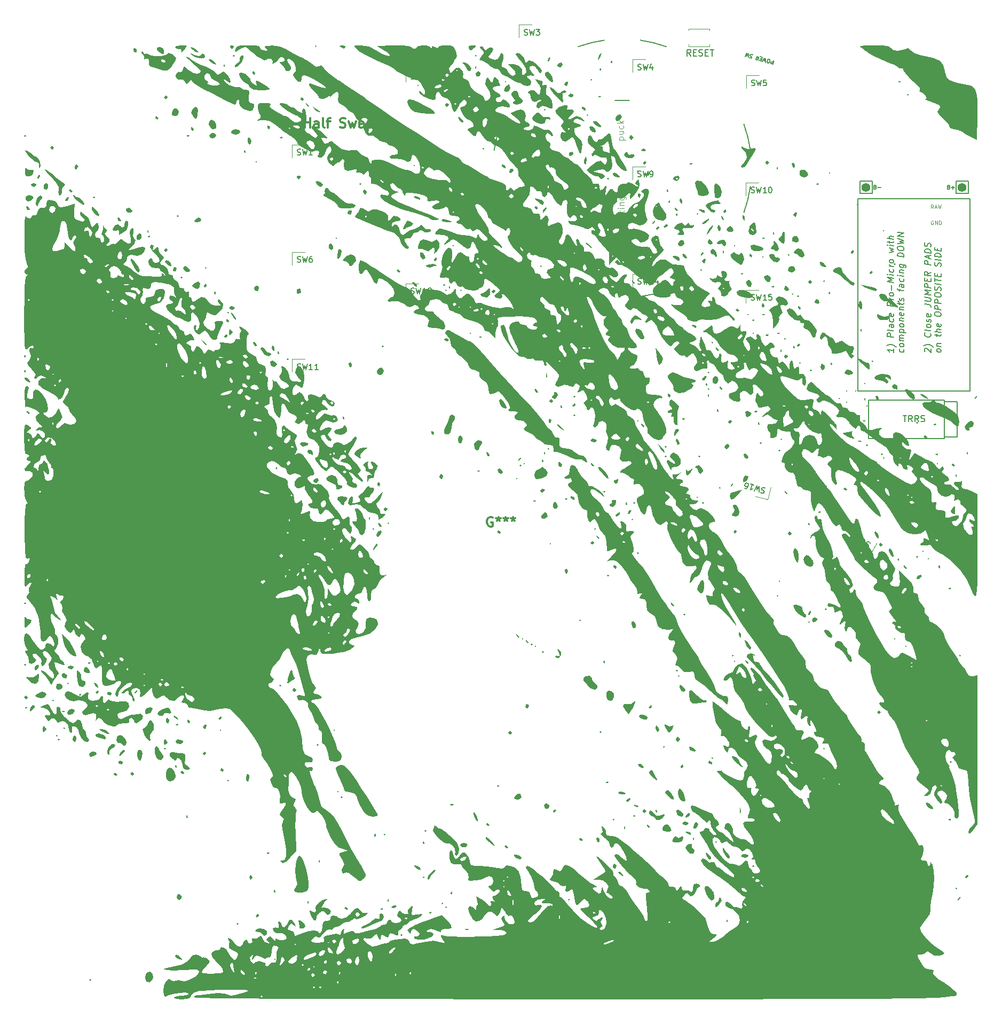
<source format=gbr>
%TF.GenerationSoftware,KiCad,Pcbnew,(6.0.11)*%
%TF.CreationDate,2023-03-31T01:03:24+02:00*%
%TF.ProjectId,half-swept,68616c66-2d73-4776-9570-742e6b696361,rev?*%
%TF.SameCoordinates,Original*%
%TF.FileFunction,Legend,Top*%
%TF.FilePolarity,Positive*%
%FSLAX46Y46*%
G04 Gerber Fmt 4.6, Leading zero omitted, Abs format (unit mm)*
G04 Created by KiCad (PCBNEW (6.0.11)) date 2023-03-31 01:03:24*
%MOMM*%
%LPD*%
G01*
G04 APERTURE LIST*
%ADD10C,0.150000*%
%ADD11C,0.300000*%
%ADD12C,0.120000*%
%ADD13C,0.160000*%
%ADD14C,0.100000*%
%ADD15C,0.200000*%
%ADD16C,0.010000*%
%ADD17C,1.397000*%
G04 APERTURE END LIST*
D10*
X115623780Y-71575442D02*
X115623780Y-72146871D01*
X115623780Y-71861157D02*
X114623780Y-71736157D01*
X114766638Y-71849252D01*
X114861876Y-71956395D01*
X114909495Y-72057585D01*
X116004733Y-71289728D02*
X115957114Y-71236157D01*
X115814257Y-71123061D01*
X115719019Y-71063538D01*
X115576161Y-70998061D01*
X115338066Y-70920680D01*
X115147590Y-70896871D01*
X114909495Y-70914728D01*
X114766638Y-70944490D01*
X114671400Y-70980204D01*
X114528542Y-71057585D01*
X114480923Y-71099252D01*
X115623780Y-69718300D02*
X114623780Y-69593300D01*
X114623780Y-69212347D01*
X114671400Y-69123061D01*
X114719019Y-69081395D01*
X114814257Y-69045680D01*
X114957114Y-69063538D01*
X115052352Y-69123061D01*
X115099971Y-69176633D01*
X115147590Y-69277823D01*
X115147590Y-69658776D01*
X115623780Y-68575442D02*
X115576161Y-68664728D01*
X115480923Y-68700442D01*
X114623780Y-68593300D01*
X115623780Y-67765919D02*
X115099971Y-67700442D01*
X115004733Y-67736157D01*
X114957114Y-67825442D01*
X114957114Y-68015919D01*
X115004733Y-68117109D01*
X115576161Y-67759966D02*
X115623780Y-67861157D01*
X115623780Y-68099252D01*
X115576161Y-68188538D01*
X115480923Y-68224252D01*
X115385685Y-68212347D01*
X115290447Y-68152823D01*
X115242828Y-68051633D01*
X115242828Y-67813538D01*
X115195209Y-67712347D01*
X115576161Y-66855204D02*
X115623780Y-66956395D01*
X115623780Y-67146871D01*
X115576161Y-67236157D01*
X115528542Y-67277823D01*
X115433304Y-67313538D01*
X115147590Y-67277823D01*
X115052352Y-67218300D01*
X115004733Y-67164728D01*
X114957114Y-67063538D01*
X114957114Y-66873061D01*
X115004733Y-66783776D01*
X115576161Y-66045680D02*
X115623780Y-66146871D01*
X115623780Y-66337347D01*
X115576161Y-66426633D01*
X115480923Y-66462347D01*
X115099971Y-66414728D01*
X115004733Y-66355204D01*
X114957114Y-66254014D01*
X114957114Y-66063538D01*
X115004733Y-65974252D01*
X115099971Y-65938538D01*
X115195209Y-65950442D01*
X115290447Y-66438538D01*
X115623780Y-64813538D02*
X114623780Y-64688538D01*
X114623780Y-64307585D01*
X114671400Y-64218300D01*
X114719019Y-64176633D01*
X114814257Y-64140919D01*
X114957114Y-64158776D01*
X115052352Y-64218300D01*
X115099971Y-64271871D01*
X115147590Y-64373061D01*
X115147590Y-64754014D01*
X115623780Y-63813538D02*
X114957114Y-63730204D01*
X115147590Y-63754014D02*
X115052352Y-63694490D01*
X115004733Y-63640919D01*
X114957114Y-63539728D01*
X114957114Y-63444490D01*
X115623780Y-63051633D02*
X115576161Y-63140919D01*
X115528542Y-63182585D01*
X115433304Y-63218300D01*
X115147590Y-63182585D01*
X115052352Y-63123061D01*
X115004733Y-63069490D01*
X114957114Y-62968300D01*
X114957114Y-62825442D01*
X115004733Y-62736157D01*
X115052352Y-62694490D01*
X115147590Y-62658776D01*
X115433304Y-62694490D01*
X115528542Y-62754014D01*
X115576161Y-62807585D01*
X115623780Y-62908776D01*
X115623780Y-63051633D01*
X115242828Y-62242109D02*
X115242828Y-61480204D01*
X115623780Y-61051633D02*
X114623780Y-60926633D01*
X115338066Y-60682585D01*
X114623780Y-60259966D01*
X115623780Y-60384966D01*
X115623780Y-59908776D02*
X114957114Y-59825442D01*
X114623780Y-59783776D02*
X114671400Y-59837347D01*
X114719019Y-59795680D01*
X114671400Y-59742109D01*
X114623780Y-59783776D01*
X114719019Y-59795680D01*
X115576161Y-58998061D02*
X115623780Y-59099252D01*
X115623780Y-59289728D01*
X115576161Y-59379014D01*
X115528542Y-59420680D01*
X115433304Y-59456395D01*
X115147590Y-59420680D01*
X115052352Y-59361157D01*
X115004733Y-59307585D01*
X114957114Y-59206395D01*
X114957114Y-59015919D01*
X115004733Y-58926633D01*
X115623780Y-58575442D02*
X114957114Y-58492109D01*
X115147590Y-58515919D02*
X115052352Y-58456395D01*
X115004733Y-58402823D01*
X114957114Y-58301633D01*
X114957114Y-58206395D01*
X115623780Y-57813538D02*
X115576161Y-57902823D01*
X115528542Y-57944490D01*
X115433304Y-57980204D01*
X115147590Y-57944490D01*
X115052352Y-57884966D01*
X115004733Y-57831395D01*
X114957114Y-57730204D01*
X114957114Y-57587347D01*
X115004733Y-57498061D01*
X115052352Y-57456395D01*
X115147590Y-57420680D01*
X115433304Y-57456395D01*
X115528542Y-57515919D01*
X115576161Y-57569490D01*
X115623780Y-57670680D01*
X115623780Y-57813538D01*
X114957114Y-56301633D02*
X115623780Y-56194490D01*
X115147590Y-55944490D01*
X115623780Y-55813538D01*
X114957114Y-55539728D01*
X115623780Y-55242109D02*
X114957114Y-55158776D01*
X114623780Y-55117109D02*
X114671400Y-55170680D01*
X114719019Y-55129014D01*
X114671400Y-55075442D01*
X114623780Y-55117109D01*
X114719019Y-55129014D01*
X114957114Y-54825442D02*
X114957114Y-54444490D01*
X114623780Y-54640919D02*
X115480923Y-54748061D01*
X115576161Y-54712347D01*
X115623780Y-54623061D01*
X115623780Y-54527823D01*
X115623780Y-54194490D02*
X114623780Y-54069490D01*
X115623780Y-53765919D02*
X115099971Y-53700442D01*
X115004733Y-53736157D01*
X114957114Y-53825442D01*
X114957114Y-53968300D01*
X115004733Y-54069490D01*
X115052352Y-54123061D01*
X117186161Y-71664728D02*
X117233780Y-71765919D01*
X117233780Y-71956395D01*
X117186161Y-72045680D01*
X117138542Y-72087347D01*
X117043304Y-72123061D01*
X116757590Y-72087347D01*
X116662352Y-72027823D01*
X116614733Y-71974252D01*
X116567114Y-71873061D01*
X116567114Y-71682585D01*
X116614733Y-71593300D01*
X117233780Y-71099252D02*
X117186161Y-71188538D01*
X117138542Y-71230204D01*
X117043304Y-71265919D01*
X116757590Y-71230204D01*
X116662352Y-71170680D01*
X116614733Y-71117109D01*
X116567114Y-71015919D01*
X116567114Y-70873061D01*
X116614733Y-70783776D01*
X116662352Y-70742109D01*
X116757590Y-70706395D01*
X117043304Y-70742109D01*
X117138542Y-70801633D01*
X117186161Y-70855204D01*
X117233780Y-70956395D01*
X117233780Y-71099252D01*
X117233780Y-70337347D02*
X116567114Y-70254014D01*
X116662352Y-70265919D02*
X116614733Y-70212347D01*
X116567114Y-70111157D01*
X116567114Y-69968300D01*
X116614733Y-69879014D01*
X116709971Y-69843300D01*
X117233780Y-69908776D01*
X116709971Y-69843300D02*
X116614733Y-69783776D01*
X116567114Y-69682585D01*
X116567114Y-69539728D01*
X116614733Y-69450442D01*
X116709971Y-69414728D01*
X117233780Y-69480204D01*
X116567114Y-68920680D02*
X117567114Y-69045680D01*
X116614733Y-68926633D02*
X116567114Y-68825442D01*
X116567114Y-68634966D01*
X116614733Y-68545680D01*
X116662352Y-68504014D01*
X116757590Y-68468300D01*
X117043304Y-68504014D01*
X117138542Y-68563538D01*
X117186161Y-68617109D01*
X117233780Y-68718300D01*
X117233780Y-68908776D01*
X117186161Y-68998061D01*
X117233780Y-67956395D02*
X117186161Y-68045680D01*
X117138542Y-68087347D01*
X117043304Y-68123061D01*
X116757590Y-68087347D01*
X116662352Y-68027823D01*
X116614733Y-67974252D01*
X116567114Y-67873061D01*
X116567114Y-67730204D01*
X116614733Y-67640919D01*
X116662352Y-67599252D01*
X116757590Y-67563538D01*
X117043304Y-67599252D01*
X117138542Y-67658776D01*
X117186161Y-67712347D01*
X117233780Y-67813538D01*
X117233780Y-67956395D01*
X116567114Y-67111157D02*
X117233780Y-67194490D01*
X116662352Y-67123061D02*
X116614733Y-67069490D01*
X116567114Y-66968300D01*
X116567114Y-66825442D01*
X116614733Y-66736157D01*
X116709971Y-66700442D01*
X117233780Y-66765919D01*
X117186161Y-65902823D02*
X117233780Y-66004014D01*
X117233780Y-66194490D01*
X117186161Y-66283776D01*
X117090923Y-66319490D01*
X116709971Y-66271871D01*
X116614733Y-66212347D01*
X116567114Y-66111157D01*
X116567114Y-65920680D01*
X116614733Y-65831395D01*
X116709971Y-65795680D01*
X116805209Y-65807585D01*
X116900447Y-66295680D01*
X116567114Y-65349252D02*
X117233780Y-65432585D01*
X116662352Y-65361157D02*
X116614733Y-65307585D01*
X116567114Y-65206395D01*
X116567114Y-65063538D01*
X116614733Y-64974252D01*
X116709971Y-64938538D01*
X117233780Y-65004014D01*
X116567114Y-64587347D02*
X116567114Y-64206395D01*
X116233780Y-64402823D02*
X117090923Y-64509966D01*
X117186161Y-64474252D01*
X117233780Y-64384966D01*
X117233780Y-64289728D01*
X117186161Y-63998061D02*
X117233780Y-63908776D01*
X117233780Y-63718300D01*
X117186161Y-63617109D01*
X117090923Y-63557585D01*
X117043304Y-63551633D01*
X116948066Y-63587347D01*
X116900447Y-63676633D01*
X116900447Y-63819490D01*
X116852828Y-63908776D01*
X116757590Y-63944490D01*
X116709971Y-63938538D01*
X116614733Y-63879014D01*
X116567114Y-63777823D01*
X116567114Y-63634966D01*
X116614733Y-63545680D01*
X116567114Y-62444490D02*
X116567114Y-62063538D01*
X117233780Y-62384966D02*
X116376638Y-62277823D01*
X116281400Y-62218300D01*
X116233780Y-62117109D01*
X116233780Y-62021871D01*
X117233780Y-61384966D02*
X116709971Y-61319490D01*
X116614733Y-61355204D01*
X116567114Y-61444490D01*
X116567114Y-61634966D01*
X116614733Y-61736157D01*
X117186161Y-61379014D02*
X117233780Y-61480204D01*
X117233780Y-61718300D01*
X117186161Y-61807585D01*
X117090923Y-61843300D01*
X116995685Y-61831395D01*
X116900447Y-61771871D01*
X116852828Y-61670680D01*
X116852828Y-61432585D01*
X116805209Y-61331395D01*
X117186161Y-60474252D02*
X117233780Y-60575442D01*
X117233780Y-60765919D01*
X117186161Y-60855204D01*
X117138542Y-60896871D01*
X117043304Y-60932585D01*
X116757590Y-60896871D01*
X116662352Y-60837347D01*
X116614733Y-60783776D01*
X116567114Y-60682585D01*
X116567114Y-60492109D01*
X116614733Y-60402823D01*
X117233780Y-60051633D02*
X116567114Y-59968300D01*
X116233780Y-59926633D02*
X116281400Y-59980204D01*
X116329019Y-59938538D01*
X116281400Y-59884966D01*
X116233780Y-59926633D01*
X116329019Y-59938538D01*
X116567114Y-59492109D02*
X117233780Y-59575442D01*
X116662352Y-59504014D02*
X116614733Y-59450442D01*
X116567114Y-59349252D01*
X116567114Y-59206395D01*
X116614733Y-59117109D01*
X116709971Y-59081395D01*
X117233780Y-59146871D01*
X116567114Y-58158776D02*
X117376638Y-58259966D01*
X117471876Y-58319490D01*
X117519495Y-58373061D01*
X117567114Y-58474252D01*
X117567114Y-58617109D01*
X117519495Y-58706395D01*
X117186161Y-58236157D02*
X117233780Y-58337347D01*
X117233780Y-58527823D01*
X117186161Y-58617109D01*
X117138542Y-58658776D01*
X117043304Y-58694490D01*
X116757590Y-58658776D01*
X116662352Y-58599252D01*
X116614733Y-58545680D01*
X116567114Y-58444490D01*
X116567114Y-58254014D01*
X116614733Y-58164728D01*
X117233780Y-57004014D02*
X116233780Y-56879014D01*
X116233780Y-56640919D01*
X116281400Y-56504014D01*
X116376638Y-56420680D01*
X116471876Y-56384966D01*
X116662352Y-56361157D01*
X116805209Y-56379014D01*
X116995685Y-56450442D01*
X117090923Y-56509966D01*
X117186161Y-56617109D01*
X117233780Y-56765919D01*
X117233780Y-57004014D01*
X116233780Y-55688538D02*
X116233780Y-55498061D01*
X116281400Y-55408776D01*
X116376638Y-55325442D01*
X116567114Y-55301633D01*
X116900447Y-55343300D01*
X117090923Y-55414728D01*
X117186161Y-55521871D01*
X117233780Y-55623061D01*
X117233780Y-55813538D01*
X117186161Y-55902823D01*
X117090923Y-55986157D01*
X116900447Y-56009966D01*
X116567114Y-55968300D01*
X116376638Y-55896871D01*
X116281400Y-55789728D01*
X116233780Y-55688538D01*
X116233780Y-54926633D02*
X117233780Y-54813538D01*
X116519495Y-54533776D01*
X117233780Y-54432585D01*
X116233780Y-54069490D01*
X117233780Y-53813538D02*
X116233780Y-53688538D01*
X117233780Y-53242109D01*
X116233780Y-53117109D01*
D11*
X22190000Y-36492571D02*
X22190000Y-34992571D01*
X22190000Y-35706857D02*
X23047142Y-35706857D01*
X23047142Y-36492571D02*
X23047142Y-34992571D01*
X24404285Y-36492571D02*
X24404285Y-35706857D01*
X24332857Y-35564000D01*
X24190000Y-35492571D01*
X23904285Y-35492571D01*
X23761428Y-35564000D01*
X24404285Y-36421142D02*
X24261428Y-36492571D01*
X23904285Y-36492571D01*
X23761428Y-36421142D01*
X23690000Y-36278285D01*
X23690000Y-36135428D01*
X23761428Y-35992571D01*
X23904285Y-35921142D01*
X24261428Y-35921142D01*
X24404285Y-35849714D01*
X25332857Y-36492571D02*
X25190000Y-36421142D01*
X25118571Y-36278285D01*
X25118571Y-34992571D01*
X25690000Y-35492571D02*
X26261428Y-35492571D01*
X25904285Y-36492571D02*
X25904285Y-35206857D01*
X25975714Y-35064000D01*
X26118571Y-34992571D01*
X26261428Y-34992571D01*
X27832857Y-36421142D02*
X28047142Y-36492571D01*
X28404285Y-36492571D01*
X28547142Y-36421142D01*
X28618571Y-36349714D01*
X28690000Y-36206857D01*
X28690000Y-36064000D01*
X28618571Y-35921142D01*
X28547142Y-35849714D01*
X28404285Y-35778285D01*
X28118571Y-35706857D01*
X27975714Y-35635428D01*
X27904285Y-35564000D01*
X27832857Y-35421142D01*
X27832857Y-35278285D01*
X27904285Y-35135428D01*
X27975714Y-35064000D01*
X28118571Y-34992571D01*
X28475714Y-34992571D01*
X28690000Y-35064000D01*
X29190000Y-35492571D02*
X29475714Y-36492571D01*
X29761428Y-35778285D01*
X30047142Y-36492571D01*
X30332857Y-35492571D01*
X31475714Y-36421142D02*
X31332857Y-36492571D01*
X31047142Y-36492571D01*
X30904285Y-36421142D01*
X30832857Y-36278285D01*
X30832857Y-35706857D01*
X30904285Y-35564000D01*
X31047142Y-35492571D01*
X31332857Y-35492571D01*
X31475714Y-35564000D01*
X31547142Y-35706857D01*
X31547142Y-35849714D01*
X30832857Y-35992571D01*
X32189999Y-35492571D02*
X32189999Y-36992571D01*
X32189999Y-35564000D02*
X32332857Y-35492571D01*
X32618571Y-35492571D01*
X32761428Y-35564000D01*
X32832857Y-35635428D01*
X32904285Y-35778285D01*
X32904285Y-36206857D01*
X32832857Y-36349714D01*
X32761428Y-36421142D01*
X32618571Y-36492571D01*
X32332857Y-36492571D01*
X32189999Y-36421142D01*
X33332857Y-35492571D02*
X33904285Y-35492571D01*
X33547142Y-34992571D02*
X33547142Y-36278285D01*
X33618571Y-36421142D01*
X33761428Y-36492571D01*
X33904285Y-36492571D01*
D12*
X121896342Y-51312800D02*
X121839200Y-51284228D01*
X121753485Y-51284228D01*
X121667771Y-51312800D01*
X121610628Y-51369942D01*
X121582057Y-51427085D01*
X121553485Y-51541371D01*
X121553485Y-51627085D01*
X121582057Y-51741371D01*
X121610628Y-51798514D01*
X121667771Y-51855657D01*
X121753485Y-51884228D01*
X121810628Y-51884228D01*
X121896342Y-51855657D01*
X121924914Y-51827085D01*
X121924914Y-51627085D01*
X121810628Y-51627085D01*
X122182057Y-51884228D02*
X122182057Y-51284228D01*
X122524914Y-51884228D01*
X122524914Y-51284228D01*
X122810628Y-51884228D02*
X122810628Y-51284228D01*
X122953485Y-51284228D01*
X123039200Y-51312800D01*
X123096342Y-51369942D01*
X123124914Y-51427085D01*
X123153485Y-51541371D01*
X123153485Y-51627085D01*
X123124914Y-51741371D01*
X123096342Y-51798514D01*
X123039200Y-51855657D01*
X122953485Y-51884228D01*
X122810628Y-51884228D01*
D10*
X120611819Y-72033776D02*
X120564200Y-71980204D01*
X120516580Y-71879014D01*
X120516580Y-71640919D01*
X120564200Y-71551633D01*
X120611819Y-71509966D01*
X120707057Y-71474252D01*
X120802295Y-71486157D01*
X120945152Y-71551633D01*
X121516580Y-72194490D01*
X121516580Y-71575442D01*
X121897533Y-71289728D02*
X121849914Y-71236157D01*
X121707057Y-71123061D01*
X121611819Y-71063538D01*
X121468961Y-70998061D01*
X121230866Y-70920680D01*
X121040390Y-70896871D01*
X120802295Y-70914728D01*
X120659438Y-70944490D01*
X120564200Y-70980204D01*
X120421342Y-71057585D01*
X120373723Y-71099252D01*
X121421342Y-69134966D02*
X121468961Y-69188538D01*
X121516580Y-69337347D01*
X121516580Y-69432585D01*
X121468961Y-69569490D01*
X121373723Y-69652823D01*
X121278485Y-69688538D01*
X121088009Y-69712347D01*
X120945152Y-69694490D01*
X120754676Y-69623061D01*
X120659438Y-69563538D01*
X120564200Y-69456395D01*
X120516580Y-69307585D01*
X120516580Y-69212347D01*
X120564200Y-69075442D01*
X120611819Y-69033776D01*
X121516580Y-68575442D02*
X121468961Y-68664728D01*
X121373723Y-68700442D01*
X120516580Y-68593300D01*
X121516580Y-68051633D02*
X121468961Y-68140919D01*
X121421342Y-68182585D01*
X121326104Y-68218300D01*
X121040390Y-68182585D01*
X120945152Y-68123061D01*
X120897533Y-68069490D01*
X120849914Y-67968300D01*
X120849914Y-67825442D01*
X120897533Y-67736157D01*
X120945152Y-67694490D01*
X121040390Y-67658776D01*
X121326104Y-67694490D01*
X121421342Y-67754014D01*
X121468961Y-67807585D01*
X121516580Y-67908776D01*
X121516580Y-68051633D01*
X121468961Y-67331395D02*
X121516580Y-67242109D01*
X121516580Y-67051633D01*
X121468961Y-66950442D01*
X121373723Y-66890919D01*
X121326104Y-66884966D01*
X121230866Y-66920680D01*
X121183247Y-67009966D01*
X121183247Y-67152823D01*
X121135628Y-67242109D01*
X121040390Y-67277823D01*
X120992771Y-67271871D01*
X120897533Y-67212347D01*
X120849914Y-67111157D01*
X120849914Y-66968300D01*
X120897533Y-66879014D01*
X121468961Y-66093300D02*
X121516580Y-66194490D01*
X121516580Y-66384966D01*
X121468961Y-66474252D01*
X121373723Y-66509966D01*
X120992771Y-66462347D01*
X120897533Y-66402823D01*
X120849914Y-66301633D01*
X120849914Y-66111157D01*
X120897533Y-66021871D01*
X120992771Y-65986157D01*
X121088009Y-65998061D01*
X121183247Y-66486157D01*
X120516580Y-64450442D02*
X121230866Y-64539728D01*
X121373723Y-64605204D01*
X121468961Y-64712347D01*
X121516580Y-64861157D01*
X121516580Y-64956395D01*
X120516580Y-63974252D02*
X121326104Y-64075442D01*
X121421342Y-64039728D01*
X121468961Y-63998061D01*
X121516580Y-63908776D01*
X121516580Y-63718300D01*
X121468961Y-63617109D01*
X121421342Y-63563538D01*
X121326104Y-63504014D01*
X120516580Y-63402823D01*
X121516580Y-63051633D02*
X120516580Y-62926633D01*
X121230866Y-62682585D01*
X120516580Y-62259966D01*
X121516580Y-62384966D01*
X121516580Y-61908776D02*
X120516580Y-61783776D01*
X120516580Y-61402823D01*
X120564200Y-61313538D01*
X120611819Y-61271871D01*
X120707057Y-61236157D01*
X120849914Y-61254014D01*
X120945152Y-61313538D01*
X120992771Y-61367109D01*
X121040390Y-61468300D01*
X121040390Y-61849252D01*
X120992771Y-60843300D02*
X120992771Y-60509966D01*
X121516580Y-60432585D02*
X121516580Y-60908776D01*
X120516580Y-60783776D01*
X120516580Y-60307585D01*
X121516580Y-59432585D02*
X121040390Y-59706395D01*
X121516580Y-60004014D02*
X120516580Y-59879014D01*
X120516580Y-59498061D01*
X120564200Y-59408776D01*
X120611819Y-59367109D01*
X120707057Y-59331395D01*
X120849914Y-59349252D01*
X120945152Y-59408776D01*
X120992771Y-59462347D01*
X121040390Y-59563538D01*
X121040390Y-59944490D01*
X121516580Y-58242109D02*
X120516580Y-58117109D01*
X120516580Y-57736157D01*
X120564200Y-57646871D01*
X120611819Y-57605204D01*
X120707057Y-57569490D01*
X120849914Y-57587347D01*
X120945152Y-57646871D01*
X120992771Y-57700442D01*
X121040390Y-57801633D01*
X121040390Y-58182585D01*
X121230866Y-57254014D02*
X121230866Y-56777823D01*
X121516580Y-57384966D02*
X120516580Y-56926633D01*
X121516580Y-56718300D01*
X121516580Y-56384966D02*
X120516580Y-56259966D01*
X120516580Y-56021871D01*
X120564200Y-55884966D01*
X120659438Y-55801633D01*
X120754676Y-55765919D01*
X120945152Y-55742109D01*
X121088009Y-55759966D01*
X121278485Y-55831395D01*
X121373723Y-55890919D01*
X121468961Y-55998061D01*
X121516580Y-56146871D01*
X121516580Y-56384966D01*
X121468961Y-55426633D02*
X121516580Y-55289728D01*
X121516580Y-55051633D01*
X121468961Y-54950442D01*
X121421342Y-54896871D01*
X121326104Y-54837347D01*
X121230866Y-54825442D01*
X121135628Y-54861157D01*
X121088009Y-54902823D01*
X121040390Y-54992109D01*
X120992771Y-55176633D01*
X120945152Y-55265919D01*
X120897533Y-55307585D01*
X120802295Y-55343300D01*
X120707057Y-55331395D01*
X120611819Y-55271871D01*
X120564200Y-55218300D01*
X120516580Y-55117109D01*
X120516580Y-54879014D01*
X120564200Y-54742109D01*
X123126580Y-71956395D02*
X123078961Y-72045680D01*
X123031342Y-72087347D01*
X122936104Y-72123061D01*
X122650390Y-72087347D01*
X122555152Y-72027823D01*
X122507533Y-71974252D01*
X122459914Y-71873061D01*
X122459914Y-71730204D01*
X122507533Y-71640919D01*
X122555152Y-71599252D01*
X122650390Y-71563538D01*
X122936104Y-71599252D01*
X123031342Y-71658776D01*
X123078961Y-71712347D01*
X123126580Y-71813538D01*
X123126580Y-71956395D01*
X122459914Y-71111157D02*
X123126580Y-71194490D01*
X122555152Y-71123061D02*
X122507533Y-71069490D01*
X122459914Y-70968300D01*
X122459914Y-70825442D01*
X122507533Y-70736157D01*
X122602771Y-70700442D01*
X123126580Y-70765919D01*
X122459914Y-69587347D02*
X122459914Y-69206395D01*
X122126580Y-69402823D02*
X122983723Y-69509966D01*
X123078961Y-69474252D01*
X123126580Y-69384966D01*
X123126580Y-69289728D01*
X123126580Y-68956395D02*
X122126580Y-68831395D01*
X123126580Y-68527823D02*
X122602771Y-68462347D01*
X122507533Y-68498061D01*
X122459914Y-68587347D01*
X122459914Y-68730204D01*
X122507533Y-68831395D01*
X122555152Y-68884966D01*
X123078961Y-67664728D02*
X123126580Y-67765919D01*
X123126580Y-67956395D01*
X123078961Y-68045680D01*
X122983723Y-68081395D01*
X122602771Y-68033776D01*
X122507533Y-67974252D01*
X122459914Y-67873061D01*
X122459914Y-67682585D01*
X122507533Y-67593300D01*
X122602771Y-67557585D01*
X122698009Y-67569490D01*
X122793247Y-68057585D01*
X122126580Y-66117109D02*
X122126580Y-65926633D01*
X122174200Y-65837347D01*
X122269438Y-65754014D01*
X122459914Y-65730204D01*
X122793247Y-65771871D01*
X122983723Y-65843300D01*
X123078961Y-65950442D01*
X123126580Y-66051633D01*
X123126580Y-66242109D01*
X123078961Y-66331395D01*
X122983723Y-66414728D01*
X122793247Y-66438538D01*
X122459914Y-66396871D01*
X122269438Y-66325442D01*
X122174200Y-66218300D01*
X122126580Y-66117109D01*
X123126580Y-65384966D02*
X122126580Y-65259966D01*
X122126580Y-64879014D01*
X122174200Y-64789728D01*
X122221819Y-64748061D01*
X122317057Y-64712347D01*
X122459914Y-64730204D01*
X122555152Y-64789728D01*
X122602771Y-64843300D01*
X122650390Y-64944490D01*
X122650390Y-65325442D01*
X123126580Y-64384966D02*
X122126580Y-64259966D01*
X122126580Y-63879014D01*
X122174200Y-63789728D01*
X122221819Y-63748061D01*
X122317057Y-63712347D01*
X122459914Y-63730204D01*
X122555152Y-63789728D01*
X122602771Y-63843300D01*
X122650390Y-63944490D01*
X122650390Y-64325442D01*
X122126580Y-63069490D02*
X122126580Y-62879014D01*
X122174200Y-62789728D01*
X122269438Y-62706395D01*
X122459914Y-62682585D01*
X122793247Y-62724252D01*
X122983723Y-62795680D01*
X123078961Y-62902823D01*
X123126580Y-63004014D01*
X123126580Y-63194490D01*
X123078961Y-63283776D01*
X122983723Y-63367109D01*
X122793247Y-63390919D01*
X122459914Y-63349252D01*
X122269438Y-63277823D01*
X122174200Y-63170680D01*
X122126580Y-63069490D01*
X123078961Y-62379014D02*
X123126580Y-62242109D01*
X123126580Y-62004014D01*
X123078961Y-61902823D01*
X123031342Y-61849252D01*
X122936104Y-61789728D01*
X122840866Y-61777823D01*
X122745628Y-61813538D01*
X122698009Y-61855204D01*
X122650390Y-61944490D01*
X122602771Y-62129014D01*
X122555152Y-62218300D01*
X122507533Y-62259966D01*
X122412295Y-62295680D01*
X122317057Y-62283776D01*
X122221819Y-62224252D01*
X122174200Y-62170680D01*
X122126580Y-62069490D01*
X122126580Y-61831395D01*
X122174200Y-61694490D01*
X123126580Y-61384966D02*
X122126580Y-61259966D01*
X122126580Y-60926633D02*
X122126580Y-60355204D01*
X123126580Y-60765919D02*
X122126580Y-60640919D01*
X122602771Y-60081395D02*
X122602771Y-59748061D01*
X123126580Y-59670680D02*
X123126580Y-60146871D01*
X122126580Y-60021871D01*
X122126580Y-59545680D01*
X123078961Y-58521871D02*
X123126580Y-58384966D01*
X123126580Y-58146871D01*
X123078961Y-58045680D01*
X123031342Y-57992109D01*
X122936104Y-57932585D01*
X122840866Y-57920680D01*
X122745628Y-57956395D01*
X122698009Y-57998061D01*
X122650390Y-58087347D01*
X122602771Y-58271871D01*
X122555152Y-58361157D01*
X122507533Y-58402823D01*
X122412295Y-58438538D01*
X122317057Y-58426633D01*
X122221819Y-58367109D01*
X122174200Y-58313538D01*
X122126580Y-58212347D01*
X122126580Y-57974252D01*
X122174200Y-57837347D01*
X123126580Y-57527823D02*
X122126580Y-57402823D01*
X123126580Y-57051633D02*
X122126580Y-56926633D01*
X122126580Y-56688538D01*
X122174200Y-56551633D01*
X122269438Y-56468300D01*
X122364676Y-56432585D01*
X122555152Y-56408776D01*
X122698009Y-56426633D01*
X122888485Y-56498061D01*
X122983723Y-56557585D01*
X123078961Y-56664728D01*
X123126580Y-56813538D01*
X123126580Y-57051633D01*
X122602771Y-55986157D02*
X122602771Y-55652823D01*
X123126580Y-55575442D02*
X123126580Y-56051633D01*
X122126580Y-55926633D01*
X122126580Y-55450442D01*
X117110095Y-82129380D02*
X117681523Y-82129380D01*
X117395809Y-83129380D02*
X117395809Y-82129380D01*
X118586285Y-83129380D02*
X118252952Y-82653190D01*
X118014857Y-83129380D02*
X118014857Y-82129380D01*
X118395809Y-82129380D01*
X118491047Y-82177000D01*
X118538666Y-82224619D01*
X118586285Y-82319857D01*
X118586285Y-82462714D01*
X118538666Y-82557952D01*
X118491047Y-82605571D01*
X118395809Y-82653190D01*
X118014857Y-82653190D01*
X119586285Y-83129380D02*
X119252952Y-82653190D01*
X119014857Y-83129380D02*
X119014857Y-82129380D01*
X119395809Y-82129380D01*
X119491047Y-82177000D01*
X119538666Y-82224619D01*
X119586285Y-82319857D01*
X119586285Y-82462714D01*
X119538666Y-82557952D01*
X119491047Y-82605571D01*
X119395809Y-82653190D01*
X119014857Y-82653190D01*
X119967238Y-83081761D02*
X120110095Y-83129380D01*
X120348190Y-83129380D01*
X120443428Y-83081761D01*
X120491047Y-83034142D01*
X120538666Y-82938904D01*
X120538666Y-82843666D01*
X120491047Y-82748428D01*
X120443428Y-82700809D01*
X120348190Y-82653190D01*
X120157714Y-82605571D01*
X120062476Y-82557952D01*
X120014857Y-82510333D01*
X119967238Y-82415095D01*
X119967238Y-82319857D01*
X120014857Y-82224619D01*
X120062476Y-82177000D01*
X120157714Y-82129380D01*
X120395809Y-82129380D01*
X120538666Y-82177000D01*
D12*
X121924914Y-49344228D02*
X121724914Y-49058514D01*
X121582057Y-49344228D02*
X121582057Y-48744228D01*
X121810628Y-48744228D01*
X121867771Y-48772800D01*
X121896342Y-48801371D01*
X121924914Y-48858514D01*
X121924914Y-48944228D01*
X121896342Y-49001371D01*
X121867771Y-49029942D01*
X121810628Y-49058514D01*
X121582057Y-49058514D01*
X122153485Y-49172800D02*
X122439200Y-49172800D01*
X122096342Y-49344228D02*
X122296342Y-48744228D01*
X122496342Y-49344228D01*
X122639200Y-48744228D02*
X122782057Y-49344228D01*
X122896342Y-48915657D01*
X123010628Y-49344228D01*
X123153485Y-48744228D01*
D10*
%TO.C,B+*%
X124385428Y-45931142D02*
X124471142Y-45959714D01*
X124499714Y-45988285D01*
X124528285Y-46045428D01*
X124528285Y-46131142D01*
X124499714Y-46188285D01*
X124471142Y-46216857D01*
X124414000Y-46245428D01*
X124185428Y-46245428D01*
X124185428Y-45645428D01*
X124385428Y-45645428D01*
X124442571Y-45674000D01*
X124471142Y-45702571D01*
X124499714Y-45759714D01*
X124499714Y-45816857D01*
X124471142Y-45874000D01*
X124442571Y-45902571D01*
X124385428Y-45931142D01*
X124185428Y-45931142D01*
X124785428Y-46016857D02*
X125242571Y-46016857D01*
X125014000Y-46245428D02*
X125014000Y-45788285D01*
%TO.C,B-*%
X112701428Y-45931142D02*
X112787142Y-45959714D01*
X112815714Y-45988285D01*
X112844285Y-46045428D01*
X112844285Y-46131142D01*
X112815714Y-46188285D01*
X112787142Y-46216857D01*
X112730000Y-46245428D01*
X112501428Y-46245428D01*
X112501428Y-45645428D01*
X112701428Y-45645428D01*
X112758571Y-45674000D01*
X112787142Y-45702571D01*
X112815714Y-45759714D01*
X112815714Y-45816857D01*
X112787142Y-45874000D01*
X112758571Y-45902571D01*
X112701428Y-45931142D01*
X112501428Y-45931142D01*
X113101428Y-46016857D02*
X113558571Y-46016857D01*
D13*
%TO.C,SW1*%
X21056228Y-40805485D02*
X21184800Y-40848342D01*
X21399085Y-40848342D01*
X21484800Y-40805485D01*
X21527657Y-40762628D01*
X21570514Y-40676914D01*
X21570514Y-40591200D01*
X21527657Y-40505485D01*
X21484800Y-40462628D01*
X21399085Y-40419771D01*
X21227657Y-40376914D01*
X21141942Y-40334057D01*
X21099085Y-40291200D01*
X21056228Y-40205485D01*
X21056228Y-40119771D01*
X21099085Y-40034057D01*
X21141942Y-39991200D01*
X21227657Y-39948342D01*
X21441942Y-39948342D01*
X21570514Y-39991200D01*
X21870514Y-39948342D02*
X22084800Y-40848342D01*
X22256228Y-40205485D01*
X22427657Y-40848342D01*
X22641942Y-39948342D01*
X23456228Y-40848342D02*
X22941942Y-40848342D01*
X23199085Y-40848342D02*
X23199085Y-39948342D01*
X23113371Y-40076914D01*
X23027657Y-40162628D01*
X22941942Y-40205485D01*
%TO.C,SW2*%
X39056228Y-28805485D02*
X39184800Y-28848342D01*
X39399085Y-28848342D01*
X39484800Y-28805485D01*
X39527657Y-28762628D01*
X39570514Y-28676914D01*
X39570514Y-28591200D01*
X39527657Y-28505485D01*
X39484800Y-28462628D01*
X39399085Y-28419771D01*
X39227657Y-28376914D01*
X39141942Y-28334057D01*
X39099085Y-28291200D01*
X39056228Y-28205485D01*
X39056228Y-28119771D01*
X39099085Y-28034057D01*
X39141942Y-27991200D01*
X39227657Y-27948342D01*
X39441942Y-27948342D01*
X39570514Y-27991200D01*
X39870514Y-27948342D02*
X40084800Y-28848342D01*
X40256228Y-28205485D01*
X40427657Y-28848342D01*
X40641942Y-27948342D01*
X40941942Y-28034057D02*
X40984800Y-27991200D01*
X41070514Y-27948342D01*
X41284800Y-27948342D01*
X41370514Y-27991200D01*
X41413371Y-28034057D01*
X41456228Y-28119771D01*
X41456228Y-28205485D01*
X41413371Y-28334057D01*
X40899085Y-28848342D01*
X41456228Y-28848342D01*
%TO.C,SW3*%
X57056228Y-21805485D02*
X57184800Y-21848342D01*
X57399085Y-21848342D01*
X57484800Y-21805485D01*
X57527657Y-21762628D01*
X57570514Y-21676914D01*
X57570514Y-21591200D01*
X57527657Y-21505485D01*
X57484800Y-21462628D01*
X57399085Y-21419771D01*
X57227657Y-21376914D01*
X57141942Y-21334057D01*
X57099085Y-21291200D01*
X57056228Y-21205485D01*
X57056228Y-21119771D01*
X57099085Y-21034057D01*
X57141942Y-20991200D01*
X57227657Y-20948342D01*
X57441942Y-20948342D01*
X57570514Y-20991200D01*
X57870514Y-20948342D02*
X58084800Y-21848342D01*
X58256228Y-21205485D01*
X58427657Y-21848342D01*
X58641942Y-20948342D01*
X58899085Y-20948342D02*
X59456228Y-20948342D01*
X59156228Y-21291200D01*
X59284800Y-21291200D01*
X59370514Y-21334057D01*
X59413371Y-21376914D01*
X59456228Y-21462628D01*
X59456228Y-21676914D01*
X59413371Y-21762628D01*
X59370514Y-21805485D01*
X59284800Y-21848342D01*
X59027657Y-21848342D01*
X58941942Y-21805485D01*
X58899085Y-21762628D01*
%TO.C,SW4*%
X75056228Y-27305485D02*
X75184800Y-27348342D01*
X75399085Y-27348342D01*
X75484800Y-27305485D01*
X75527657Y-27262628D01*
X75570514Y-27176914D01*
X75570514Y-27091200D01*
X75527657Y-27005485D01*
X75484800Y-26962628D01*
X75399085Y-26919771D01*
X75227657Y-26876914D01*
X75141942Y-26834057D01*
X75099085Y-26791200D01*
X75056228Y-26705485D01*
X75056228Y-26619771D01*
X75099085Y-26534057D01*
X75141942Y-26491200D01*
X75227657Y-26448342D01*
X75441942Y-26448342D01*
X75570514Y-26491200D01*
X75870514Y-26448342D02*
X76084800Y-27348342D01*
X76256228Y-26705485D01*
X76427657Y-27348342D01*
X76641942Y-26448342D01*
X77370514Y-26748342D02*
X77370514Y-27348342D01*
X77156228Y-26405485D02*
X76941942Y-27048342D01*
X77499085Y-27048342D01*
%TO.C,SW5*%
X93056228Y-29805485D02*
X93184800Y-29848342D01*
X93399085Y-29848342D01*
X93484800Y-29805485D01*
X93527657Y-29762628D01*
X93570514Y-29676914D01*
X93570514Y-29591200D01*
X93527657Y-29505485D01*
X93484800Y-29462628D01*
X93399085Y-29419771D01*
X93227657Y-29376914D01*
X93141942Y-29334057D01*
X93099085Y-29291200D01*
X93056228Y-29205485D01*
X93056228Y-29119771D01*
X93099085Y-29034057D01*
X93141942Y-28991200D01*
X93227657Y-28948342D01*
X93441942Y-28948342D01*
X93570514Y-28991200D01*
X93870514Y-28948342D02*
X94084800Y-29848342D01*
X94256228Y-29205485D01*
X94427657Y-29848342D01*
X94641942Y-28948342D01*
X95413371Y-28948342D02*
X94984800Y-28948342D01*
X94941942Y-29376914D01*
X94984800Y-29334057D01*
X95070514Y-29291200D01*
X95284800Y-29291200D01*
X95370514Y-29334057D01*
X95413371Y-29376914D01*
X95456228Y-29462628D01*
X95456228Y-29676914D01*
X95413371Y-29762628D01*
X95370514Y-29805485D01*
X95284800Y-29848342D01*
X95070514Y-29848342D01*
X94984800Y-29805485D01*
X94941942Y-29762628D01*
%TO.C,SW6*%
X21056228Y-57805485D02*
X21184800Y-57848342D01*
X21399085Y-57848342D01*
X21484800Y-57805485D01*
X21527657Y-57762628D01*
X21570514Y-57676914D01*
X21570514Y-57591200D01*
X21527657Y-57505485D01*
X21484800Y-57462628D01*
X21399085Y-57419771D01*
X21227657Y-57376914D01*
X21141942Y-57334057D01*
X21099085Y-57291200D01*
X21056228Y-57205485D01*
X21056228Y-57119771D01*
X21099085Y-57034057D01*
X21141942Y-56991200D01*
X21227657Y-56948342D01*
X21441942Y-56948342D01*
X21570514Y-56991200D01*
X21870514Y-56948342D02*
X22084800Y-57848342D01*
X22256228Y-57205485D01*
X22427657Y-57848342D01*
X22641942Y-56948342D01*
X23370514Y-56948342D02*
X23199085Y-56948342D01*
X23113371Y-56991200D01*
X23070514Y-57034057D01*
X22984800Y-57162628D01*
X22941942Y-57334057D01*
X22941942Y-57676914D01*
X22984800Y-57762628D01*
X23027657Y-57805485D01*
X23113371Y-57848342D01*
X23284800Y-57848342D01*
X23370514Y-57805485D01*
X23413371Y-57762628D01*
X23456228Y-57676914D01*
X23456228Y-57462628D01*
X23413371Y-57376914D01*
X23370514Y-57334057D01*
X23284800Y-57291200D01*
X23113371Y-57291200D01*
X23027657Y-57334057D01*
X22984800Y-57376914D01*
X22941942Y-57462628D01*
%TO.C,SW7*%
X39056228Y-45779485D02*
X39184800Y-45822342D01*
X39399085Y-45822342D01*
X39484800Y-45779485D01*
X39527657Y-45736628D01*
X39570514Y-45650914D01*
X39570514Y-45565200D01*
X39527657Y-45479485D01*
X39484800Y-45436628D01*
X39399085Y-45393771D01*
X39227657Y-45350914D01*
X39141942Y-45308057D01*
X39099085Y-45265200D01*
X39056228Y-45179485D01*
X39056228Y-45093771D01*
X39099085Y-45008057D01*
X39141942Y-44965200D01*
X39227657Y-44922342D01*
X39441942Y-44922342D01*
X39570514Y-44965200D01*
X39870514Y-44922342D02*
X40084800Y-45822342D01*
X40256228Y-45179485D01*
X40427657Y-45822342D01*
X40641942Y-44922342D01*
X40899085Y-44922342D02*
X41499085Y-44922342D01*
X41113371Y-45822342D01*
%TO.C,SW8*%
X57056228Y-38921485D02*
X57184800Y-38964342D01*
X57399085Y-38964342D01*
X57484800Y-38921485D01*
X57527657Y-38878628D01*
X57570514Y-38792914D01*
X57570514Y-38707200D01*
X57527657Y-38621485D01*
X57484800Y-38578628D01*
X57399085Y-38535771D01*
X57227657Y-38492914D01*
X57141942Y-38450057D01*
X57099085Y-38407200D01*
X57056228Y-38321485D01*
X57056228Y-38235771D01*
X57099085Y-38150057D01*
X57141942Y-38107200D01*
X57227657Y-38064342D01*
X57441942Y-38064342D01*
X57570514Y-38107200D01*
X57870514Y-38064342D02*
X58084800Y-38964342D01*
X58256228Y-38321485D01*
X58427657Y-38964342D01*
X58641942Y-38064342D01*
X59113371Y-38450057D02*
X59027657Y-38407200D01*
X58984800Y-38364342D01*
X58941942Y-38278628D01*
X58941942Y-38235771D01*
X58984800Y-38150057D01*
X59027657Y-38107200D01*
X59113371Y-38064342D01*
X59284800Y-38064342D01*
X59370514Y-38107200D01*
X59413371Y-38150057D01*
X59456228Y-38235771D01*
X59456228Y-38278628D01*
X59413371Y-38364342D01*
X59370514Y-38407200D01*
X59284800Y-38450057D01*
X59113371Y-38450057D01*
X59027657Y-38492914D01*
X58984800Y-38535771D01*
X58941942Y-38621485D01*
X58941942Y-38792914D01*
X58984800Y-38878628D01*
X59027657Y-38921485D01*
X59113371Y-38964342D01*
X59284800Y-38964342D01*
X59370514Y-38921485D01*
X59413371Y-38878628D01*
X59456228Y-38792914D01*
X59456228Y-38621485D01*
X59413371Y-38535771D01*
X59370514Y-38492914D01*
X59284800Y-38450057D01*
%TO.C,SW9*%
X75056228Y-44255485D02*
X75184800Y-44298342D01*
X75399085Y-44298342D01*
X75484800Y-44255485D01*
X75527657Y-44212628D01*
X75570514Y-44126914D01*
X75570514Y-44041200D01*
X75527657Y-43955485D01*
X75484800Y-43912628D01*
X75399085Y-43869771D01*
X75227657Y-43826914D01*
X75141942Y-43784057D01*
X75099085Y-43741200D01*
X75056228Y-43655485D01*
X75056228Y-43569771D01*
X75099085Y-43484057D01*
X75141942Y-43441200D01*
X75227657Y-43398342D01*
X75441942Y-43398342D01*
X75570514Y-43441200D01*
X75870514Y-43398342D02*
X76084800Y-44298342D01*
X76256228Y-43655485D01*
X76427657Y-44298342D01*
X76641942Y-43398342D01*
X77027657Y-44298342D02*
X77199085Y-44298342D01*
X77284800Y-44255485D01*
X77327657Y-44212628D01*
X77413371Y-44084057D01*
X77456228Y-43912628D01*
X77456228Y-43569771D01*
X77413371Y-43484057D01*
X77370514Y-43441200D01*
X77284800Y-43398342D01*
X77113371Y-43398342D01*
X77027657Y-43441200D01*
X76984800Y-43484057D01*
X76941942Y-43569771D01*
X76941942Y-43784057D01*
X76984800Y-43869771D01*
X77027657Y-43912628D01*
X77113371Y-43955485D01*
X77284800Y-43955485D01*
X77370514Y-43912628D01*
X77413371Y-43869771D01*
X77456228Y-43784057D01*
%TO.C,SW10*%
X93036228Y-46795485D02*
X93164800Y-46838342D01*
X93379085Y-46838342D01*
X93464800Y-46795485D01*
X93507657Y-46752628D01*
X93550514Y-46666914D01*
X93550514Y-46581200D01*
X93507657Y-46495485D01*
X93464800Y-46452628D01*
X93379085Y-46409771D01*
X93207657Y-46366914D01*
X93121942Y-46324057D01*
X93079085Y-46281200D01*
X93036228Y-46195485D01*
X93036228Y-46109771D01*
X93079085Y-46024057D01*
X93121942Y-45981200D01*
X93207657Y-45938342D01*
X93421942Y-45938342D01*
X93550514Y-45981200D01*
X93850514Y-45938342D02*
X94064800Y-46838342D01*
X94236228Y-46195485D01*
X94407657Y-46838342D01*
X94621942Y-45938342D01*
X95436228Y-46838342D02*
X94921942Y-46838342D01*
X95179085Y-46838342D02*
X95179085Y-45938342D01*
X95093371Y-46066914D01*
X95007657Y-46152628D01*
X94921942Y-46195485D01*
X95993371Y-45938342D02*
X96079085Y-45938342D01*
X96164800Y-45981200D01*
X96207657Y-46024057D01*
X96250514Y-46109771D01*
X96293371Y-46281200D01*
X96293371Y-46495485D01*
X96250514Y-46666914D01*
X96207657Y-46752628D01*
X96164800Y-46795485D01*
X96079085Y-46838342D01*
X95993371Y-46838342D01*
X95907657Y-46795485D01*
X95864800Y-46752628D01*
X95821942Y-46666914D01*
X95779085Y-46495485D01*
X95779085Y-46281200D01*
X95821942Y-46109771D01*
X95864800Y-46024057D01*
X95907657Y-45981200D01*
X95993371Y-45938342D01*
%TO.C,SW11*%
X21056228Y-74805485D02*
X21184800Y-74848342D01*
X21399085Y-74848342D01*
X21484800Y-74805485D01*
X21527657Y-74762628D01*
X21570514Y-74676914D01*
X21570514Y-74591200D01*
X21527657Y-74505485D01*
X21484800Y-74462628D01*
X21399085Y-74419771D01*
X21227657Y-74376914D01*
X21141942Y-74334057D01*
X21099085Y-74291200D01*
X21056228Y-74205485D01*
X21056228Y-74119771D01*
X21099085Y-74034057D01*
X21141942Y-73991200D01*
X21227657Y-73948342D01*
X21441942Y-73948342D01*
X21570514Y-73991200D01*
X21870514Y-73948342D02*
X22084800Y-74848342D01*
X22256228Y-74205485D01*
X22427657Y-74848342D01*
X22641942Y-73948342D01*
X23456228Y-74848342D02*
X22941942Y-74848342D01*
X23199085Y-74848342D02*
X23199085Y-73948342D01*
X23113371Y-74076914D01*
X23027657Y-74162628D01*
X22941942Y-74205485D01*
X24313371Y-74848342D02*
X23799085Y-74848342D01*
X24056228Y-74848342D02*
X24056228Y-73948342D01*
X23970514Y-74076914D01*
X23884800Y-74162628D01*
X23799085Y-74205485D01*
%TO.C,SW12*%
X39056228Y-62797485D02*
X39184800Y-62840342D01*
X39399085Y-62840342D01*
X39484800Y-62797485D01*
X39527657Y-62754628D01*
X39570514Y-62668914D01*
X39570514Y-62583200D01*
X39527657Y-62497485D01*
X39484800Y-62454628D01*
X39399085Y-62411771D01*
X39227657Y-62368914D01*
X39141942Y-62326057D01*
X39099085Y-62283200D01*
X39056228Y-62197485D01*
X39056228Y-62111771D01*
X39099085Y-62026057D01*
X39141942Y-61983200D01*
X39227657Y-61940342D01*
X39441942Y-61940342D01*
X39570514Y-61983200D01*
X39870514Y-61940342D02*
X40084800Y-62840342D01*
X40256228Y-62197485D01*
X40427657Y-62840342D01*
X40641942Y-61940342D01*
X41456228Y-62840342D02*
X40941942Y-62840342D01*
X41199085Y-62840342D02*
X41199085Y-61940342D01*
X41113371Y-62068914D01*
X41027657Y-62154628D01*
X40941942Y-62197485D01*
X41799085Y-62026057D02*
X41841942Y-61983200D01*
X41927657Y-61940342D01*
X42141942Y-61940342D01*
X42227657Y-61983200D01*
X42270514Y-62026057D01*
X42313371Y-62111771D01*
X42313371Y-62197485D01*
X42270514Y-62326057D01*
X41756228Y-62840342D01*
X42313371Y-62840342D01*
%TO.C,SW13*%
X57056228Y-55939485D02*
X57184800Y-55982342D01*
X57399085Y-55982342D01*
X57484800Y-55939485D01*
X57527657Y-55896628D01*
X57570514Y-55810914D01*
X57570514Y-55725200D01*
X57527657Y-55639485D01*
X57484800Y-55596628D01*
X57399085Y-55553771D01*
X57227657Y-55510914D01*
X57141942Y-55468057D01*
X57099085Y-55425200D01*
X57056228Y-55339485D01*
X57056228Y-55253771D01*
X57099085Y-55168057D01*
X57141942Y-55125200D01*
X57227657Y-55082342D01*
X57441942Y-55082342D01*
X57570514Y-55125200D01*
X57870514Y-55082342D02*
X58084800Y-55982342D01*
X58256228Y-55339485D01*
X58427657Y-55982342D01*
X58641942Y-55082342D01*
X59456228Y-55982342D02*
X58941942Y-55982342D01*
X59199085Y-55982342D02*
X59199085Y-55082342D01*
X59113371Y-55210914D01*
X59027657Y-55296628D01*
X58941942Y-55339485D01*
X59756228Y-55082342D02*
X60313371Y-55082342D01*
X60013371Y-55425200D01*
X60141942Y-55425200D01*
X60227657Y-55468057D01*
X60270514Y-55510914D01*
X60313371Y-55596628D01*
X60313371Y-55810914D01*
X60270514Y-55896628D01*
X60227657Y-55939485D01*
X60141942Y-55982342D01*
X59884800Y-55982342D01*
X59799085Y-55939485D01*
X59756228Y-55896628D01*
%TO.C,SW14*%
X75056228Y-61273485D02*
X75184800Y-61316342D01*
X75399085Y-61316342D01*
X75484800Y-61273485D01*
X75527657Y-61230628D01*
X75570514Y-61144914D01*
X75570514Y-61059200D01*
X75527657Y-60973485D01*
X75484800Y-60930628D01*
X75399085Y-60887771D01*
X75227657Y-60844914D01*
X75141942Y-60802057D01*
X75099085Y-60759200D01*
X75056228Y-60673485D01*
X75056228Y-60587771D01*
X75099085Y-60502057D01*
X75141942Y-60459200D01*
X75227657Y-60416342D01*
X75441942Y-60416342D01*
X75570514Y-60459200D01*
X75870514Y-60416342D02*
X76084800Y-61316342D01*
X76256228Y-60673485D01*
X76427657Y-61316342D01*
X76641942Y-60416342D01*
X77456228Y-61316342D02*
X76941942Y-61316342D01*
X77199085Y-61316342D02*
X77199085Y-60416342D01*
X77113371Y-60544914D01*
X77027657Y-60630628D01*
X76941942Y-60673485D01*
X78227657Y-60716342D02*
X78227657Y-61316342D01*
X78013371Y-60373485D02*
X77799085Y-61016342D01*
X78356228Y-61016342D01*
%TO.C,SW15*%
X93036228Y-63813485D02*
X93164800Y-63856342D01*
X93379085Y-63856342D01*
X93464800Y-63813485D01*
X93507657Y-63770628D01*
X93550514Y-63684914D01*
X93550514Y-63599200D01*
X93507657Y-63513485D01*
X93464800Y-63470628D01*
X93379085Y-63427771D01*
X93207657Y-63384914D01*
X93121942Y-63342057D01*
X93079085Y-63299200D01*
X93036228Y-63213485D01*
X93036228Y-63127771D01*
X93079085Y-63042057D01*
X93121942Y-62999200D01*
X93207657Y-62956342D01*
X93421942Y-62956342D01*
X93550514Y-62999200D01*
X93850514Y-62956342D02*
X94064800Y-63856342D01*
X94236228Y-63213485D01*
X94407657Y-63856342D01*
X94621942Y-62956342D01*
X95436228Y-63856342D02*
X94921942Y-63856342D01*
X95179085Y-63856342D02*
X95179085Y-62956342D01*
X95093371Y-63084914D01*
X95007657Y-63170628D01*
X94921942Y-63213485D01*
X96250514Y-62956342D02*
X95821942Y-62956342D01*
X95779085Y-63384914D01*
X95821942Y-63342057D01*
X95907657Y-63299200D01*
X96121942Y-63299200D01*
X96207657Y-63342057D01*
X96250514Y-63384914D01*
X96293371Y-63470628D01*
X96293371Y-63684914D01*
X96250514Y-63770628D01*
X96207657Y-63813485D01*
X96121942Y-63856342D01*
X95907657Y-63856342D01*
X95821942Y-63813485D01*
X95779085Y-63770628D01*
%TO.C,SW17*%
X111935481Y-102359749D02*
X111845564Y-102258347D01*
X111659987Y-102151205D01*
X111564327Y-102145463D01*
X111505784Y-102161150D01*
X111425811Y-102213952D01*
X111382954Y-102288183D01*
X111377212Y-102383842D01*
X111392899Y-102442386D01*
X111445701Y-102522358D01*
X111572734Y-102645188D01*
X111625536Y-102725161D01*
X111641223Y-102783704D01*
X111635481Y-102879364D01*
X111592624Y-102953595D01*
X111512652Y-103006397D01*
X111454108Y-103022084D01*
X111358448Y-103016342D01*
X111172871Y-102909199D01*
X111082954Y-102807798D01*
X110801718Y-102694913D02*
X111066141Y-101808347D01*
X110596251Y-102279364D01*
X110769218Y-101636919D01*
X110133641Y-102309199D01*
X109878449Y-101122633D02*
X110323833Y-101379776D01*
X110101141Y-101251205D02*
X109651141Y-102030627D01*
X109789658Y-101962138D01*
X109906745Y-101930765D01*
X110002405Y-101936507D01*
X109168641Y-101752056D02*
X108649026Y-101452056D01*
X109433064Y-100865490D01*
%TO.C,SW16*%
X95249371Y-93683855D02*
X95136273Y-93609182D01*
X94929289Y-93553721D01*
X94835403Y-93572933D01*
X94782914Y-93603237D01*
X94719332Y-93674939D01*
X94697148Y-93757733D01*
X94716360Y-93851618D01*
X94746665Y-93904107D01*
X94818366Y-93967689D01*
X94972861Y-94053455D01*
X95044563Y-94117036D01*
X95074867Y-94169525D01*
X95094080Y-94263411D01*
X95071895Y-94346204D01*
X95008314Y-94417906D01*
X94955825Y-94448210D01*
X94861939Y-94467423D01*
X94654955Y-94411962D01*
X94541857Y-94337288D01*
X94240987Y-94301039D02*
X94266940Y-93376245D01*
X93934969Y-93952828D01*
X93935765Y-93287507D01*
X93495844Y-94101379D01*
X92942241Y-93021293D02*
X93439003Y-93154400D01*
X93190622Y-93087846D02*
X92957685Y-93957180D01*
X93073755Y-93855174D01*
X93178734Y-93794564D01*
X93272619Y-93775352D01*
X91964161Y-93690966D02*
X92129749Y-93735335D01*
X92223635Y-93716122D01*
X92276124Y-93685818D01*
X92392194Y-93583812D01*
X92477960Y-93429317D01*
X92566698Y-93098142D01*
X92547485Y-93004256D01*
X92517181Y-92951767D01*
X92445479Y-92888186D01*
X92279892Y-92843817D01*
X92186006Y-92863029D01*
X92133517Y-92893334D01*
X92069936Y-92965035D01*
X92014475Y-93172019D01*
X92033687Y-93265905D01*
X92063992Y-93318394D01*
X92135693Y-93381976D01*
X92301280Y-93426345D01*
X92395166Y-93407132D01*
X92447655Y-93376828D01*
X92511236Y-93305126D01*
D14*
%TO.C,REF\u002A\u002A*%
X72111714Y-38447500D02*
X73111714Y-38447500D01*
X72159333Y-38447500D02*
X72111714Y-38352261D01*
X72111714Y-38161785D01*
X72159333Y-38066547D01*
X72206952Y-38018928D01*
X72302190Y-37971309D01*
X72587904Y-37971309D01*
X72683142Y-38018928D01*
X72730761Y-38066547D01*
X72778380Y-38161785D01*
X72778380Y-38352261D01*
X72730761Y-38447500D01*
X72111714Y-37114166D02*
X72778380Y-37114166D01*
X72111714Y-37542738D02*
X72635523Y-37542738D01*
X72730761Y-37495119D01*
X72778380Y-37399880D01*
X72778380Y-37257023D01*
X72730761Y-37161785D01*
X72683142Y-37114166D01*
X72730761Y-36209404D02*
X72778380Y-36304642D01*
X72778380Y-36495119D01*
X72730761Y-36590357D01*
X72683142Y-36637976D01*
X72587904Y-36685595D01*
X72302190Y-36685595D01*
X72206952Y-36637976D01*
X72159333Y-36590357D01*
X72111714Y-36495119D01*
X72111714Y-36304642D01*
X72159333Y-36209404D01*
X72778380Y-35780833D02*
X71778380Y-35780833D01*
X72397428Y-35685595D02*
X72778380Y-35399880D01*
X72111714Y-35399880D02*
X72492666Y-35780833D01*
X72175214Y-52338000D02*
X72175214Y-51957047D01*
X71841880Y-52195142D02*
X72699023Y-52195142D01*
X72794261Y-52147523D01*
X72841880Y-52052285D01*
X72841880Y-51957047D01*
X72794261Y-51242761D02*
X72841880Y-51338000D01*
X72841880Y-51528476D01*
X72794261Y-51623714D01*
X72699023Y-51671333D01*
X72318071Y-51671333D01*
X72222833Y-51623714D01*
X72175214Y-51528476D01*
X72175214Y-51338000D01*
X72222833Y-51242761D01*
X72318071Y-51195142D01*
X72413309Y-51195142D01*
X72508547Y-51671333D01*
X72175214Y-50766571D02*
X72841880Y-50766571D01*
X72270452Y-50766571D02*
X72222833Y-50718952D01*
X72175214Y-50623714D01*
X72175214Y-50480857D01*
X72222833Y-50385619D01*
X72318071Y-50338000D01*
X72841880Y-50338000D01*
X72175214Y-50004666D02*
X72175214Y-49623714D01*
X71841880Y-49861809D02*
X72699023Y-49861809D01*
X72794261Y-49814190D01*
X72841880Y-49718952D01*
X72841880Y-49623714D01*
X72841880Y-49290380D02*
X72175214Y-49290380D01*
X71841880Y-49290380D02*
X71889500Y-49338000D01*
X71937119Y-49290380D01*
X71889500Y-49242761D01*
X71841880Y-49290380D01*
X71937119Y-49290380D01*
X72175214Y-48814190D02*
X72841880Y-48814190D01*
X72270452Y-48814190D02*
X72222833Y-48766571D01*
X72175214Y-48671333D01*
X72175214Y-48528476D01*
X72222833Y-48433238D01*
X72318071Y-48385619D01*
X72841880Y-48385619D01*
X72175214Y-47480857D02*
X72984738Y-47480857D01*
X73079976Y-47528476D01*
X73127595Y-47576095D01*
X73175214Y-47671333D01*
X73175214Y-47814190D01*
X73127595Y-47909428D01*
X72794261Y-47480857D02*
X72841880Y-47576095D01*
X72841880Y-47766571D01*
X72794261Y-47861809D01*
X72746642Y-47909428D01*
X72651404Y-47957047D01*
X72365690Y-47957047D01*
X72270452Y-47909428D01*
X72222833Y-47861809D01*
X72175214Y-47766571D01*
X72175214Y-47576095D01*
X72222833Y-47480857D01*
D10*
%TO.C,POWER SW*%
X96602707Y-25887442D02*
X96442364Y-26465620D01*
X96222106Y-26404537D01*
X96174676Y-26361734D01*
X96154780Y-26326567D01*
X96142518Y-26263867D01*
X96165424Y-26181270D01*
X96208227Y-26133841D01*
X96243395Y-26113944D01*
X96306095Y-26101682D01*
X96526353Y-26162765D01*
X95754057Y-26274736D02*
X95643927Y-26244194D01*
X95596498Y-26201391D01*
X95556704Y-26131056D01*
X95559714Y-26013291D01*
X95613161Y-25820565D01*
X95671235Y-25718071D01*
X95741570Y-25678278D01*
X95804270Y-25666016D01*
X95914400Y-25696558D01*
X95961829Y-25739361D01*
X96001623Y-25809696D01*
X95998613Y-25927461D01*
X95945166Y-26120187D01*
X95887092Y-26222681D01*
X95816757Y-26262474D01*
X95754057Y-26274736D01*
X95313540Y-26152570D02*
X95336221Y-25536215D01*
X95111561Y-25918658D01*
X95115963Y-25475132D01*
X94817958Y-26015133D01*
X94674054Y-25678727D02*
X94481328Y-25625279D01*
X94482720Y-25299518D02*
X94758043Y-25375872D01*
X94597700Y-25954050D01*
X94322377Y-25877696D01*
X93904542Y-25139175D02*
X94020914Y-25467945D01*
X94234929Y-25230799D02*
X94074586Y-25808978D01*
X93854328Y-25747895D01*
X93806899Y-25705091D01*
X93787002Y-25669924D01*
X93774740Y-25607224D01*
X93797646Y-25524627D01*
X93840450Y-25477198D01*
X93875617Y-25457301D01*
X93938317Y-25445039D01*
X94158576Y-25506122D01*
X93236131Y-24983458D02*
X93161170Y-24933019D01*
X93023508Y-24894842D01*
X92960808Y-24907104D01*
X92925641Y-24927001D01*
X92882838Y-24974430D01*
X92867567Y-25029495D01*
X92879828Y-25092195D01*
X92899725Y-25127362D01*
X92947154Y-25170165D01*
X93049648Y-25228239D01*
X93097077Y-25271042D01*
X93116974Y-25306210D01*
X93129236Y-25368910D01*
X93113965Y-25423975D01*
X93071162Y-25471404D01*
X93035994Y-25491301D01*
X92973294Y-25503562D01*
X92835633Y-25465385D01*
X92760671Y-25414947D01*
X92560310Y-25389032D02*
X92582991Y-24772676D01*
X92358332Y-25155119D01*
X92362733Y-24711593D01*
X92064729Y-25251595D01*
%TO.C,RSW2*%
X83459819Y-25141180D02*
X83126485Y-24664990D01*
X82888390Y-25141180D02*
X82888390Y-24141180D01*
X83269342Y-24141180D01*
X83364580Y-24188800D01*
X83412200Y-24236419D01*
X83459819Y-24331657D01*
X83459819Y-24474514D01*
X83412200Y-24569752D01*
X83364580Y-24617371D01*
X83269342Y-24664990D01*
X82888390Y-24664990D01*
X83888390Y-24617371D02*
X84221723Y-24617371D01*
X84364580Y-25141180D02*
X83888390Y-25141180D01*
X83888390Y-24141180D01*
X84364580Y-24141180D01*
X84745533Y-25093561D02*
X84888390Y-25141180D01*
X85126485Y-25141180D01*
X85221723Y-25093561D01*
X85269342Y-25045942D01*
X85316961Y-24950704D01*
X85316961Y-24855466D01*
X85269342Y-24760228D01*
X85221723Y-24712609D01*
X85126485Y-24664990D01*
X84936009Y-24617371D01*
X84840771Y-24569752D01*
X84793152Y-24522133D01*
X84745533Y-24426895D01*
X84745533Y-24331657D01*
X84793152Y-24236419D01*
X84840771Y-24188800D01*
X84936009Y-24141180D01*
X85174104Y-24141180D01*
X85316961Y-24188800D01*
X85745533Y-24617371D02*
X86078866Y-24617371D01*
X86221723Y-25141180D02*
X85745533Y-25141180D01*
X85745533Y-24141180D01*
X86221723Y-24141180D01*
X86507438Y-24141180D02*
X87078866Y-24141180D01*
X86793152Y-25141180D02*
X86793152Y-24141180D01*
D11*
%TO.C,G\u002A\u002A\u002A*%
X51997428Y-98298000D02*
X51852285Y-98225428D01*
X51634571Y-98225428D01*
X51416857Y-98298000D01*
X51271714Y-98443142D01*
X51199142Y-98588285D01*
X51126571Y-98878571D01*
X51126571Y-99096285D01*
X51199142Y-99386571D01*
X51271714Y-99531714D01*
X51416857Y-99676857D01*
X51634571Y-99749428D01*
X51779714Y-99749428D01*
X51997428Y-99676857D01*
X52070000Y-99604285D01*
X52070000Y-99096285D01*
X51779714Y-99096285D01*
X52940857Y-98225428D02*
X52940857Y-98588285D01*
X52578000Y-98443142D02*
X52940857Y-98588285D01*
X53303714Y-98443142D01*
X52723142Y-98878571D02*
X52940857Y-98588285D01*
X53158571Y-98878571D01*
X54102000Y-98225428D02*
X54102000Y-98588285D01*
X53739142Y-98443142D02*
X54102000Y-98588285D01*
X54464857Y-98443142D01*
X53884285Y-98878571D02*
X54102000Y-98588285D01*
X54319714Y-98878571D01*
X55263142Y-98225428D02*
X55263142Y-98588285D01*
X54900285Y-98443142D02*
X55263142Y-98588285D01*
X55626000Y-98443142D01*
X55045428Y-98878571D02*
X55263142Y-98588285D01*
X55480857Y-98878571D01*
D10*
%TO.C,B+*%
X127492000Y-46974000D02*
X127492000Y-44974000D01*
X125492000Y-44974000D02*
X125492000Y-46974000D01*
X125492000Y-46974000D02*
X127492000Y-46974000D01*
X127492000Y-44974000D02*
X125492000Y-44974000D01*
%TO.C,B-*%
X112252000Y-44974000D02*
X110252000Y-44974000D01*
X110252000Y-46974000D02*
X112252000Y-46974000D01*
X110252000Y-44974000D02*
X110252000Y-46974000D01*
X112252000Y-46974000D02*
X112252000Y-44974000D01*
%TO.C,J2*%
X123698000Y-85550000D02*
X125698000Y-85550000D01*
X123698000Y-85800000D02*
X111598000Y-85800000D01*
X111598000Y-85800000D02*
X111598000Y-79700000D01*
X123698000Y-79700000D02*
X111598000Y-79700000D01*
X123698000Y-85800000D02*
X123698000Y-79700000D01*
X125698000Y-85550000D02*
X125698000Y-79950000D01*
X123698000Y-79950000D02*
X125698000Y-79950000D01*
D12*
%TO.C,SW1*%
X20222000Y-39222000D02*
X20222000Y-41254000D01*
X20222000Y-39222000D02*
X22254000Y-39222000D01*
%TO.C,SW2*%
X38222000Y-27222000D02*
X38222000Y-29254000D01*
X38222000Y-27222000D02*
X40254000Y-27222000D01*
%TO.C,SW3*%
X56222000Y-20222000D02*
X56222000Y-22254000D01*
X56222000Y-20222000D02*
X58254000Y-20222000D01*
%TO.C,SW4*%
X74222000Y-25722000D02*
X76254000Y-25722000D01*
X74222000Y-25722000D02*
X74222000Y-27754000D01*
%TO.C,SW5*%
X92222000Y-28222000D02*
X92222000Y-30254000D01*
X92222000Y-28222000D02*
X94254000Y-28222000D01*
%TO.C,SW6*%
X20222000Y-56222000D02*
X20222000Y-58254000D01*
X20222000Y-56222000D02*
X22254000Y-56222000D01*
%TO.C,SW7*%
X38222000Y-44196000D02*
X38222000Y-46228000D01*
X38222000Y-44196000D02*
X40254000Y-44196000D01*
%TO.C,SW8*%
X56222000Y-37338000D02*
X58254000Y-37338000D01*
X56222000Y-37338000D02*
X56222000Y-39370000D01*
%TO.C,SW9*%
X74222000Y-42672000D02*
X74222000Y-44704000D01*
X74222000Y-42672000D02*
X76254000Y-42672000D01*
%TO.C,SW10*%
X92202000Y-45212000D02*
X94234000Y-45212000D01*
X92202000Y-45212000D02*
X92202000Y-47244000D01*
%TO.C,SW11*%
X20222000Y-73222000D02*
X22254000Y-73222000D01*
X20222000Y-73222000D02*
X20222000Y-75254000D01*
%TO.C,SW12*%
X38222000Y-61214000D02*
X38222000Y-63246000D01*
X38222000Y-61214000D02*
X40254000Y-61214000D01*
%TO.C,SW13*%
X56222000Y-54356000D02*
X58254000Y-54356000D01*
X56222000Y-54356000D02*
X56222000Y-56388000D01*
%TO.C,SW14*%
X74222000Y-59690000D02*
X76254000Y-59690000D01*
X74222000Y-59690000D02*
X74222000Y-61722000D01*
%TO.C,SW15*%
X92202000Y-62230000D02*
X94234000Y-62230000D01*
X92202000Y-62230000D02*
X92202000Y-64262000D01*
%TO.C,SW17*%
X111866202Y-104148202D02*
X112882202Y-102388439D01*
X111866202Y-104148202D02*
X110106439Y-103132202D01*
%TO.C,SW16*%
X95645338Y-95429300D02*
X93682577Y-94903380D01*
X95645338Y-95429300D02*
X96171259Y-93466539D01*
D10*
%TO.C,U1*%
X127762000Y-78232000D02*
X109982000Y-78232000D01*
X109982000Y-47752000D02*
X109982000Y-78232000D01*
X127762000Y-47752000D02*
X127762000Y-78232000D01*
X109982000Y-47752000D02*
X127762000Y-47752000D01*
D15*
%TO.C,REF\u002A\u002A*%
X92900000Y-40122500D02*
G75*
G03*
X91866135Y-35971955I-20320019J-2857506D01*
G01*
X71451615Y-53715864D02*
G75*
G03*
X72580000Y-53775000I1128379J10735785D01*
G01*
X72580000Y-32185000D02*
G75*
G03*
X71451615Y-32244136I-6J-10794921D01*
G01*
X53293866Y-35971952D02*
G75*
G03*
X52260000Y-40122500I19286117J-7008044D01*
G01*
X69722500Y-22660000D02*
G75*
G03*
X65571952Y-23693866I2857496J-20319983D01*
G01*
X52260000Y-45837500D02*
G75*
G03*
X53293866Y-49988047I20319953J2857490D01*
G01*
X72580000Y-53775001D02*
G75*
G03*
X73708385Y-53715864I0J10794901D01*
G01*
X75437500Y-63300000D02*
G75*
G03*
X79588047Y-62266134I-2857500J20320000D01*
G01*
X65571954Y-62266135D02*
G75*
G03*
X69722500Y-63300000I7008046J19286135D01*
G01*
X79588047Y-23693866D02*
G75*
G03*
X75437500Y-22660000I-7008047J-19286134D01*
G01*
X73708385Y-32244137D02*
G75*
G03*
X72580000Y-32185000I-1128385J-10735763D01*
G01*
X91866135Y-49988046D02*
G75*
G03*
X92900000Y-45837500I-19286185J7008058D01*
G01*
G36*
X71760025Y-57468398D02*
G01*
X71782728Y-57491261D01*
X71817207Y-57526792D01*
X71861476Y-57572884D01*
X71913543Y-57627430D01*
X71971422Y-57688324D01*
X72033121Y-57753459D01*
X72096654Y-57820729D01*
X72160029Y-57888027D01*
X72221259Y-57953246D01*
X72278355Y-58014281D01*
X72329327Y-58069024D01*
X72372187Y-58115369D01*
X72404945Y-58151209D01*
X72425613Y-58174438D01*
X72427906Y-58177129D01*
X72456207Y-58210764D01*
X71836193Y-58210764D01*
X71662843Y-58034695D01*
X71609101Y-57979952D01*
X71558818Y-57928439D01*
X71515002Y-57883259D01*
X71480656Y-57847513D01*
X71458788Y-57824304D01*
X71455611Y-57820812D01*
X71421729Y-57782997D01*
X71582764Y-57621653D01*
X71632477Y-57572198D01*
X71676701Y-57528873D01*
X71712848Y-57494160D01*
X71738330Y-57470540D01*
X71750559Y-57460492D01*
X71751090Y-57460309D01*
X71760025Y-57468398D01*
G37*
D16*
X71760025Y-57468398D02*
X71782728Y-57491261D01*
X71817207Y-57526792D01*
X71861476Y-57572884D01*
X71913543Y-57627430D01*
X71971422Y-57688324D01*
X72033121Y-57753459D01*
X72096654Y-57820729D01*
X72160029Y-57888027D01*
X72221259Y-57953246D01*
X72278355Y-58014281D01*
X72329327Y-58069024D01*
X72372187Y-58115369D01*
X72404945Y-58151209D01*
X72425613Y-58174438D01*
X72427906Y-58177129D01*
X72456207Y-58210764D01*
X71836193Y-58210764D01*
X71662843Y-58034695D01*
X71609101Y-57979952D01*
X71558818Y-57928439D01*
X71515002Y-57883259D01*
X71480656Y-57847513D01*
X71458788Y-57824304D01*
X71455611Y-57820812D01*
X71421729Y-57782997D01*
X71582764Y-57621653D01*
X71632477Y-57572198D01*
X71676701Y-57528873D01*
X71712848Y-57494160D01*
X71738330Y-57470540D01*
X71750559Y-57460492D01*
X71751090Y-57460309D01*
X71760025Y-57468398D01*
G36*
X72653889Y-57164589D02*
G01*
X72652486Y-57057960D01*
X72651442Y-56935304D01*
X72650778Y-56798032D01*
X72650517Y-56647558D01*
X72650514Y-56635822D01*
X72650427Y-55944108D01*
X73158131Y-55434082D01*
X73158279Y-55927650D01*
X73158471Y-56031890D01*
X73158960Y-56128635D01*
X73159710Y-56215521D01*
X73160686Y-56290183D01*
X73161855Y-56350258D01*
X73163182Y-56393381D01*
X73164631Y-56417188D01*
X73165539Y-56421218D01*
X73177970Y-56414904D01*
X73202816Y-56398561D01*
X73226950Y-56381359D01*
X73341647Y-56310637D01*
X73463863Y-56261533D01*
X73594246Y-56233857D01*
X73733447Y-56227419D01*
X73751259Y-56228087D01*
X73840894Y-56234639D01*
X73917377Y-56246576D01*
X73989029Y-56266068D01*
X74064167Y-56295285D01*
X74134018Y-56327924D01*
X74261951Y-56403217D01*
X74374871Y-56495197D01*
X74471765Y-56602186D01*
X74551623Y-56722511D01*
X74613433Y-56854496D01*
X74656185Y-56996465D01*
X74678866Y-57146744D01*
X74682427Y-57236414D01*
X74672136Y-57388892D01*
X74640780Y-57533456D01*
X74587635Y-57672692D01*
X74530380Y-57779611D01*
X74444668Y-57899904D01*
X74343055Y-58004753D01*
X74227722Y-58093075D01*
X74100847Y-58163789D01*
X73964611Y-58215812D01*
X73821192Y-58248065D01*
X73672771Y-58259464D01*
X73572525Y-58254981D01*
X73427917Y-58230100D01*
X73287349Y-58183825D01*
X73154176Y-58117846D01*
X73031756Y-58033849D01*
X72923444Y-57933523D01*
X72915050Y-57924357D01*
X72833919Y-57820237D01*
X72764227Y-57702055D01*
X72709061Y-57576192D01*
X72671508Y-57449032D01*
X72662639Y-57402582D01*
X72660026Y-57374187D01*
X72657681Y-57324115D01*
X72656212Y-57273781D01*
X73152550Y-57273781D01*
X73163122Y-57371330D01*
X73193554Y-57465349D01*
X73222208Y-57519494D01*
X73289142Y-57607777D01*
X73368623Y-57678654D01*
X73458055Y-57731147D01*
X73554841Y-57764279D01*
X73656382Y-57777073D01*
X73760083Y-57768552D01*
X73832910Y-57749264D01*
X73875907Y-57733178D01*
X73916812Y-57715818D01*
X73932979Y-57708042D01*
X73978265Y-57677038D01*
X74027588Y-57630844D01*
X74075645Y-57575388D01*
X74117130Y-57516594D01*
X74138618Y-57478267D01*
X74158799Y-57434021D01*
X74171444Y-57395413D01*
X74178801Y-57353121D01*
X74183119Y-57297818D01*
X74183401Y-57292528D01*
X74180033Y-57185283D01*
X74157177Y-57087391D01*
X74113525Y-56993968D01*
X74095755Y-56965439D01*
X74031213Y-56887535D01*
X73952396Y-56825365D01*
X73862760Y-56779869D01*
X73765761Y-56751991D01*
X73664857Y-56742671D01*
X73563505Y-56752853D01*
X73465159Y-56783478D01*
X73451156Y-56789764D01*
X73363204Y-56842713D01*
X73289214Y-56910927D01*
X73230171Y-56991273D01*
X73187058Y-57080620D01*
X73160856Y-57175833D01*
X73152550Y-57273781D01*
X72656212Y-57273781D01*
X72655628Y-57253778D01*
X72653889Y-57164589D01*
G37*
X72653889Y-57164589D02*
X72652486Y-57057960D01*
X72651442Y-56935304D01*
X72650778Y-56798032D01*
X72650517Y-56647558D01*
X72650514Y-56635822D01*
X72650427Y-55944108D01*
X73158131Y-55434082D01*
X73158279Y-55927650D01*
X73158471Y-56031890D01*
X73158960Y-56128635D01*
X73159710Y-56215521D01*
X73160686Y-56290183D01*
X73161855Y-56350258D01*
X73163182Y-56393381D01*
X73164631Y-56417188D01*
X73165539Y-56421218D01*
X73177970Y-56414904D01*
X73202816Y-56398561D01*
X73226950Y-56381359D01*
X73341647Y-56310637D01*
X73463863Y-56261533D01*
X73594246Y-56233857D01*
X73733447Y-56227419D01*
X73751259Y-56228087D01*
X73840894Y-56234639D01*
X73917377Y-56246576D01*
X73989029Y-56266068D01*
X74064167Y-56295285D01*
X74134018Y-56327924D01*
X74261951Y-56403217D01*
X74374871Y-56495197D01*
X74471765Y-56602186D01*
X74551623Y-56722511D01*
X74613433Y-56854496D01*
X74656185Y-56996465D01*
X74678866Y-57146744D01*
X74682427Y-57236414D01*
X74672136Y-57388892D01*
X74640780Y-57533456D01*
X74587635Y-57672692D01*
X74530380Y-57779611D01*
X74444668Y-57899904D01*
X74343055Y-58004753D01*
X74227722Y-58093075D01*
X74100847Y-58163789D01*
X73964611Y-58215812D01*
X73821192Y-58248065D01*
X73672771Y-58259464D01*
X73572525Y-58254981D01*
X73427917Y-58230100D01*
X73287349Y-58183825D01*
X73154176Y-58117846D01*
X73031756Y-58033849D01*
X72923444Y-57933523D01*
X72915050Y-57924357D01*
X72833919Y-57820237D01*
X72764227Y-57702055D01*
X72709061Y-57576192D01*
X72671508Y-57449032D01*
X72662639Y-57402582D01*
X72660026Y-57374187D01*
X72657681Y-57324115D01*
X72656212Y-57273781D01*
X73152550Y-57273781D01*
X73163122Y-57371330D01*
X73193554Y-57465349D01*
X73222208Y-57519494D01*
X73289142Y-57607777D01*
X73368623Y-57678654D01*
X73458055Y-57731147D01*
X73554841Y-57764279D01*
X73656382Y-57777073D01*
X73760083Y-57768552D01*
X73832910Y-57749264D01*
X73875907Y-57733178D01*
X73916812Y-57715818D01*
X73932979Y-57708042D01*
X73978265Y-57677038D01*
X74027588Y-57630844D01*
X74075645Y-57575388D01*
X74117130Y-57516594D01*
X74138618Y-57478267D01*
X74158799Y-57434021D01*
X74171444Y-57395413D01*
X74178801Y-57353121D01*
X74183119Y-57297818D01*
X74183401Y-57292528D01*
X74180033Y-57185283D01*
X74157177Y-57087391D01*
X74113525Y-56993968D01*
X74095755Y-56965439D01*
X74031213Y-56887535D01*
X73952396Y-56825365D01*
X73862760Y-56779869D01*
X73765761Y-56751991D01*
X73664857Y-56742671D01*
X73563505Y-56752853D01*
X73465159Y-56783478D01*
X73451156Y-56789764D01*
X73363204Y-56842713D01*
X73289214Y-56910927D01*
X73230171Y-56991273D01*
X73187058Y-57080620D01*
X73160856Y-57175833D01*
X73152550Y-57273781D01*
X72656212Y-57273781D01*
X72655628Y-57253778D01*
X72653889Y-57164589D01*
G36*
X70953245Y-57061867D02*
G01*
X71756191Y-56259167D01*
X72044559Y-56262261D01*
X72332927Y-56265354D01*
X71485703Y-57125491D01*
X71367778Y-57245214D01*
X71252979Y-57361763D01*
X71142525Y-57473903D01*
X71037633Y-57580396D01*
X70939521Y-57680007D01*
X70849406Y-57771500D01*
X70768507Y-57853637D01*
X70698040Y-57925182D01*
X70639224Y-57984900D01*
X70593277Y-58031554D01*
X70561416Y-58063907D01*
X70547635Y-58077903D01*
X70456791Y-58170179D01*
X70456791Y-55428309D01*
X70953245Y-55428309D01*
X70953245Y-57061867D01*
G37*
X70953245Y-57061867D02*
X71756191Y-56259167D01*
X72044559Y-56262261D01*
X72332927Y-56265354D01*
X71485703Y-57125491D01*
X71367778Y-57245214D01*
X71252979Y-57361763D01*
X71142525Y-57473903D01*
X71037633Y-57580396D01*
X70939521Y-57680007D01*
X70849406Y-57771500D01*
X70768507Y-57853637D01*
X70698040Y-57925182D01*
X70639224Y-57984900D01*
X70593277Y-58031554D01*
X70561416Y-58063907D01*
X70547635Y-58077903D01*
X70456791Y-58170179D01*
X70456791Y-55428309D01*
X70953245Y-55428309D01*
X70953245Y-57061867D01*
D12*
%TO.C,RSW2*%
X83135200Y-23650400D02*
X86435200Y-23650400D01*
X83135200Y-21150400D02*
X83135200Y-20850400D01*
X86435200Y-20850400D02*
X86435200Y-21150400D01*
X86435200Y-23650400D02*
X86435200Y-23350400D01*
X83135200Y-20850400D02*
X86435200Y-20850400D01*
X83135200Y-23350400D02*
X83135200Y-23650400D01*
%TO.C,G\u002A\u002A\u002A*%
G36*
X91735349Y-59630930D02*
G01*
X91587674Y-59778604D01*
X91440000Y-59630930D01*
X91587674Y-59483256D01*
X91735349Y-59630930D01*
G37*
G36*
X81398139Y-122540232D02*
G01*
X81250465Y-122687907D01*
X81102791Y-122540232D01*
X81250465Y-122392558D01*
X81398139Y-122540232D01*
G37*
G36*
X80949134Y-44234218D02*
G01*
X81484495Y-44175892D01*
X81653783Y-44455001D01*
X81557958Y-44696164D01*
X81128661Y-44997954D01*
X80692539Y-44764597D01*
X80658478Y-44713728D01*
X80687004Y-44568139D01*
X81102791Y-44568139D01*
X81250465Y-44715814D01*
X81398139Y-44568139D01*
X81250465Y-44420465D01*
X81102791Y-44568139D01*
X80687004Y-44568139D01*
X80724303Y-44377773D01*
X80949134Y-44234218D01*
G37*
G36*
X86351693Y-51071251D02*
G01*
X86161394Y-51312808D01*
X85720375Y-51698334D01*
X85349094Y-51812629D01*
X85237674Y-51666903D01*
X85465760Y-51442059D01*
X85902209Y-51175525D01*
X86351045Y-50958946D01*
X86351693Y-51071251D01*
G37*
G36*
X-19033550Y-131421459D02*
G01*
X-18961396Y-131489302D01*
X-18759052Y-131891210D01*
X-18961396Y-132198139D01*
X-19225898Y-132343521D01*
X-19313659Y-131985874D01*
X-19315814Y-131843721D01*
X-19256254Y-131374276D01*
X-19033550Y-131421459D01*
G37*
G36*
X93507531Y-120027846D02*
G01*
X93722937Y-120169552D01*
X93725573Y-120269175D01*
X93531088Y-120176343D01*
X93243972Y-120099587D01*
X93309576Y-120448496D01*
X93476788Y-120941928D01*
X93507442Y-121087644D01*
X93748570Y-121197503D01*
X93950465Y-121211163D01*
X94343341Y-121381127D01*
X94393488Y-121526345D01*
X94586662Y-121909577D01*
X95074702Y-122512598D01*
X95353372Y-122806320D01*
X95986634Y-123514762D01*
X96727259Y-124444458D01*
X97438776Y-125412433D01*
X97984713Y-126235707D01*
X98183798Y-126601279D01*
X98068666Y-126816248D01*
X98004701Y-126822791D01*
X97724176Y-126604737D01*
X97159826Y-126009664D01*
X96391272Y-125126205D01*
X95498132Y-124042994D01*
X95417890Y-123943139D01*
X94502262Y-122820705D01*
X93691755Y-121862778D01*
X93071472Y-121167546D01*
X92726513Y-120833197D01*
X92717337Y-120827301D01*
X92354474Y-120405510D01*
X92440647Y-120015151D01*
X92910727Y-119876210D01*
X93507531Y-120027846D01*
G37*
G36*
X118021395Y-31277442D02*
G01*
X117873721Y-31425116D01*
X117726046Y-31277442D01*
X117873721Y-31129767D01*
X118021395Y-31277442D01*
G37*
G36*
X8053178Y-62535194D02*
G01*
X8088526Y-62885704D01*
X8053178Y-62928992D01*
X7877594Y-62888450D01*
X7856279Y-62732093D01*
X7964342Y-62488987D01*
X8053178Y-62535194D01*
G37*
G36*
X91998469Y-50566803D02*
G01*
X92030698Y-50770465D01*
X91967507Y-51164522D01*
X91914622Y-51213488D01*
X91724180Y-50982538D01*
X91628543Y-50770465D01*
X91622404Y-50390157D01*
X91744618Y-50327442D01*
X91998469Y-50566803D01*
G37*
G36*
X34701255Y-161262911D02*
G01*
X34742821Y-161675569D01*
X34476400Y-162131770D01*
X33954425Y-162442052D01*
X33920814Y-162450763D01*
X33082059Y-162748503D01*
X32526027Y-163047088D01*
X31808506Y-163359437D01*
X31344632Y-163421954D01*
X31094329Y-163346364D01*
X31367236Y-163141279D01*
X31779535Y-162950130D01*
X32517164Y-162555330D01*
X33000886Y-162160398D01*
X33042578Y-162100443D01*
X33474258Y-161844184D01*
X33758388Y-161885170D01*
X34102506Y-161918165D01*
X34055196Y-161577554D01*
X34059309Y-161159210D01*
X34299269Y-161083256D01*
X34701255Y-161262911D01*
G37*
G36*
X56588837Y-90051860D02*
G01*
X56441163Y-90199535D01*
X56293488Y-90051860D01*
X56441163Y-89904186D01*
X56588837Y-90051860D01*
G37*
G36*
X3600015Y-58619031D02*
G01*
X4007900Y-59125221D01*
X3927261Y-59419540D01*
X3454391Y-59369240D01*
X3166696Y-59216405D01*
X2920492Y-58822421D01*
X2971479Y-58615888D01*
X3266723Y-58425326D01*
X3600015Y-58619031D01*
G37*
G36*
X18488837Y-124903023D02*
G01*
X18341163Y-125050698D01*
X18193488Y-124903023D01*
X18341163Y-124755349D01*
X18488837Y-124903023D01*
G37*
G36*
X27119282Y-91775140D02*
G01*
X27432527Y-92280410D01*
X27422790Y-92608553D01*
X27474048Y-93065118D01*
X27757878Y-93153023D01*
X28183777Y-93287473D01*
X28143234Y-93571275D01*
X27666748Y-93823519D01*
X27253928Y-93827801D01*
X27256796Y-93558782D01*
X27126559Y-93157057D01*
X26496326Y-92824946D01*
X25781360Y-92494857D01*
X25618685Y-92151196D01*
X25973501Y-91715231D01*
X25997089Y-91695487D01*
X26565462Y-91531915D01*
X27119282Y-91775140D01*
G37*
G36*
X84626304Y-146802173D02*
G01*
X84584604Y-147205731D01*
X84272177Y-147567630D01*
X84171069Y-147616634D01*
X83833895Y-147640964D01*
X83875720Y-147328728D01*
X84032868Y-146856326D01*
X84056279Y-146734681D01*
X84284882Y-146614365D01*
X84351628Y-146611163D01*
X84626304Y-146802173D01*
G37*
G36*
X104730698Y-134944884D02*
G01*
X104583023Y-135092558D01*
X104435349Y-134944884D01*
X104583023Y-134797209D01*
X104730698Y-134944884D01*
G37*
G36*
X113877929Y-102533590D02*
G01*
X113886511Y-102604186D01*
X113661758Y-102890952D01*
X113591163Y-102899535D01*
X113304396Y-102674782D01*
X113295814Y-102604186D01*
X113520567Y-102317420D01*
X113591163Y-102308837D01*
X113877929Y-102533590D01*
G37*
G36*
X-4345686Y-125832175D02*
G01*
X-4400698Y-125936744D01*
X-4678980Y-126218803D01*
X-4730908Y-126232093D01*
X-4751059Y-126041313D01*
X-4696047Y-125936744D01*
X-4417765Y-125654685D01*
X-4365837Y-125641395D01*
X-4345686Y-125832175D01*
G37*
G36*
X73029922Y-147300310D02*
G01*
X73065270Y-147650820D01*
X73029922Y-147694108D01*
X72854338Y-147653566D01*
X72833023Y-147497209D01*
X72941087Y-147254104D01*
X73029922Y-147300310D01*
G37*
G36*
X87554831Y-71416680D02*
G01*
X87869413Y-71691231D01*
X87895814Y-71757663D01*
X87755648Y-71879055D01*
X87463825Y-71607047D01*
X87424587Y-71546924D01*
X87389777Y-71344818D01*
X87554831Y-71416680D01*
G37*
G36*
X-14310941Y-47203259D02*
G01*
X-14294884Y-47315459D01*
X-14084852Y-47543581D01*
X-13925698Y-47520299D01*
X-13511005Y-47641443D01*
X-13029310Y-48115535D01*
X-13025863Y-48120266D01*
X-12703053Y-48661634D01*
X-12790588Y-48806914D01*
X-13260763Y-48556293D01*
X-13840318Y-48114774D01*
X-14348468Y-47611714D01*
X-14529087Y-47245800D01*
X-14504853Y-47190124D01*
X-14310941Y-47203259D01*
G37*
G36*
X44701046Y-51101735D02*
G01*
X45435003Y-51309538D01*
X45584379Y-51442489D01*
X45150122Y-51503720D01*
X44824108Y-51508837D01*
X44181049Y-51425906D01*
X43890278Y-51224604D01*
X43888837Y-51207861D01*
X44136254Y-51041870D01*
X44701046Y-51101735D01*
G37*
G36*
X59837674Y-58449535D02*
G01*
X59690000Y-58597209D01*
X59542325Y-58449535D01*
X59690000Y-58301860D01*
X59837674Y-58449535D01*
G37*
G36*
X-18983883Y-126004884D02*
G01*
X-18726302Y-126314864D01*
X-18725116Y-126345320D01*
X-18969553Y-126743708D01*
X-19528931Y-126934597D01*
X-20142352Y-126842141D01*
X-20243003Y-126786590D01*
X-20485638Y-126520489D01*
X-20201861Y-126236615D01*
X-19545959Y-125973632D01*
X-18983883Y-126004884D01*
G37*
G36*
X-16657675Y-133468139D02*
G01*
X-16805349Y-133615814D01*
X-16953023Y-133468139D01*
X-16805349Y-133320465D01*
X-16657675Y-133468139D01*
G37*
G36*
X75897101Y-129553495D02*
G01*
X76383553Y-129750073D01*
X76600199Y-129997791D01*
X76498439Y-130293324D01*
X75997312Y-130306164D01*
X75565000Y-130171373D01*
X75222715Y-129850844D01*
X75195814Y-129731125D01*
X75414487Y-129530716D01*
X75897101Y-129553495D01*
G37*
G36*
X102663256Y-74989070D02*
G01*
X102515581Y-75136744D01*
X102367907Y-74989070D01*
X102515581Y-74841395D01*
X102663256Y-74989070D01*
G37*
G36*
X17318611Y-71232810D02*
G01*
X17414248Y-71444884D01*
X17420387Y-71825192D01*
X17298172Y-71887907D01*
X17044321Y-71648546D01*
X17012093Y-71444884D01*
X17075283Y-71050827D01*
X17128168Y-71001860D01*
X17318611Y-71232810D01*
G37*
G36*
X97543876Y-69032868D02*
G01*
X97503333Y-69208453D01*
X97346977Y-69229767D01*
X97103871Y-69121704D01*
X97150077Y-69032868D01*
X97500587Y-68997521D01*
X97543876Y-69032868D01*
G37*
G36*
X2146201Y-131056124D02*
G01*
X2105659Y-131231708D01*
X1949302Y-131253023D01*
X1706197Y-131144960D01*
X1752403Y-131056124D01*
X2102913Y-131020776D01*
X2146201Y-131056124D01*
G37*
G36*
X16618294Y-151435194D02*
G01*
X16577752Y-151610778D01*
X16421395Y-151632093D01*
X16178290Y-151524029D01*
X16224496Y-151435194D01*
X16575006Y-151399846D01*
X16618294Y-151435194D01*
G37*
G36*
X-6672168Y-137018852D02*
G01*
X-6615814Y-137160000D01*
X-6827794Y-137446895D01*
X-6893732Y-137455349D01*
X-7293734Y-137240660D01*
X-7354186Y-137160000D01*
X-7287231Y-136907152D01*
X-7076268Y-136864651D01*
X-6672168Y-137018852D01*
G37*
G36*
X82280800Y-137683858D02*
G01*
X82284186Y-137750698D01*
X82057136Y-138034697D01*
X81971406Y-138046046D01*
X81795014Y-137865105D01*
X81841163Y-137750698D01*
X82106565Y-137468939D01*
X82153942Y-137455349D01*
X82280800Y-137683858D01*
G37*
G36*
X81299690Y-50130542D02*
G01*
X81335037Y-50481052D01*
X81299690Y-50524341D01*
X81124105Y-50483798D01*
X81102791Y-50327442D01*
X81210854Y-50084336D01*
X81299690Y-50130542D01*
G37*
G36*
X98973777Y-61912356D02*
G01*
X99023367Y-62266263D01*
X98700659Y-62436744D01*
X98293803Y-62198943D01*
X98233023Y-61969108D01*
X98404750Y-61624645D01*
X98583750Y-61618382D01*
X98973777Y-61912356D01*
G37*
G36*
X1940848Y-58809189D02*
G01*
X1949302Y-58875127D01*
X1734614Y-59275129D01*
X1653953Y-59335581D01*
X1401105Y-59268626D01*
X1358604Y-59057663D01*
X1512806Y-58653563D01*
X1653953Y-58597209D01*
X1940848Y-58809189D01*
G37*
G36*
X-5175388Y-49578430D02*
G01*
X-5139070Y-49754175D01*
X-5356816Y-49995112D01*
X-5802347Y-49994242D01*
X-6160178Y-49757152D01*
X-6123140Y-49377827D01*
X-6029934Y-49296698D01*
X-5538509Y-49257162D01*
X-5175388Y-49578430D01*
G37*
G36*
X-21973954Y-121654186D02*
G01*
X-22121628Y-121801860D01*
X-22269302Y-121654186D01*
X-22121628Y-121506511D01*
X-21973954Y-121654186D01*
G37*
G36*
X88808513Y-54331123D02*
G01*
X89046353Y-54699867D01*
X89030421Y-55143193D01*
X88781860Y-55348372D01*
X88495025Y-55130400D01*
X88486511Y-55062293D01*
X88270019Y-54899787D01*
X88043488Y-54946217D01*
X87663404Y-54947989D01*
X87600465Y-54820872D01*
X87842887Y-54473663D01*
X88359000Y-54272907D01*
X88808513Y-54331123D01*
G37*
G36*
X91407772Y-116724942D02*
G01*
X91440000Y-116928604D01*
X91376810Y-117322661D01*
X91323924Y-117371628D01*
X91133482Y-117140678D01*
X91037845Y-116928604D01*
X91031706Y-116548296D01*
X91153920Y-116485581D01*
X91407772Y-116724942D01*
G37*
G36*
X31188837Y-45454186D02*
G01*
X31041163Y-45601860D01*
X30893488Y-45454186D01*
X31041163Y-45306511D01*
X31188837Y-45454186D01*
G37*
G36*
X76959324Y-43759171D02*
G01*
X76967907Y-43829767D01*
X76743154Y-44116534D01*
X76672558Y-44125116D01*
X76385792Y-43900363D01*
X76377209Y-43829767D01*
X76601962Y-43543001D01*
X76672558Y-43534418D01*
X76959324Y-43759171D01*
G37*
G36*
X60428372Y-33640232D02*
G01*
X60280698Y-33787907D01*
X60133023Y-33640232D01*
X60280698Y-33492558D01*
X60428372Y-33640232D01*
G37*
G36*
X81569009Y-56994529D02*
G01*
X81693488Y-57268139D01*
X81654170Y-57636383D01*
X81439231Y-57630196D01*
X80937729Y-57277532D01*
X80549709Y-56953422D01*
X80664914Y-56847911D01*
X81028953Y-56834509D01*
X81569009Y-56994529D01*
G37*
G36*
X122648527Y-88230542D02*
G01*
X122607984Y-88406127D01*
X122451628Y-88427442D01*
X122208522Y-88319378D01*
X122254729Y-88230542D01*
X122605238Y-88195195D01*
X122648527Y-88230542D01*
G37*
G36*
X99119070Y-56677442D02*
G01*
X98971395Y-56825116D01*
X98823721Y-56677442D01*
X98971395Y-56529767D01*
X99119070Y-56677442D01*
G37*
G36*
X86801737Y-137080183D02*
G01*
X86862093Y-137160000D01*
X86848592Y-137432594D01*
X86749280Y-137455349D01*
X86331751Y-137239817D01*
X86271395Y-137160000D01*
X86284896Y-136887406D01*
X86384208Y-136864651D01*
X86801737Y-137080183D01*
G37*
G36*
X14341934Y-27799978D02*
G01*
X14353953Y-27880930D01*
X14253185Y-28168600D01*
X14223709Y-28176279D01*
X13971550Y-27969317D01*
X13910930Y-27880930D01*
X13934347Y-27608771D01*
X14041174Y-27585581D01*
X14341934Y-27799978D01*
G37*
G36*
X50319925Y-86217855D02*
G01*
X50308530Y-86601769D01*
X50165000Y-86778411D01*
X49946900Y-87260541D01*
X49943488Y-87319884D01*
X49762073Y-87696206D01*
X49401127Y-87691060D01*
X49143117Y-87331961D01*
X49111837Y-86537060D01*
X49496908Y-86116538D01*
X49820426Y-86064651D01*
X50319925Y-86217855D01*
G37*
G36*
X59005775Y-78026240D02*
G01*
X59231435Y-78402182D01*
X59202674Y-78528333D01*
X58894094Y-78519191D01*
X58853178Y-78484031D01*
X58658452Y-78029348D01*
X58656279Y-77981938D01*
X58806125Y-77872124D01*
X59005775Y-78026240D01*
G37*
G36*
X68098859Y-102238241D02*
G01*
X68107442Y-102308837D01*
X67882689Y-102595603D01*
X67812093Y-102604186D01*
X67525327Y-102379433D01*
X67516744Y-102308837D01*
X67741497Y-102022071D01*
X67812093Y-102013488D01*
X68098859Y-102238241D01*
G37*
G36*
X80466459Y-111879471D02*
G01*
X80783529Y-112176856D01*
X80718487Y-112347823D01*
X80677198Y-112350698D01*
X80427387Y-112140917D01*
X80336215Y-112009715D01*
X80301404Y-111807609D01*
X80466459Y-111879471D01*
G37*
G36*
X63874108Y-95318915D02*
G01*
X63833566Y-95494499D01*
X63677209Y-95515814D01*
X63434104Y-95407750D01*
X63480310Y-95318915D01*
X63830820Y-95283567D01*
X63874108Y-95318915D01*
G37*
G36*
X-5831021Y-51424005D02*
G01*
X-5798398Y-51962787D01*
X-5997604Y-52611454D01*
X-6313951Y-52925305D01*
X-6847979Y-53259054D01*
X-6980478Y-53407061D01*
X-7194931Y-53542852D01*
X-7236965Y-53428604D01*
X-7237848Y-52913490D01*
X-7234068Y-52889486D01*
X-7428419Y-52767629D01*
X-7765313Y-52827783D01*
X-8181227Y-52869692D01*
X-8206756Y-52511110D01*
X-8181308Y-52407018D01*
X-7853226Y-51910574D01*
X-7379830Y-51832482D01*
X-7058837Y-52099535D01*
X-6689732Y-52387761D01*
X-6405244Y-52227396D01*
X-6381355Y-51908664D01*
X-6272350Y-51423505D01*
X-6100261Y-51293789D01*
X-5831021Y-51424005D01*
G37*
G36*
X109354754Y-56120011D02*
G01*
X109308604Y-56234418D01*
X109043202Y-56516176D01*
X108995825Y-56529767D01*
X108868967Y-56301258D01*
X108865581Y-56234418D01*
X109092631Y-55950419D01*
X109178361Y-55939070D01*
X109354754Y-56120011D01*
G37*
G36*
X10219070Y-139965814D02*
G01*
X10071395Y-140113488D01*
X9923721Y-139965814D01*
X10071395Y-139818139D01*
X10219070Y-139965814D01*
G37*
G36*
X117385064Y-105972494D02*
G01*
X117702134Y-106269879D01*
X117637092Y-106440846D01*
X117595803Y-106443721D01*
X117345992Y-106233941D01*
X117254820Y-106102738D01*
X117220009Y-105900632D01*
X117385064Y-105972494D01*
G37*
G36*
X87877987Y-48101308D02*
G01*
X88189756Y-48440151D01*
X87993029Y-48647168D01*
X87494539Y-48635616D01*
X86839893Y-48699830D01*
X86617762Y-48971922D01*
X86640906Y-49372070D01*
X86871362Y-49441395D01*
X87258418Y-49603833D01*
X87305116Y-49736744D01*
X87140401Y-50016979D01*
X86718788Y-49860283D01*
X86317171Y-49491976D01*
X85942414Y-49019439D01*
X85828372Y-48789436D01*
X86078098Y-48542229D01*
X86659973Y-48284863D01*
X87323041Y-48101592D01*
X87816348Y-48076672D01*
X87877987Y-48101308D01*
G37*
G36*
X66887530Y-41146517D02*
G01*
X66905288Y-41540814D01*
X66861025Y-42204474D01*
X66691573Y-42326892D01*
X66537411Y-42131511D01*
X66531987Y-41708425D01*
X66646896Y-41319302D01*
X66816574Y-40974483D01*
X66887530Y-41146517D01*
G37*
G36*
X-1959564Y-128441431D02*
G01*
X-1890233Y-128679360D01*
X-2130005Y-129157993D01*
X-2357412Y-129301657D01*
X-2881719Y-129461071D01*
X-3056271Y-129307966D01*
X-3071628Y-129037907D01*
X-3004399Y-128643875D01*
X-2948109Y-128594884D01*
X-2600933Y-128503004D01*
X-2357412Y-128415610D01*
X-1959564Y-128441431D01*
G37*
G36*
X59049621Y-28867357D02*
G01*
X59632092Y-29032722D01*
X59852561Y-29062325D01*
X59993715Y-29280032D01*
X59943195Y-29508698D01*
X59937989Y-29820273D01*
X60246661Y-29772890D01*
X60556331Y-29740944D01*
X60609753Y-30075270D01*
X60537975Y-30507913D01*
X60475684Y-31168044D01*
X60677749Y-31413097D01*
X60797558Y-31425116D01*
X61114534Y-31676754D01*
X61393590Y-32260590D01*
X61549672Y-32920010D01*
X61497726Y-33398396D01*
X61465392Y-33440034D01*
X61119703Y-33441509D01*
X60587842Y-33256323D01*
X59940495Y-33086886D01*
X59683116Y-33208347D01*
X59308270Y-33483500D01*
X58999926Y-33301911D01*
X58951628Y-33064211D01*
X59181405Y-32574672D01*
X59468488Y-32334820D01*
X59739471Y-32096234D01*
X59633593Y-32024795D01*
X59169441Y-32220377D01*
X59107274Y-32298264D01*
X58744697Y-32480403D01*
X58325974Y-32274238D01*
X58075722Y-31811170D01*
X58065581Y-31688866D01*
X57928105Y-31226487D01*
X57752802Y-31129767D01*
X57576409Y-30948825D01*
X57622558Y-30834418D01*
X58080712Y-30555188D01*
X58669164Y-30638274D01*
X59090146Y-31038950D01*
X59097285Y-31055930D01*
X59276118Y-31361208D01*
X59452623Y-31169397D01*
X59579624Y-30861668D01*
X59683878Y-30242605D01*
X59391253Y-29657779D01*
X59180856Y-29411467D01*
X58779823Y-28935869D01*
X58781632Y-28795286D01*
X59049621Y-28867357D01*
G37*
G36*
X2162424Y-33738789D02*
G01*
X2244651Y-34083256D01*
X2041567Y-34571600D01*
X1622354Y-34673953D01*
X1172322Y-34550697D01*
X1179331Y-34206774D01*
X1335709Y-33735956D01*
X1358604Y-33616077D01*
X1599733Y-33506217D01*
X1801628Y-33492558D01*
X2162424Y-33738789D01*
G37*
G36*
X88019725Y-61679226D02*
G01*
X88279260Y-61297744D01*
X88084851Y-61030437D01*
X87572211Y-61026551D01*
X87460241Y-61063947D01*
X86966655Y-60990123D01*
X86662175Y-60739471D01*
X86430255Y-60397236D01*
X86644311Y-60401222D01*
X86799436Y-60456699D01*
X87326107Y-60441202D01*
X87498462Y-60209110D01*
X87718313Y-59922602D01*
X88099667Y-60120696D01*
X88120583Y-60137936D01*
X88430681Y-60339773D01*
X88434366Y-60095205D01*
X88361537Y-59850126D01*
X88302075Y-59327462D01*
X88582684Y-59187907D01*
X89015346Y-59391445D01*
X89229180Y-59821132D01*
X89098706Y-60205575D01*
X89064310Y-60229600D01*
X88786087Y-60582487D01*
X88909151Y-60853287D01*
X89257768Y-60840575D01*
X89599477Y-60820851D01*
X89576197Y-61068335D01*
X89617139Y-61617190D01*
X89764824Y-61846975D01*
X89954784Y-62191734D01*
X89741744Y-62350601D01*
X89398324Y-62701914D01*
X89372558Y-62841528D01*
X89123160Y-63145586D01*
X88756574Y-63243488D01*
X88309010Y-63158088D01*
X88308572Y-62852136D01*
X88227140Y-62390262D01*
X87997072Y-62230389D01*
X87678248Y-62048937D01*
X87717420Y-61993721D01*
X88486511Y-61993721D01*
X88634186Y-62141395D01*
X88781860Y-61993721D01*
X88634186Y-61846046D01*
X88486511Y-61993721D01*
X87717420Y-61993721D01*
X87849038Y-61808196D01*
X88019725Y-61679226D01*
G37*
G36*
X77980218Y-48597855D02*
G01*
X78335264Y-48354753D01*
X78444651Y-48446868D01*
X78622874Y-48876202D01*
X79035349Y-49441395D01*
X79522542Y-50260992D01*
X79512477Y-50889022D01*
X79090037Y-51222451D01*
X78340106Y-51158244D01*
X77819898Y-50916745D01*
X77480282Y-50417933D01*
X77459837Y-49667939D01*
X77706707Y-48998372D01*
X77853953Y-48998372D01*
X78001628Y-49146046D01*
X78149302Y-48998372D01*
X78001628Y-48850698D01*
X77853953Y-48998372D01*
X77706707Y-48998372D01*
X77742311Y-48901807D01*
X77980218Y-48597855D01*
G37*
G36*
X45061650Y-32831264D02*
G01*
X45070232Y-32901860D01*
X44845479Y-33188627D01*
X44774884Y-33197209D01*
X44488117Y-32972456D01*
X44479535Y-32901860D01*
X44704288Y-32615094D01*
X44774884Y-32606511D01*
X45061650Y-32831264D01*
G37*
G36*
X57429250Y-117786448D02*
G01*
X57743832Y-118060999D01*
X57770232Y-118127430D01*
X57630067Y-118248822D01*
X57338244Y-117976814D01*
X57299006Y-117916692D01*
X57264195Y-117714586D01*
X57429250Y-117786448D01*
G37*
G36*
X81996077Y-141540649D02*
G01*
X82315745Y-142115289D01*
X82540115Y-142774822D01*
X82579535Y-143086204D01*
X82401855Y-143347657D01*
X81975233Y-143197615D01*
X81752558Y-143007907D01*
X81490261Y-142516126D01*
X81406505Y-141904740D01*
X81508806Y-141422493D01*
X81700798Y-141294884D01*
X81996077Y-141540649D01*
G37*
G36*
X80204724Y-78895327D02*
G01*
X80216744Y-78976279D01*
X80115975Y-79263949D01*
X80086500Y-79271628D01*
X79834340Y-79064666D01*
X79773721Y-78976279D01*
X79797138Y-78704120D01*
X79903965Y-78680930D01*
X80204724Y-78895327D01*
G37*
G36*
X-9878274Y-132662719D02*
G01*
X-9546914Y-132904419D01*
X-9297356Y-133322294D01*
X-9521095Y-133448547D01*
X-10138103Y-133338040D01*
X-10722553Y-133092049D01*
X-10953885Y-132858578D01*
X-10840274Y-132591680D01*
X-10405095Y-132528890D01*
X-9878274Y-132662719D01*
G37*
G36*
X62988062Y-80551473D02*
G01*
X63023409Y-80901983D01*
X62988062Y-80945271D01*
X62812477Y-80904729D01*
X62791163Y-80748372D01*
X62899226Y-80505266D01*
X62988062Y-80551473D01*
G37*
G36*
X20260210Y-122840856D02*
G01*
X20260930Y-122899573D01*
X20414177Y-123463083D01*
X20630116Y-123662629D01*
X20733411Y-123847068D01*
X20408604Y-124034885D01*
X19814189Y-124368476D01*
X19578475Y-124586131D01*
X19471275Y-124549241D01*
X19502100Y-124064114D01*
X19535753Y-123869302D01*
X19742362Y-123085894D01*
X19975763Y-122594794D01*
X20170274Y-122483837D01*
X20260210Y-122840856D01*
G37*
G36*
X8102389Y-37568893D02*
G01*
X8151628Y-37775116D01*
X7931379Y-38146626D01*
X7465669Y-38198141D01*
X7175161Y-38029270D01*
X7106474Y-37667885D01*
X7444411Y-37381173D01*
X7726035Y-37332093D01*
X8102389Y-37568893D01*
G37*
G36*
X27349302Y-54019302D02*
G01*
X27201628Y-54166977D01*
X27053953Y-54019302D01*
X27201628Y-53871628D01*
X27349302Y-54019302D01*
G37*
G36*
X34655234Y-74792140D02*
G01*
X34733023Y-75136744D01*
X34520281Y-75623243D01*
X34056442Y-75722019D01*
X33768877Y-75550892D01*
X33690487Y-75141034D01*
X33950199Y-74709887D01*
X34321599Y-74546046D01*
X34655234Y-74792140D01*
G37*
G36*
X49298453Y-23491652D02*
G01*
X49290604Y-23686701D01*
X49099634Y-23893721D01*
X48632165Y-24282745D01*
X48363465Y-24206230D01*
X48212264Y-23893721D01*
X48247429Y-23554537D01*
X48768680Y-23450776D01*
X48792459Y-23450698D01*
X49298453Y-23491652D01*
G37*
G36*
X177209Y-134944884D02*
G01*
X29535Y-135092558D01*
X-118140Y-134944884D01*
X29535Y-134797209D01*
X177209Y-134944884D01*
G37*
G36*
X10219070Y-65833256D02*
G01*
X10071395Y-65980930D01*
X9923721Y-65833256D01*
X10071395Y-65685581D01*
X10219070Y-65833256D01*
G37*
G36*
X105813643Y-73758449D02*
G01*
X105848991Y-74108959D01*
X105813643Y-74152248D01*
X105638059Y-74111705D01*
X105616744Y-73955349D01*
X105724808Y-73712243D01*
X105813643Y-73758449D01*
G37*
G36*
X66718016Y-33412741D02*
G01*
X66778372Y-33492558D01*
X66764871Y-33765152D01*
X66665559Y-33787907D01*
X66248030Y-33572375D01*
X66187674Y-33492558D01*
X66201175Y-33219964D01*
X66300487Y-33197209D01*
X66718016Y-33412741D01*
G37*
G36*
X55952505Y-116900401D02*
G01*
X56267087Y-117174952D01*
X56293488Y-117241384D01*
X56153323Y-117362776D01*
X55861500Y-117090768D01*
X55822262Y-117030645D01*
X55787451Y-116828539D01*
X55952505Y-116900401D01*
G37*
G36*
X60308482Y-93886903D02*
G01*
X60280698Y-94039070D01*
X59903107Y-94323152D01*
X59820244Y-94334418D01*
X59550280Y-94109143D01*
X59542325Y-94039070D01*
X59782728Y-93779868D01*
X60002779Y-93743721D01*
X60308482Y-93886903D01*
G37*
G36*
X63086511Y-26527248D02*
G01*
X62848710Y-26934104D01*
X62618876Y-26994884D01*
X62274413Y-26823156D01*
X62268149Y-26644157D01*
X62562123Y-26254129D01*
X62916030Y-26204539D01*
X63086511Y-26527248D01*
G37*
G36*
X81531869Y-144652381D02*
G01*
X81964685Y-144951781D01*
X82259246Y-145345362D01*
X82284186Y-145465931D01*
X82083986Y-145711077D01*
X81659616Y-145672282D01*
X81275424Y-145397686D01*
X81204708Y-145269355D01*
X81143389Y-144778307D01*
X81206841Y-144636570D01*
X81531869Y-144652381D01*
G37*
G36*
X33453178Y-148481705D02*
G01*
X33488526Y-148832215D01*
X33453178Y-148875504D01*
X33277594Y-148834961D01*
X33256279Y-148678604D01*
X33364342Y-148435499D01*
X33453178Y-148481705D01*
G37*
G36*
X79822946Y-46291008D02*
G01*
X79858293Y-46641518D01*
X79822946Y-46684806D01*
X79647361Y-46644264D01*
X79626046Y-46487907D01*
X79734110Y-46244801D01*
X79822946Y-46291008D01*
G37*
G36*
X-4852304Y-138861497D02*
G01*
X-4843721Y-138932093D01*
X-5068474Y-139218859D01*
X-5139070Y-139227442D01*
X-5425836Y-139002689D01*
X-5434419Y-138932093D01*
X-5209666Y-138645327D01*
X-5139070Y-138636744D01*
X-4852304Y-138861497D01*
G37*
G36*
X-19742061Y-44027072D02*
G01*
X-19793819Y-44257451D01*
X-20032153Y-44673173D01*
X-20186265Y-44603532D01*
X-20201861Y-44437896D01*
X-19987355Y-44037397D01*
X-19909895Y-43979533D01*
X-19742061Y-44027072D01*
G37*
G36*
X17604013Y-73661457D02*
G01*
X17827334Y-73982812D01*
X17818326Y-74047116D01*
X17476312Y-74436888D01*
X17036257Y-74390454D01*
X16828087Y-74114846D01*
X16739278Y-73632116D01*
X16785659Y-73492635D01*
X17157124Y-73444552D01*
X17604013Y-73661457D01*
G37*
G36*
X49402015Y-26797984D02*
G01*
X49437363Y-27148494D01*
X49402015Y-27191783D01*
X49226431Y-27151240D01*
X49205116Y-26994884D01*
X49313180Y-26751778D01*
X49402015Y-26797984D01*
G37*
G36*
X39437546Y-32160268D02*
G01*
X40329677Y-32525739D01*
X41307464Y-33010384D01*
X42166406Y-33512364D01*
X42702000Y-33929838D01*
X42719325Y-33949900D01*
X42856366Y-34213845D01*
X42619245Y-34335013D01*
X41906857Y-34357211D01*
X41783722Y-34355287D01*
X40784354Y-34276362D01*
X39909757Y-34109352D01*
X39743560Y-34056474D01*
X39193455Y-33694107D01*
X38764564Y-33147023D01*
X38529202Y-32577751D01*
X38559687Y-32148818D01*
X38835572Y-32015814D01*
X39437546Y-32160268D01*
G37*
G36*
X58360930Y-118405349D02*
G01*
X58213256Y-118553023D01*
X58065581Y-118405349D01*
X58213256Y-118257674D01*
X58360930Y-118405349D01*
G37*
G36*
X75740878Y-83525983D02*
G01*
X76055459Y-83800534D01*
X76081860Y-83866965D01*
X75941695Y-83988357D01*
X75649872Y-83716349D01*
X75610634Y-83656226D01*
X75575823Y-83454121D01*
X75740878Y-83525983D01*
G37*
G36*
X-21687187Y-126752195D02*
G01*
X-21678605Y-126822791D01*
X-21903358Y-127109557D01*
X-21973954Y-127118139D01*
X-22260720Y-126893386D01*
X-22269302Y-126822791D01*
X-22044549Y-126536024D01*
X-21973954Y-126527442D01*
X-21687187Y-126752195D01*
G37*
G36*
X67766459Y-89728308D02*
G01*
X68083529Y-90025693D01*
X68018487Y-90196660D01*
X67977198Y-90199535D01*
X67727387Y-89989755D01*
X67636215Y-89858552D01*
X67601404Y-89656446D01*
X67766459Y-89728308D01*
G37*
G36*
X105026046Y-112793721D02*
G01*
X104878372Y-112941395D01*
X104730698Y-112793721D01*
X104878372Y-112646046D01*
X105026046Y-112793721D01*
G37*
G36*
X87600465Y-149712325D02*
G01*
X87452791Y-149860000D01*
X87305116Y-149712325D01*
X87452791Y-149564651D01*
X87600465Y-149712325D01*
G37*
G36*
X3918294Y-37725891D02*
G01*
X3877752Y-37901476D01*
X3721395Y-37922791D01*
X3478290Y-37814727D01*
X3524496Y-37725891D01*
X3875006Y-37690544D01*
X3918294Y-37725891D01*
G37*
G36*
X119498139Y-83258837D02*
G01*
X119350465Y-83406511D01*
X119202791Y-83258837D01*
X119350465Y-83111163D01*
X119498139Y-83258837D01*
G37*
G36*
X127469172Y-155109439D02*
G01*
X127472558Y-155176279D01*
X127245508Y-155460278D01*
X127159779Y-155471628D01*
X126983386Y-155290686D01*
X127029535Y-155176279D01*
X127294937Y-154894521D01*
X127342314Y-154880930D01*
X127469172Y-155109439D01*
G37*
G36*
X-19973744Y-121907059D02*
G01*
X-20133917Y-122260659D01*
X-20417077Y-122575948D01*
X-20641851Y-122397465D01*
X-20637277Y-121949492D01*
X-20469764Y-121784898D01*
X-20030113Y-121629998D01*
X-19973744Y-121907059D01*
G37*
G36*
X7332228Y-25708748D02*
G01*
X7729701Y-25940066D01*
X8110884Y-26309478D01*
X8150699Y-26503564D01*
X7831825Y-26466733D01*
X7434352Y-26235415D01*
X7053169Y-25866004D01*
X7013354Y-25671917D01*
X7332228Y-25708748D01*
G37*
G36*
X107979535Y-93596046D02*
G01*
X108261293Y-93861449D01*
X108274884Y-93908826D01*
X108046375Y-94035683D01*
X107979535Y-94039070D01*
X107695536Y-93812019D01*
X107684186Y-93726290D01*
X107865128Y-93549897D01*
X107979535Y-93596046D01*
G37*
G36*
X90747777Y-100422337D02*
G01*
X90701628Y-100536744D01*
X90436225Y-100818502D01*
X90388848Y-100832093D01*
X90261991Y-100603584D01*
X90258604Y-100536744D01*
X90485655Y-100252745D01*
X90571384Y-100241395D01*
X90747777Y-100422337D01*
G37*
G36*
X10501334Y-68512156D02*
G01*
X10573488Y-68580000D01*
X10775832Y-68981907D01*
X10573488Y-69288837D01*
X10308986Y-69434219D01*
X10221225Y-69076572D01*
X10219070Y-68934418D01*
X10278630Y-68464974D01*
X10501334Y-68512156D01*
G37*
G36*
X47025160Y-35109944D02*
G01*
X47348653Y-35529111D01*
X47374657Y-35716816D01*
X47091549Y-35655314D01*
X46896473Y-35496008D01*
X46587919Y-35050587D01*
X46546977Y-34889136D01*
X46715562Y-34861967D01*
X47025160Y-35109944D01*
G37*
G36*
X28235349Y-142623953D02*
G01*
X28087674Y-142771628D01*
X27940000Y-142623953D01*
X28087674Y-142476279D01*
X28235349Y-142623953D01*
G37*
G36*
X68445182Y-85949303D02*
G01*
X68550465Y-86064651D01*
X68460034Y-86297117D01*
X68124872Y-86360000D01*
X67635555Y-86239499D01*
X67516744Y-86064651D01*
X67754701Y-85799747D01*
X67942337Y-85769302D01*
X68445182Y-85949303D01*
G37*
G36*
X79821036Y-51986159D02*
G01*
X79773721Y-52099535D01*
X79382468Y-52383857D01*
X79295836Y-52394884D01*
X79135708Y-52212910D01*
X79183023Y-52099535D01*
X79574276Y-51815212D01*
X79660908Y-51804186D01*
X79821036Y-51986159D01*
G37*
G36*
X93507442Y-69082093D02*
G01*
X93359767Y-69229767D01*
X93212093Y-69082093D01*
X93359767Y-68934418D01*
X93507442Y-69082093D01*
G37*
G36*
X125109767Y-89756511D02*
G01*
X125391525Y-90021914D01*
X125405116Y-90069291D01*
X125176607Y-90196148D01*
X125109767Y-90199535D01*
X124825768Y-89972485D01*
X124814418Y-89886755D01*
X124995360Y-89710362D01*
X125109767Y-89756511D01*
G37*
G36*
X75532871Y-137390596D02*
G01*
X75789210Y-137606275D01*
X75963009Y-137965222D01*
X75714782Y-138014052D01*
X75238119Y-137783093D01*
X75024358Y-137479798D01*
X75130816Y-137347845D01*
X75532871Y-137390596D01*
G37*
G36*
X99906666Y-71100310D02*
G01*
X99942014Y-71450820D01*
X99906666Y-71494108D01*
X99731082Y-71453566D01*
X99709767Y-71297209D01*
X99817831Y-71054104D01*
X99906666Y-71100310D01*
G37*
G36*
X73423721Y-40556307D02*
G01*
X73649305Y-40819851D01*
X74031284Y-40786291D01*
X74484963Y-40777252D01*
X74523670Y-40973356D01*
X74138666Y-41342038D01*
X73503873Y-41350032D01*
X73130841Y-41183556D01*
X72851684Y-40865357D01*
X73057004Y-40534159D01*
X73355521Y-40320198D01*
X73423721Y-40556307D01*
G37*
G36*
X110507471Y-73263958D02*
G01*
X110830256Y-73515040D01*
X111297425Y-73804609D01*
X111547532Y-73792958D01*
X111761690Y-73895945D01*
X111819070Y-74233267D01*
X111784225Y-74723468D01*
X111734076Y-74841395D01*
X111480321Y-74667820D01*
X110936117Y-74228648D01*
X110626518Y-73967352D01*
X110104864Y-73456493D01*
X109922898Y-73135592D01*
X109994236Y-73081305D01*
X110507471Y-73263958D01*
G37*
G36*
X45562480Y-157637519D02*
G01*
X45597828Y-157988029D01*
X45562480Y-158031318D01*
X45386896Y-157990775D01*
X45365581Y-157834418D01*
X45473645Y-157591313D01*
X45562480Y-157637519D01*
G37*
G36*
X38821494Y-51327049D02*
G01*
X38973309Y-51385810D01*
X39417427Y-51704815D01*
X39282981Y-52042169D01*
X38941744Y-52212952D01*
X38270845Y-52471754D01*
X38027018Y-52576920D01*
X37784651Y-52620553D01*
X37867909Y-52310510D01*
X37993187Y-52059870D01*
X38311941Y-51467917D01*
X38526844Y-51265732D01*
X38821494Y-51327049D01*
G37*
G36*
X82579535Y-113679767D02*
G01*
X82431860Y-113827442D01*
X82284186Y-113679767D01*
X82431860Y-113532093D01*
X82579535Y-113679767D01*
G37*
G36*
X93507442Y-153551860D02*
G01*
X93359767Y-153699535D01*
X93212093Y-153551860D01*
X93359767Y-153404186D01*
X93507442Y-153551860D01*
G37*
G36*
X98310480Y-53234372D02*
G01*
X98375036Y-53805654D01*
X98347043Y-54436790D01*
X98220691Y-54865143D01*
X98201273Y-54887874D01*
X97902259Y-54837659D01*
X97610576Y-54569107D01*
X97362319Y-54150102D01*
X97565138Y-53947794D01*
X97568488Y-53946660D01*
X97906297Y-53582880D01*
X97937674Y-53403992D01*
X98063952Y-53026476D01*
X98159186Y-52985581D01*
X98310480Y-53234372D01*
G37*
G36*
X32369152Y-93351781D02*
G01*
X32370232Y-93373385D01*
X32584056Y-93592048D01*
X32813256Y-93555178D01*
X33191330Y-93604650D01*
X33256279Y-93859796D01*
X33106115Y-94272706D01*
X32960930Y-94334418D01*
X32703984Y-94575729D01*
X32665581Y-94809041D01*
X32481676Y-95145676D01*
X32251433Y-95124739D01*
X31756366Y-95079432D01*
X31687111Y-95375481D01*
X31920177Y-95698649D01*
X32317935Y-96016545D01*
X32688810Y-96022073D01*
X33170331Y-95664118D01*
X33802893Y-94998953D01*
X34326531Y-94461711D01*
X34611821Y-94250305D01*
X34622795Y-94334418D01*
X34358569Y-95011611D01*
X34255743Y-95294302D01*
X33981278Y-95729826D01*
X33812530Y-95811163D01*
X33580908Y-96050886D01*
X33551628Y-96254186D01*
X33711108Y-96647227D01*
X33846977Y-96697209D01*
X34082779Y-96945902D01*
X34142325Y-97319506D01*
X34272338Y-97772605D01*
X34585349Y-97771799D01*
X34976325Y-97716357D01*
X34962139Y-97934078D01*
X34577856Y-98304265D01*
X34394853Y-98427502D01*
X33949445Y-98669317D01*
X33873597Y-98553630D01*
X33933181Y-98375316D01*
X33855837Y-97922966D01*
X33315201Y-97638239D01*
X32802525Y-97583256D01*
X32333457Y-97388476D01*
X31728465Y-96913087D01*
X31662626Y-96848799D01*
X30991704Y-96338517D01*
X30291264Y-96252223D01*
X30024782Y-96295020D01*
X29347353Y-96341226D01*
X29130734Y-96056309D01*
X29300669Y-95392295D01*
X29607217Y-94962224D01*
X29860137Y-95022470D01*
X29860263Y-95511558D01*
X29845587Y-95560492D01*
X29770666Y-96011781D01*
X30035641Y-96042277D01*
X30145189Y-96003515D01*
X30740584Y-95835613D01*
X30953808Y-95811163D01*
X31075475Y-95645825D01*
X30913275Y-95391981D01*
X30726250Y-94982863D01*
X30968774Y-94727446D01*
X31426040Y-94311566D01*
X31871198Y-93751841D01*
X32212554Y-93348084D01*
X32369152Y-93351781D01*
G37*
G36*
X37095814Y-59040232D02*
G01*
X37377572Y-59305635D01*
X37391163Y-59353012D01*
X37162654Y-59479869D01*
X37095814Y-59483256D01*
X36811815Y-59256206D01*
X36800465Y-59170476D01*
X36981407Y-58994083D01*
X37095814Y-59040232D01*
G37*
G36*
X41010851Y-56431723D02*
G01*
X41311619Y-56843782D01*
X41343804Y-57200811D01*
X41326585Y-57221477D01*
X40911136Y-57396281D01*
X40606781Y-56997090D01*
X40554423Y-56825116D01*
X40523638Y-56353463D01*
X40631486Y-56234418D01*
X41010851Y-56431723D01*
G37*
G36*
X85965339Y-75934863D02*
G01*
X85929406Y-76185506D01*
X85643343Y-76547807D01*
X85336296Y-76580238D01*
X85237674Y-76349738D01*
X85472048Y-76024764D01*
X85665656Y-75921757D01*
X85965339Y-75934863D01*
G37*
G36*
X3353898Y-23472589D02*
G01*
X3523292Y-23606437D01*
X3283862Y-23954502D01*
X3209843Y-24041395D01*
X2769780Y-24504807D01*
X2568387Y-24619931D01*
X2684232Y-24342327D01*
X2687674Y-24336744D01*
X2597243Y-24104278D01*
X2262082Y-24041395D01*
X1772764Y-23920894D01*
X1653953Y-23746046D01*
X1913536Y-23550611D01*
X2551610Y-23453169D01*
X2684784Y-23450698D01*
X3353898Y-23472589D01*
G37*
G36*
X48239079Y-163562955D02*
G01*
X48150995Y-163697195D01*
X47851434Y-163718078D01*
X47536287Y-163645948D01*
X47672994Y-163539638D01*
X48134589Y-163504428D01*
X48239079Y-163562955D01*
G37*
G36*
X72150139Y-49928112D02*
G01*
X72678300Y-49958458D01*
X73275314Y-49950629D01*
X73423721Y-49729898D01*
X73683913Y-49208367D01*
X73694588Y-49199641D01*
X74309767Y-49199641D01*
X74478519Y-49318695D01*
X74759928Y-49140123D01*
X75069542Y-48778970D01*
X75074927Y-48631361D01*
X74747002Y-48625040D01*
X74406034Y-48923071D01*
X74309767Y-49199641D01*
X73694588Y-49199641D01*
X74369294Y-48648130D01*
X75129545Y-48254336D01*
X75695918Y-47868561D01*
X76019185Y-47381031D01*
X76008387Y-46972151D01*
X75837808Y-46849579D01*
X75605790Y-46615433D01*
X75802252Y-46344534D01*
X76297999Y-46194873D01*
X76375082Y-46192558D01*
X76761325Y-46311812D01*
X76817462Y-46774003D01*
X76783172Y-46995593D01*
X76600132Y-47703259D01*
X76422383Y-48103152D01*
X76178798Y-48779069D01*
X76133048Y-49631105D01*
X76291569Y-50340756D01*
X76374519Y-50471874D01*
X76580463Y-51057609D01*
X76355411Y-51595035D01*
X75854827Y-51965234D01*
X75234177Y-52049284D01*
X74684038Y-51764969D01*
X74156651Y-51563883D01*
X73645017Y-51774602D01*
X73423721Y-52269539D01*
X73598199Y-52611849D01*
X73882152Y-52577514D01*
X74487141Y-52545365D01*
X75315731Y-52716723D01*
X76132536Y-53015859D01*
X76702172Y-53367042D01*
X76814835Y-53521041D01*
X76755048Y-54032133D01*
X76545131Y-54336596D01*
X76018405Y-54668072D01*
X75495942Y-54742698D01*
X75205868Y-54539216D01*
X75195814Y-54462325D01*
X74948445Y-54222359D01*
X74605116Y-54166977D01*
X74125811Y-54324829D01*
X74014418Y-54545248D01*
X74272374Y-54918443D01*
X74898932Y-55245911D01*
X75673128Y-55445391D01*
X76373996Y-55434622D01*
X76391536Y-55430202D01*
X76924618Y-55461167D01*
X77167477Y-55900060D01*
X77459697Y-56400538D01*
X77740726Y-56529767D01*
X78107582Y-56350940D01*
X78019772Y-55840699D01*
X77557092Y-55131693D01*
X77178502Y-54512436D01*
X77200531Y-54314651D01*
X77853953Y-54314651D01*
X78001628Y-54462325D01*
X78149302Y-54314651D01*
X78001628Y-54166977D01*
X77853953Y-54314651D01*
X77200531Y-54314651D01*
X77227202Y-54075186D01*
X77297907Y-53977549D01*
X77840267Y-53583954D01*
X78260403Y-53734004D01*
X78443654Y-54380693D01*
X78444651Y-54447649D01*
X78596752Y-55180631D01*
X78917877Y-55583851D01*
X79185430Y-55816599D01*
X79036554Y-56104940D01*
X78669433Y-56416347D01*
X78018097Y-57065585D01*
X77497929Y-57815009D01*
X77264835Y-58436339D01*
X77263256Y-58475309D01*
X77426884Y-58430598D01*
X77826198Y-58038717D01*
X77879750Y-57977865D01*
X78626456Y-57454853D01*
X79423875Y-57413438D01*
X80084724Y-57857163D01*
X80585199Y-58196059D01*
X80823096Y-58232213D01*
X81784990Y-58241875D01*
X82347223Y-58379813D01*
X82426422Y-58606009D01*
X82490377Y-58990469D01*
X82870235Y-59607867D01*
X83113210Y-59906458D01*
X83668298Y-60567744D01*
X84034875Y-61058433D01*
X84095963Y-61165471D01*
X84395534Y-61468084D01*
X85022569Y-61920665D01*
X85329766Y-62115509D01*
X86455579Y-62802834D01*
X85872219Y-63431998D01*
X85286523Y-64210580D01*
X85179638Y-64730339D01*
X85541499Y-64947808D01*
X86203783Y-64864175D01*
X86553508Y-64680208D01*
X86399589Y-64325643D01*
X86351457Y-64265138D01*
X86134142Y-63935718D01*
X86364853Y-63950102D01*
X86477865Y-63990823D01*
X86838361Y-64024219D01*
X86815452Y-63750772D01*
X86836635Y-63380739D01*
X86978168Y-63322791D01*
X87243686Y-63569852D01*
X87305116Y-63913488D01*
X87459652Y-64396645D01*
X87674302Y-64512082D01*
X88087345Y-64696097D01*
X88699425Y-65150991D01*
X89373938Y-65748233D01*
X89974279Y-66359291D01*
X90363846Y-66855634D01*
X90421983Y-67097396D01*
X90137101Y-67054366D01*
X89926428Y-66790679D01*
X89522172Y-66359939D01*
X88938123Y-66347978D01*
X88191163Y-66662956D01*
X87443756Y-66879727D01*
X86440209Y-66970648D01*
X86049884Y-66962033D01*
X85233284Y-66958058D01*
X84727473Y-67042047D01*
X84646977Y-67116721D01*
X84394612Y-67246070D01*
X83785015Y-67228773D01*
X83760930Y-67225326D01*
X83138439Y-67020953D01*
X82874939Y-66710050D01*
X82874884Y-66705683D01*
X82631980Y-66297222D01*
X82358023Y-66149063D01*
X81800874Y-65852213D01*
X81090176Y-65334595D01*
X80955116Y-65221657D01*
X80420831Y-64744503D01*
X80316649Y-64558479D01*
X80616144Y-64579874D01*
X80762091Y-64610203D01*
X81479547Y-64665610D01*
X81869650Y-64600060D01*
X82250145Y-64245486D01*
X82186682Y-63830980D01*
X81726301Y-63618739D01*
X81693488Y-63618139D01*
X81212427Y-63433466D01*
X81102791Y-63175116D01*
X80866374Y-62783552D01*
X80659767Y-62732093D01*
X80267593Y-62940430D01*
X80216744Y-63120604D01*
X79967414Y-63361352D01*
X79362044Y-63457682D01*
X78614567Y-63420278D01*
X77938913Y-63259825D01*
X77549214Y-62987378D01*
X77467932Y-62387529D01*
X77644400Y-61854273D01*
X81765294Y-61854273D01*
X81865662Y-62181035D01*
X82092152Y-62404664D01*
X82221351Y-62182226D01*
X82222373Y-61969108D01*
X83170232Y-61969108D01*
X83408034Y-62375965D01*
X83637868Y-62436744D01*
X83982331Y-62265017D01*
X83988595Y-62086017D01*
X83694621Y-61695990D01*
X83340714Y-61646400D01*
X83170232Y-61969108D01*
X82222373Y-61969108D01*
X82223562Y-61721146D01*
X82167277Y-61630688D01*
X81883230Y-61561870D01*
X81765294Y-61854273D01*
X77644400Y-61854273D01*
X77681589Y-61741894D01*
X78079394Y-61310403D01*
X78287459Y-61255349D01*
X78686570Y-61098795D01*
X78740000Y-60960000D01*
X78955365Y-60700883D01*
X79423691Y-60692135D01*
X79878326Y-60903187D01*
X80028201Y-61107674D01*
X80350319Y-61499239D01*
X80520254Y-61550698D01*
X80713401Y-61375628D01*
X80675358Y-61280574D01*
X80737192Y-60948698D01*
X80879439Y-60857429D01*
X80955449Y-60678240D01*
X80579050Y-60500608D01*
X80123630Y-60314817D01*
X80194228Y-60098198D01*
X80398848Y-59937626D01*
X80724443Y-59485365D01*
X80609021Y-59076249D01*
X80379448Y-58788744D01*
X80081751Y-58849416D01*
X79548765Y-59296252D01*
X79518773Y-59324005D01*
X78933130Y-59814019D01*
X78521626Y-60065240D01*
X78476842Y-60073953D01*
X78197639Y-60311961D01*
X77907693Y-60812325D01*
X77446824Y-61430630D01*
X76914597Y-61465125D01*
X76388611Y-60975819D01*
X75999157Y-60580972D01*
X75771368Y-60526336D01*
X75465668Y-60408824D01*
X74896114Y-59972898D01*
X74434361Y-59550633D01*
X73741612Y-58946573D01*
X73183276Y-58580384D01*
X72969577Y-58524696D01*
X72607238Y-58348889D01*
X72243034Y-57860161D01*
X72154876Y-57725930D01*
X72581977Y-57725930D01*
X72674877Y-57977895D01*
X72818256Y-57962209D01*
X73135171Y-57713718D01*
X73150523Y-57629942D01*
X72957844Y-57400003D01*
X72662439Y-57566457D01*
X72581977Y-57725930D01*
X72154876Y-57725930D01*
X71891008Y-57324160D01*
X71638696Y-57120465D01*
X75048139Y-57120465D01*
X75136160Y-57355120D01*
X75456301Y-57415814D01*
X76028943Y-57284018D01*
X76229535Y-57120465D01*
X76174141Y-56972791D01*
X76967907Y-56972791D01*
X77115581Y-57120465D01*
X77263256Y-56972791D01*
X77115581Y-56825116D01*
X76967907Y-56972791D01*
X76174141Y-56972791D01*
X76141514Y-56885810D01*
X75821373Y-56825116D01*
X75248731Y-56956912D01*
X75048139Y-57120465D01*
X71638696Y-57120465D01*
X71290015Y-56919429D01*
X70694509Y-56408511D01*
X69990152Y-55726000D01*
X69314917Y-55010183D01*
X68806777Y-54399348D01*
X68618263Y-54093139D01*
X68326773Y-53658371D01*
X68148310Y-53576279D01*
X67821771Y-53339673D01*
X67692668Y-53100371D01*
X67666715Y-52764651D01*
X67998193Y-52811784D01*
X68320017Y-52891009D01*
X68192442Y-52647204D01*
X68101450Y-52535339D01*
X67741162Y-52245931D01*
X67488186Y-52441091D01*
X67203655Y-52646823D01*
X66694467Y-52502888D01*
X66454241Y-52381234D01*
X65614668Y-52063285D01*
X65594897Y-52060152D01*
X68716250Y-52060152D01*
X68901734Y-52463633D01*
X69007830Y-52551422D01*
X69154358Y-52875678D01*
X69010392Y-53112887D01*
X68815523Y-53521506D01*
X69133606Y-53733582D01*
X69527242Y-53786131D01*
X69874196Y-53762683D01*
X69945490Y-53516638D01*
X69799853Y-53003012D01*
X71060930Y-53003012D01*
X71252495Y-53262419D01*
X71785680Y-53089675D01*
X71904672Y-53017977D01*
X72129994Y-52725668D01*
X71978509Y-52562046D01*
X71472445Y-52504874D01*
X71101604Y-52814180D01*
X71060930Y-53003012D01*
X69799853Y-53003012D01*
X69769550Y-52896141D01*
X69720667Y-52752872D01*
X69693141Y-52690232D01*
X70174884Y-52690232D01*
X70282947Y-52933338D01*
X70371783Y-52887132D01*
X70407130Y-52536622D01*
X70371783Y-52493333D01*
X70196198Y-52533876D01*
X70174884Y-52690232D01*
X69693141Y-52690232D01*
X69403472Y-52031045D01*
X69085247Y-51602463D01*
X69024502Y-51568400D01*
X68758677Y-51673026D01*
X68716250Y-52060152D01*
X65594897Y-52060152D01*
X64911515Y-51951860D01*
X64301124Y-51809814D01*
X64038515Y-51551681D01*
X64086060Y-51283772D01*
X64503456Y-51342183D01*
X65086553Y-51345634D01*
X65371356Y-51032974D01*
X65219143Y-50572869D01*
X65174990Y-50525688D01*
X65139592Y-50508383D01*
X65846176Y-50508383D01*
X65892325Y-50622791D01*
X66157728Y-50904549D01*
X66205105Y-50918139D01*
X66331962Y-50689630D01*
X66335349Y-50622791D01*
X66108299Y-50338791D01*
X66022569Y-50327442D01*
X65846176Y-50508383D01*
X65139592Y-50508383D01*
X64814197Y-50349306D01*
X64598723Y-50565402D01*
X64284655Y-50793351D01*
X64004767Y-50562984D01*
X63823686Y-50005900D01*
X63818886Y-49801312D01*
X67521267Y-49801312D01*
X67591357Y-50018167D01*
X67750573Y-49826172D01*
X68146264Y-49635880D01*
X68410586Y-49747812D01*
X68887255Y-49972094D01*
X69219713Y-50017306D01*
X69215326Y-49861302D01*
X69192950Y-49837756D01*
X69180034Y-49480534D01*
X69305741Y-49273353D01*
X69440359Y-48864850D01*
X69270158Y-48691479D01*
X68847351Y-48663699D01*
X68738956Y-48760565D01*
X68319634Y-49097691D01*
X68033604Y-49232157D01*
X67599436Y-49569275D01*
X67521267Y-49801312D01*
X63818886Y-49801312D01*
X63806038Y-49253696D01*
X63840170Y-49020760D01*
X63842814Y-48998372D01*
X65153953Y-48998372D01*
X65301628Y-49146046D01*
X65449302Y-48998372D01*
X65301628Y-48850698D01*
X65153953Y-48998372D01*
X63842814Y-48998372D01*
X63924474Y-48306875D01*
X63787490Y-48007213D01*
X63562404Y-47964651D01*
X63150135Y-48187063D01*
X63086511Y-48407674D01*
X62951379Y-48801057D01*
X62836938Y-48850698D01*
X62457375Y-48642663D01*
X61986802Y-48179950D01*
X61653816Y-47704645D01*
X61646021Y-47677475D01*
X65218538Y-47677475D01*
X65317218Y-47989877D01*
X65672598Y-48138233D01*
X65765059Y-48099713D01*
X66009673Y-48167216D01*
X66040000Y-48331174D01*
X66194226Y-48850640D01*
X66533930Y-49192631D01*
X66874651Y-49196536D01*
X66943481Y-49117836D01*
X66889805Y-48716625D01*
X66497631Y-48156596D01*
X66423964Y-48080116D01*
X65890525Y-47683043D01*
X65437362Y-47544642D01*
X65218538Y-47677475D01*
X61646021Y-47677475D01*
X61609767Y-47551113D01*
X61424492Y-47182828D01*
X61198423Y-46920417D01*
X60859832Y-46686965D01*
X60670409Y-46966786D01*
X60627605Y-47118904D01*
X60358790Y-47511773D01*
X60027631Y-47440627D01*
X59840629Y-46967423D01*
X59837674Y-46881900D01*
X59649850Y-46562244D01*
X59394651Y-46594713D01*
X59014094Y-46605766D01*
X58951628Y-46489029D01*
X58722422Y-46142364D01*
X58404341Y-45920442D01*
X58338244Y-45897209D01*
X60723721Y-45897209D01*
X60831784Y-46140315D01*
X60920620Y-46094108D01*
X60955967Y-45743598D01*
X60920620Y-45700310D01*
X60745035Y-45740852D01*
X60723721Y-45897209D01*
X58338244Y-45897209D01*
X58010569Y-45782031D01*
X57947714Y-46070255D01*
X57985845Y-46301265D01*
X57856901Y-47100167D01*
X57359972Y-47871852D01*
X56867691Y-48576165D01*
X56860104Y-48982154D01*
X57344711Y-49139651D01*
X57551759Y-49146046D01*
X58088357Y-49399661D01*
X58277519Y-49745026D01*
X58566375Y-50183766D01*
X58988241Y-50168147D01*
X59415648Y-50159926D01*
X59549680Y-50598915D01*
X59551718Y-50676725D01*
X59589261Y-51151388D01*
X59766956Y-51078326D01*
X59975091Y-50814727D01*
X60447952Y-50446842D01*
X60795309Y-50583413D01*
X60885019Y-51138234D01*
X60840461Y-51379263D01*
X60748047Y-51908589D01*
X60912662Y-52063896D01*
X61446780Y-51888805D01*
X61775899Y-51742036D01*
X62389314Y-51538884D01*
X62768643Y-51695512D01*
X62930169Y-51890058D01*
X63146468Y-52525295D01*
X63126065Y-53297455D01*
X62892838Y-53911843D01*
X62755897Y-54041097D01*
X62506447Y-54434866D01*
X62594405Y-54873742D01*
X62919219Y-55053023D01*
X63266287Y-54795088D01*
X63436080Y-54263591D01*
X63640206Y-53561898D01*
X63985629Y-53416652D01*
X64420125Y-53826204D01*
X64685646Y-54303085D01*
X65067746Y-55012329D01*
X65327859Y-55326173D01*
X65407261Y-55201279D01*
X65301628Y-54757674D01*
X65273381Y-54282031D01*
X65429399Y-54166977D01*
X65714556Y-54403481D01*
X65744651Y-54578401D01*
X65984107Y-55027539D01*
X66218318Y-55171588D01*
X66546851Y-55545973D01*
X66513466Y-55818564D01*
X66505854Y-56158433D01*
X66704334Y-56151333D01*
X67317723Y-56172525D01*
X67876519Y-56519280D01*
X68107442Y-57003085D01*
X68303083Y-57324243D01*
X68624302Y-57294785D01*
X69222856Y-57274485D01*
X69682967Y-57507337D01*
X69800431Y-57874120D01*
X69761427Y-57958672D01*
X69831027Y-58317948D01*
X70166611Y-58592782D01*
X70626852Y-58778145D01*
X70765581Y-58744884D01*
X70981964Y-58730619D01*
X71356279Y-58892558D01*
X71847698Y-59365720D01*
X71907261Y-59904967D01*
X71638690Y-60229624D01*
X71183155Y-60226127D01*
X70900318Y-60063216D01*
X70549994Y-59861161D01*
X70470232Y-59916610D01*
X70675890Y-60235884D01*
X71124633Y-60656845D01*
X71607843Y-61003341D01*
X71871405Y-60943039D01*
X72091935Y-60559129D01*
X72572161Y-60017942D01*
X72988116Y-59826390D01*
X73376277Y-59809686D01*
X73257538Y-60045594D01*
X73202209Y-60104355D01*
X72888356Y-60611251D01*
X72869116Y-61037976D01*
X73135305Y-61188680D01*
X73251604Y-61157922D01*
X73703888Y-61238444D01*
X73833032Y-61421672D01*
X74205494Y-61802311D01*
X74400764Y-61846046D01*
X74807325Y-62087942D01*
X75149662Y-62601073D01*
X75475778Y-63093405D01*
X75754303Y-63195022D01*
X76129242Y-63254483D01*
X76379908Y-63473717D01*
X76945906Y-63850215D01*
X77267821Y-63913488D01*
X77802265Y-64132246D01*
X77960759Y-64356511D01*
X78344343Y-64749233D01*
X78563153Y-64799535D01*
X78993092Y-65045449D01*
X79181093Y-65384151D01*
X79555735Y-65935730D01*
X80206084Y-66464383D01*
X80234717Y-66481552D01*
X80823658Y-66925414D01*
X81099877Y-67322578D01*
X81102791Y-67353776D01*
X81347885Y-67722606D01*
X81693488Y-67900697D01*
X82170777Y-68164872D01*
X82284186Y-68361299D01*
X82525369Y-68649733D01*
X83127011Y-69035151D01*
X83358869Y-69153606D01*
X84152604Y-69636543D01*
X84366467Y-70035517D01*
X83999167Y-70345731D01*
X83704523Y-70439970D01*
X83257042Y-70577758D01*
X83285890Y-70722630D01*
X83819286Y-70996846D01*
X83834767Y-71004238D01*
X84407736Y-71350433D01*
X84646974Y-71639359D01*
X84646977Y-71639966D01*
X84877383Y-71876045D01*
X84978489Y-71887907D01*
X85152851Y-71755427D01*
X85004674Y-71518721D01*
X84830838Y-70975162D01*
X84857423Y-70326050D01*
X85015498Y-69502565D01*
X85421935Y-70285973D01*
X85719380Y-71000500D01*
X85828372Y-71510243D01*
X86022332Y-71815075D01*
X86268385Y-71782256D01*
X86680171Y-71872273D01*
X86891100Y-72341355D01*
X87171018Y-72865471D01*
X87549957Y-73065227D01*
X87840954Y-72890846D01*
X87895814Y-72608848D01*
X88033261Y-72299091D01*
X88178264Y-72322958D01*
X88341838Y-72707821D01*
X88299766Y-72916943D01*
X88246152Y-73505586D01*
X88531833Y-73774826D01*
X89003438Y-73600504D01*
X89318381Y-73400886D01*
X89378003Y-73627734D01*
X89313449Y-74029186D01*
X89272250Y-74613738D01*
X89553678Y-74821560D01*
X89902313Y-74841395D01*
X90412539Y-74810683D01*
X90423455Y-74618537D01*
X90236397Y-74398372D01*
X90849302Y-74398372D01*
X90996977Y-74546046D01*
X91144651Y-74398372D01*
X90996977Y-74250698D01*
X90849302Y-74398372D01*
X90236397Y-74398372D01*
X90110930Y-74250698D01*
X89755976Y-73822991D01*
X89818690Y-73676076D01*
X90163604Y-73660000D01*
X90736001Y-73577619D01*
X90933688Y-73477165D01*
X90922754Y-73159604D01*
X90569235Y-72777912D01*
X90283304Y-72626279D01*
X91735349Y-72626279D01*
X91883023Y-72773953D01*
X91887248Y-72769728D01*
X94393488Y-72769728D01*
X94630141Y-73285282D01*
X94910349Y-73436305D01*
X95389849Y-73505396D01*
X95504515Y-73316946D01*
X95320273Y-72733723D01*
X95288351Y-72649468D01*
X94935166Y-72114608D01*
X94588957Y-72110349D01*
X94399430Y-72616571D01*
X94393488Y-72769728D01*
X91887248Y-72769728D01*
X92030698Y-72626279D01*
X91883023Y-72478604D01*
X91735349Y-72626279D01*
X90283304Y-72626279D01*
X90068344Y-72512283D01*
X89851895Y-72478604D01*
X89378648Y-72296142D01*
X88757710Y-71862588D01*
X88196899Y-71348694D01*
X87904036Y-70925208D01*
X87895814Y-70871436D01*
X87675926Y-70461434D01*
X87140985Y-69902169D01*
X87019530Y-69802006D01*
X90904680Y-69802006D01*
X90985304Y-70076613D01*
X91163110Y-70060436D01*
X91610711Y-69686498D01*
X91679971Y-69543575D01*
X91599347Y-69268968D01*
X91421541Y-69285145D01*
X90973940Y-69659083D01*
X90904680Y-69802006D01*
X87019530Y-69802006D01*
X86478079Y-69355475D01*
X85874294Y-68983185D01*
X85629579Y-68911101D01*
X85298000Y-68855701D01*
X85527749Y-68715960D01*
X86098242Y-68366668D01*
X86413796Y-68092625D01*
X86743395Y-67834906D01*
X86895631Y-68040021D01*
X86955548Y-68435441D01*
X87123453Y-69020966D01*
X87494233Y-69185067D01*
X88149939Y-68931305D01*
X88809297Y-68515863D01*
X89678420Y-68050034D01*
X90247435Y-68049105D01*
X90280764Y-68068317D01*
X90841919Y-68317539D01*
X91153318Y-68102501D01*
X91260061Y-67826860D01*
X91342208Y-67696849D01*
X91326902Y-68080718D01*
X91321269Y-68129559D01*
X91314328Y-68698685D01*
X91552856Y-68827952D01*
X91774900Y-68774191D01*
X92230749Y-68776389D01*
X92279875Y-69166941D01*
X91973319Y-69802589D01*
X91768766Y-70415862D01*
X91966987Y-71127651D01*
X92314130Y-71680641D01*
X92615063Y-71887907D01*
X92878130Y-71668179D01*
X92880392Y-71420271D01*
X94121456Y-71420271D01*
X94175758Y-71803343D01*
X94276579Y-71807916D01*
X94347084Y-71412624D01*
X94299896Y-71241831D01*
X94168752Y-71129959D01*
X94121456Y-71420271D01*
X92880392Y-71420271D01*
X92882711Y-71166222D01*
X92654096Y-70617877D01*
X92455058Y-70395674D01*
X92154233Y-70060576D01*
X92367389Y-69806547D01*
X92513164Y-69721619D01*
X92993066Y-69593971D01*
X93147137Y-69773271D01*
X93501134Y-70088321D01*
X93670459Y-70115814D01*
X93942757Y-69917664D01*
X93894132Y-69632490D01*
X93873831Y-69278894D01*
X94124913Y-69288730D01*
X94501014Y-69666964D01*
X94545614Y-69879698D01*
X94728193Y-70465551D01*
X94966452Y-70832818D01*
X95317015Y-71164808D01*
X95553511Y-71020080D01*
X95634347Y-70885115D01*
X96046622Y-70594619D01*
X96513758Y-70711865D01*
X96755093Y-71158441D01*
X96756279Y-71198564D01*
X96603687Y-71478466D01*
X96458844Y-71443594D01*
X96126827Y-71514207D01*
X95967833Y-71764222D01*
X96018735Y-72266012D01*
X96384419Y-72728523D01*
X96862110Y-72948406D01*
X97095139Y-72894736D01*
X97288032Y-73014972D01*
X97346977Y-73406290D01*
X97410772Y-73848564D01*
X97647561Y-73770933D01*
X97697830Y-73722635D01*
X98022300Y-73590368D01*
X98397038Y-73917103D01*
X98581931Y-74180425D01*
X99115177Y-74989070D01*
X99117123Y-74176860D01*
X99211222Y-73587382D01*
X99414418Y-73364651D01*
X99632582Y-73618467D01*
X99709767Y-74139187D01*
X99759611Y-74658983D01*
X99973004Y-74679954D01*
X100152791Y-74546046D01*
X100521367Y-74381423D01*
X100659002Y-74719081D01*
X100611054Y-75387895D01*
X100728817Y-75633400D01*
X100904430Y-75571567D01*
X101315940Y-75580449D01*
X101635592Y-76044969D01*
X101772344Y-76830068D01*
X101772687Y-76859612D01*
X101650477Y-77363427D01*
X101408023Y-77417753D01*
X101151033Y-77060483D01*
X101113568Y-76580931D01*
X101115438Y-76139358D01*
X100954105Y-76239060D01*
X100922288Y-76286655D01*
X100450293Y-76557631D01*
X100109185Y-76532075D01*
X99442285Y-76327476D01*
X98605014Y-76068189D01*
X98602209Y-76067316D01*
X97951361Y-75905744D01*
X97685921Y-76005248D01*
X97642325Y-76296564D01*
X97841037Y-76757914D01*
X98363123Y-77469042D01*
X99097511Y-78279501D01*
X99131492Y-78313618D01*
X99934542Y-79090465D01*
X100500224Y-79520466D01*
X100996753Y-79686226D01*
X101592340Y-79670350D01*
X101832865Y-79640193D01*
X102593729Y-79558001D01*
X102907420Y-79646485D01*
X102911647Y-79993635D01*
X102842371Y-80285228D01*
X102776113Y-80902572D01*
X103055903Y-81191832D01*
X103226342Y-81246272D01*
X103769678Y-81588518D01*
X103942246Y-81886240D01*
X104050677Y-82200234D01*
X104100096Y-81936992D01*
X104105739Y-81855930D01*
X104205016Y-81416537D01*
X104287674Y-81339070D01*
X104598469Y-81531163D01*
X105116988Y-82008955D01*
X105706380Y-82624710D01*
X106229796Y-83230694D01*
X106550386Y-83679172D01*
X106583765Y-83817785D01*
X106576665Y-84167071D01*
X106682215Y-84373205D01*
X106696910Y-84448530D01*
X106400154Y-84141719D01*
X106294349Y-84022698D01*
X105807234Y-83573591D01*
X105477139Y-83454497D01*
X105455364Y-83469442D01*
X105515422Y-83787217D01*
X105930000Y-84358889D01*
X106588672Y-85074006D01*
X107381012Y-85822115D01*
X108196594Y-86492766D01*
X108924993Y-86975505D01*
X108999980Y-87014894D01*
X110036849Y-87612987D01*
X111082195Y-88322657D01*
X111270874Y-88466745D01*
X111982000Y-88974546D01*
X112532142Y-89276774D01*
X112673781Y-89313488D01*
X112985553Y-89504877D01*
X113000465Y-89586156D01*
X113233099Y-89854601D01*
X113847218Y-90340411D01*
X114717152Y-90958108D01*
X115717228Y-91622214D01*
X116721775Y-92247249D01*
X117605120Y-92747735D01*
X117781116Y-92837827D01*
X118402793Y-93073757D01*
X118827236Y-92952714D01*
X119073113Y-92734196D01*
X119381630Y-92351790D01*
X119353248Y-92193139D01*
X119798011Y-92193139D01*
X120067749Y-92816096D01*
X120747083Y-93415881D01*
X121008822Y-93565238D01*
X121486017Y-93927642D01*
X121643970Y-94487387D01*
X121627207Y-95010688D01*
X121612234Y-95713142D01*
X121758518Y-95958812D01*
X122030476Y-95909576D01*
X122369112Y-95869415D01*
X122356403Y-96229748D01*
X122318134Y-96357182D01*
X122273846Y-96880364D01*
X122431725Y-97029477D01*
X123009079Y-97132159D01*
X123042325Y-97140232D01*
X123615446Y-97244716D01*
X123667470Y-97250988D01*
X123867589Y-97517229D01*
X123839622Y-97890739D01*
X123809293Y-98321660D01*
X124150468Y-98355105D01*
X124322035Y-98310327D01*
X125106974Y-98086968D01*
X125506102Y-97974324D01*
X125913677Y-97979836D01*
X125938418Y-98366945D01*
X125621977Y-98791791D01*
X125320572Y-98825541D01*
X124878638Y-98891255D01*
X124897939Y-99249117D01*
X125165117Y-99587908D01*
X125587315Y-99680066D01*
X126040987Y-99383296D01*
X126602469Y-99383296D01*
X126774913Y-100069020D01*
X127095173Y-100533368D01*
X127605944Y-101031704D01*
X127966957Y-101079976D01*
X128151314Y-100940934D01*
X128177053Y-100567885D01*
X128023398Y-100166920D01*
X127855778Y-99759601D01*
X128033789Y-99780161D01*
X128326625Y-99783301D01*
X128358604Y-99668128D01*
X128166435Y-99367128D01*
X128094855Y-99355349D01*
X127772930Y-99120015D01*
X127658478Y-98905491D01*
X127617117Y-98611856D01*
X127939347Y-98700297D01*
X128062829Y-98764423D01*
X128465196Y-98929336D01*
X128493191Y-98699252D01*
X128392036Y-98402071D01*
X128032784Y-97845012D01*
X127597892Y-97626627D01*
X127261267Y-97785169D01*
X127177209Y-98134867D01*
X127046308Y-98709257D01*
X126881860Y-98912325D01*
X126602469Y-99383296D01*
X126040987Y-99383296D01*
X126065188Y-99367465D01*
X126447953Y-98798789D01*
X126586511Y-98186303D01*
X126707923Y-97699705D01*
X126881860Y-97583256D01*
X127166666Y-97397255D01*
X127130588Y-96994603D01*
X126835773Y-96608325D01*
X126589833Y-96488306D01*
X126194943Y-96249814D01*
X126184649Y-96039912D01*
X126174809Y-95674992D01*
X125836125Y-95450561D01*
X125430384Y-95498183D01*
X125319727Y-95605241D01*
X125190601Y-95667668D01*
X125257997Y-95294302D01*
X125238219Y-94762208D01*
X124884396Y-94617569D01*
X124351501Y-94916499D01*
X124314364Y-94952612D01*
X123866044Y-95048169D01*
X123277471Y-94818633D01*
X122768090Y-94404832D01*
X122557347Y-93947594D01*
X122578646Y-93838723D01*
X122454060Y-93421640D01*
X121928945Y-93073646D01*
X121202204Y-92686028D01*
X120732276Y-92344259D01*
X120234594Y-92020711D01*
X119869669Y-92021020D01*
X119798011Y-92193139D01*
X119353248Y-92193139D01*
X119320953Y-92012613D01*
X119160326Y-91823953D01*
X121565581Y-91823953D01*
X121713256Y-91971628D01*
X121860930Y-91823953D01*
X121713256Y-91676279D01*
X121565581Y-91823953D01*
X119160326Y-91823953D01*
X118922608Y-91544748D01*
X118524663Y-91024933D01*
X118582460Y-90759880D01*
X118663546Y-90723857D01*
X118769988Y-90524513D01*
X118615488Y-90411867D01*
X119913844Y-90411867D01*
X120215122Y-90667421D01*
X120424311Y-90752853D01*
X121049543Y-90933015D01*
X121248043Y-90766704D01*
X121129622Y-90221792D01*
X120827503Y-89686347D01*
X120420233Y-89727806D01*
X120091288Y-90048907D01*
X119913844Y-90411867D01*
X118615488Y-90411867D01*
X118345011Y-90214663D01*
X117854081Y-89986515D01*
X117750773Y-90094173D01*
X117827901Y-90334307D01*
X117852200Y-90707208D01*
X117503499Y-90720311D01*
X117098749Y-90475375D01*
X117052173Y-90283847D01*
X116878001Y-89912979D01*
X116667647Y-89787910D01*
X116370576Y-89772410D01*
X116399067Y-89907569D01*
X116367016Y-90177049D01*
X116257215Y-90199535D01*
X115928457Y-89954841D01*
X115639711Y-89410396D01*
X115522619Y-88870465D01*
X116544651Y-88870465D01*
X116692325Y-89018139D01*
X116840000Y-88870465D01*
X116692325Y-88722791D01*
X116544651Y-88870465D01*
X115522619Y-88870465D01*
X115518323Y-88850656D01*
X115563039Y-88648953D01*
X115472571Y-88440169D01*
X115373376Y-88427442D01*
X115042753Y-88182645D01*
X114772558Y-87689070D01*
X114445156Y-87140503D01*
X114134341Y-86950698D01*
X113733609Y-86771791D01*
X113052596Y-86306780D01*
X112375788Y-85769302D01*
X111590321Y-85147216D01*
X110958699Y-84719220D01*
X110658524Y-84587907D01*
X110378123Y-84349020D01*
X110342325Y-84144884D01*
X110182845Y-83751842D01*
X110046977Y-83701860D01*
X109760210Y-83926613D01*
X109751628Y-83997209D01*
X109617218Y-84278001D01*
X109233598Y-84056079D01*
X108630180Y-83349585D01*
X108570232Y-83268500D01*
X107987038Y-82605889D01*
X107474352Y-82388586D01*
X107167325Y-82422603D01*
X106642607Y-82399642D01*
X106498225Y-82118525D01*
X106785240Y-81790065D01*
X106973513Y-81418114D01*
X106674385Y-80918429D01*
X105952028Y-80374673D01*
X105525008Y-80147048D01*
X104718912Y-79810603D01*
X104269409Y-79782383D01*
X104096106Y-79933347D01*
X103793268Y-80141041D01*
X103535866Y-79967029D01*
X103364145Y-79601908D01*
X103523568Y-79435207D01*
X103835918Y-79072716D01*
X103583451Y-78753275D01*
X102810930Y-78513769D01*
X102050810Y-78294495D01*
X101809418Y-77939523D01*
X102014790Y-77315857D01*
X102087354Y-77176538D01*
X102292148Y-76880766D01*
X102542948Y-76862283D01*
X102965018Y-77171243D01*
X103611099Y-77786653D01*
X104317204Y-78433234D01*
X104878088Y-78865289D01*
X105112241Y-78976279D01*
X105501159Y-79178621D01*
X105928918Y-79586377D01*
X106373133Y-80028731D01*
X106628096Y-80177074D01*
X107208424Y-80205441D01*
X107387348Y-80533324D01*
X107388837Y-80591428D01*
X107591601Y-80892581D01*
X107793748Y-80869803D01*
X108221204Y-80965310D01*
X108386935Y-81205065D01*
X108736978Y-81544155D01*
X108991303Y-81536037D01*
X109437563Y-81620535D01*
X109577425Y-81819462D01*
X109892307Y-82097265D01*
X110091415Y-82049977D01*
X110317643Y-82056422D01*
X110271513Y-82464006D01*
X110303453Y-83036358D01*
X110636122Y-83258345D01*
X111136872Y-83659016D01*
X111326708Y-84046001D01*
X111574578Y-84486967D01*
X112087141Y-84483956D01*
X112170807Y-84459934D01*
X112984678Y-84231976D01*
X113559636Y-84103072D01*
X113769754Y-84097974D01*
X113665000Y-84166221D01*
X113329717Y-84584939D01*
X113373998Y-85145789D01*
X113760122Y-85572815D01*
X113862917Y-85614139D01*
X114885073Y-85894390D01*
X115432669Y-85921644D01*
X115565849Y-85693934D01*
X115528020Y-85559663D01*
X115539017Y-85037782D01*
X115957628Y-84793642D01*
X116633639Y-84910681D01*
X116668517Y-84926147D01*
X117179975Y-85295224D01*
X117644732Y-85838903D01*
X117968262Y-86399818D01*
X118056041Y-86820601D01*
X117884596Y-86950698D01*
X117429211Y-86722432D01*
X117348070Y-86581511D01*
X117099019Y-86370478D01*
X116986021Y-86426700D01*
X116937229Y-86783441D01*
X117244028Y-87189962D01*
X117722872Y-87454682D01*
X117986958Y-87471457D01*
X118312483Y-87480302D01*
X118400017Y-87740843D01*
X118269276Y-88383764D01*
X118175744Y-88722791D01*
X117966705Y-89461163D01*
X118960059Y-88104791D01*
X119984354Y-88709140D01*
X120733455Y-89096873D01*
X121311229Y-89303176D01*
X121400821Y-89313488D01*
X121824778Y-89539565D01*
X122297799Y-90083941D01*
X122302317Y-90090814D01*
X122699248Y-90583126D01*
X122969321Y-90583677D01*
X123058598Y-90468553D01*
X123380578Y-90231826D01*
X123523437Y-90286848D01*
X123541177Y-90646294D01*
X123400141Y-90845905D01*
X123266398Y-91174097D01*
X123655090Y-91486759D01*
X123691857Y-91505517D01*
X124242570Y-91905047D01*
X124454776Y-92299653D01*
X124271205Y-92541288D01*
X124100659Y-92562325D01*
X123692334Y-92730403D01*
X123633023Y-92889273D01*
X123847693Y-93087209D01*
X124073933Y-93047028D01*
X124578328Y-93120731D01*
X125104535Y-93510796D01*
X125587470Y-93893170D01*
X125916397Y-93921587D01*
X125885392Y-93625504D01*
X125624167Y-93411544D01*
X125184614Y-93022167D01*
X125168517Y-92701142D01*
X125562147Y-92618019D01*
X125686304Y-92644199D01*
X126226535Y-92623901D01*
X126426443Y-92457135D01*
X126496330Y-92452532D01*
X126439524Y-92907464D01*
X126434977Y-92931511D01*
X126407790Y-93541429D01*
X126683787Y-93741459D01*
X126743226Y-93743721D01*
X127319999Y-93873927D01*
X128065178Y-94187763D01*
X128077923Y-94194329D01*
X128949302Y-94644936D01*
X128949302Y-102784057D01*
X128943831Y-105283039D01*
X128925816Y-107243539D01*
X128892857Y-108717682D01*
X128842554Y-109757598D01*
X128772505Y-110415413D01*
X128680310Y-110743256D01*
X128580116Y-110800594D01*
X128239294Y-110453898D01*
X127953265Y-109816098D01*
X127223296Y-108167267D01*
X126093221Y-106549466D01*
X124712730Y-105138604D01*
X123231511Y-104110590D01*
X123000621Y-103995935D01*
X122265300Y-103559066D01*
X121791314Y-103106858D01*
X121740840Y-103012591D01*
X121424534Y-102684832D01*
X120762740Y-102691774D01*
X120674986Y-102708468D01*
X120052783Y-102751221D01*
X119793597Y-102601499D01*
X119793488Y-102596802D01*
X120018466Y-102317151D01*
X120088837Y-102308837D01*
X120345065Y-102067243D01*
X120384186Y-101829650D01*
X120461867Y-101516243D01*
X120784275Y-101682954D01*
X120827209Y-101718139D01*
X121168380Y-101948787D01*
X121232972Y-101816589D01*
X122254729Y-101816589D01*
X122295271Y-101992174D01*
X122451628Y-102013488D01*
X122694733Y-101905425D01*
X122648527Y-101816589D01*
X122298017Y-101781241D01*
X122254729Y-101816589D01*
X121232972Y-101816589D01*
X121241215Y-101799719D01*
X121056638Y-101201975D01*
X120952820Y-100925157D01*
X120704646Y-100381914D01*
X120491008Y-100336800D01*
X120270753Y-100590029D01*
X119856344Y-100909225D01*
X119164482Y-100971491D01*
X118680442Y-100921942D01*
X117883159Y-100757816D01*
X117272955Y-100440847D01*
X116725357Y-99859002D01*
X116258549Y-99124664D01*
X118444612Y-99124664D01*
X118530303Y-99400330D01*
X118612093Y-99503023D01*
X119038445Y-99874304D01*
X119238954Y-99946046D01*
X119469059Y-99706299D01*
X119498139Y-99503023D01*
X119248594Y-99143120D01*
X118871278Y-99060000D01*
X118444612Y-99124664D01*
X116258549Y-99124664D01*
X116115891Y-98900247D01*
X115791381Y-98321628D01*
X114969319Y-96957904D01*
X114089578Y-95806345D01*
X118172047Y-95806345D01*
X118236215Y-96063193D01*
X118446988Y-96106511D01*
X118852037Y-96038019D01*
X118907442Y-95976268D01*
X118691018Y-95700585D01*
X118301593Y-95694441D01*
X118172047Y-95806345D01*
X114089578Y-95806345D01*
X114069512Y-95780079D01*
X113391790Y-95072791D01*
X118316744Y-95072791D01*
X118464418Y-95220465D01*
X118612093Y-95072791D01*
X118464418Y-94925116D01*
X118316744Y-95072791D01*
X113391790Y-95072791D01*
X112930275Y-94591143D01*
X112095716Y-93818491D01*
X111927698Y-93680600D01*
X114252125Y-93680600D01*
X114295942Y-94102832D01*
X114543696Y-94564752D01*
X114844716Y-94834587D01*
X114986249Y-94809875D01*
X114983660Y-94777442D01*
X117726046Y-94777442D01*
X117873721Y-94925116D01*
X118021395Y-94777442D01*
X117873721Y-94629767D01*
X117726046Y-94777442D01*
X114983660Y-94777442D01*
X114960425Y-94486322D01*
X114747000Y-93991315D01*
X114433278Y-93577483D01*
X114252125Y-93680600D01*
X111927698Y-93680600D01*
X111158755Y-93049536D01*
X110546044Y-92689026D01*
X110292971Y-92723796D01*
X110434925Y-93140679D01*
X111007294Y-93926509D01*
X111198541Y-94152277D01*
X112017967Y-95192423D01*
X112746705Y-96283278D01*
X113295136Y-97274412D01*
X113573641Y-98015392D01*
X113591163Y-98168423D01*
X113412816Y-98147654D01*
X112948390Y-97789961D01*
X112303805Y-97200302D01*
X111584982Y-96483635D01*
X110897841Y-95744918D01*
X110348303Y-95089110D01*
X110071281Y-94680526D01*
X109850313Y-94009061D01*
X109867290Y-93572968D01*
X109797631Y-93215370D01*
X109535614Y-93153023D01*
X109217165Y-93072555D01*
X109397209Y-92798604D01*
X109677239Y-92414651D01*
X113000465Y-92414651D01*
X113148139Y-92562325D01*
X113295814Y-92414651D01*
X113148139Y-92266977D01*
X113000465Y-92414651D01*
X109677239Y-92414651D01*
X109698702Y-92385223D01*
X109602140Y-92032889D01*
X109045347Y-91633936D01*
X108603437Y-91398361D01*
X110933023Y-91398361D01*
X111158298Y-91668324D01*
X111228372Y-91676279D01*
X111487574Y-91435876D01*
X111523721Y-91215825D01*
X111380538Y-90910122D01*
X111228372Y-90937907D01*
X110944289Y-91315498D01*
X110933023Y-91398361D01*
X108603437Y-91398361D01*
X108581999Y-91386933D01*
X107440039Y-90896185D01*
X106711774Y-90813333D01*
X106375513Y-91147069D01*
X106409568Y-91906082D01*
X106490731Y-92224927D01*
X106608332Y-92881108D01*
X106503680Y-93152337D01*
X106492565Y-93153023D01*
X106112038Y-92897477D01*
X105815929Y-92289885D01*
X105698507Y-91568816D01*
X105736450Y-91239541D01*
X105682236Y-90486863D01*
X105439545Y-90175031D01*
X105135984Y-89836356D01*
X105314765Y-89544059D01*
X105500363Y-89401758D01*
X105758334Y-89110256D01*
X108576800Y-89110256D01*
X108747869Y-89758416D01*
X109167175Y-90447735D01*
X109673525Y-90952931D01*
X109983531Y-91076300D01*
X110212570Y-90948580D01*
X110065771Y-90568721D01*
X109664439Y-89962467D01*
X109175900Y-89313488D01*
X108771380Y-88859317D01*
X108604295Y-88859363D01*
X108576800Y-89110256D01*
X105758334Y-89110256D01*
X105842280Y-89015399D01*
X105687225Y-88675132D01*
X105273059Y-88490823D01*
X104917184Y-88690580D01*
X104474425Y-88880375D01*
X104293560Y-88732314D01*
X103916530Y-88563412D01*
X103781168Y-88614351D01*
X103589455Y-88559663D01*
X103659529Y-88028471D01*
X103734739Y-87399360D01*
X103541246Y-87292545D01*
X103116256Y-87725685D01*
X103091677Y-87758986D01*
X102771620Y-88102857D01*
X102454116Y-88018444D01*
X102166325Y-87773928D01*
X101649980Y-87469131D01*
X101327440Y-87482500D01*
X101054985Y-87982460D01*
X101159013Y-88609869D01*
X101556260Y-89053905D01*
X101970480Y-89432208D01*
X102575892Y-90156285D01*
X103245901Y-91073980D01*
X103286571Y-91133612D01*
X103967744Y-92102469D01*
X104594347Y-92935369D01*
X105033268Y-93455542D01*
X105040591Y-93462917D01*
X105591176Y-94113821D01*
X106089783Y-94831531D01*
X106985695Y-96254958D01*
X107806743Y-97502366D01*
X108494850Y-98490244D01*
X108991939Y-99135082D01*
X109234767Y-99353878D01*
X109431509Y-99115114D01*
X109456279Y-98912325D01*
X109605197Y-98519129D01*
X109731725Y-98469302D01*
X109946492Y-98577175D01*
X110137505Y-98975763D01*
X110347171Y-99777524D01*
X110502434Y-100513068D01*
X110807390Y-101380257D01*
X111331326Y-102360685D01*
X111558205Y-102698661D01*
X112062856Y-103507128D01*
X112368208Y-104211999D01*
X112409767Y-104445205D01*
X112560869Y-104861612D01*
X112778953Y-104892326D01*
X113087956Y-104532224D01*
X113148529Y-104203179D01*
X113249614Y-103795783D01*
X113655454Y-103685297D01*
X114168003Y-103741279D01*
X114457931Y-104013807D01*
X114840762Y-104641106D01*
X114964824Y-104893139D01*
X115350572Y-105633916D01*
X115679541Y-106120898D01*
X115747546Y-106184648D01*
X115834955Y-106559748D01*
X115675440Y-107002962D01*
X115474088Y-107591817D01*
X115502090Y-107906161D01*
X115461393Y-108279903D01*
X115368073Y-108360511D01*
X115052895Y-108759229D01*
X115226675Y-109119566D01*
X115800575Y-109280365D01*
X115874583Y-109279340D01*
X116373806Y-109216862D01*
X116590250Y-108968511D01*
X116614290Y-108368558D01*
X116588613Y-107969960D01*
X116495966Y-106690384D01*
X117716812Y-107911230D01*
X118459711Y-108743360D01*
X118769349Y-109349123D01*
X118754972Y-109707666D01*
X118744320Y-110178354D01*
X119035213Y-110283256D01*
X119459970Y-110476907D01*
X119532208Y-110652442D01*
X119595796Y-111252870D01*
X119606045Y-111336869D01*
X119828812Y-111771356D01*
X120179660Y-112187160D01*
X120528961Y-112739530D01*
X120553825Y-113138332D01*
X120638342Y-113584581D01*
X120837418Y-113724553D01*
X121184420Y-114118019D01*
X121201625Y-114367201D01*
X121380570Y-114807531D01*
X121712502Y-114960024D01*
X122410727Y-115309093D01*
X123086135Y-115951451D01*
X123543892Y-116674134D01*
X123633023Y-117059246D01*
X123798518Y-117582793D01*
X124226507Y-118374026D01*
X124667133Y-119037634D01*
X125280199Y-119930020D01*
X125773607Y-120721952D01*
X125977985Y-121108635D01*
X126332009Y-121698845D01*
X126586511Y-121949535D01*
X126936215Y-122363491D01*
X127199867Y-122895175D01*
X127520326Y-123423933D01*
X128028244Y-123492234D01*
X128215370Y-123451556D01*
X128949302Y-123267350D01*
X128949302Y-146968915D01*
X128210930Y-147846421D01*
X127737768Y-148368129D01*
X127522777Y-148453114D01*
X127472558Y-148146592D01*
X127698578Y-147531040D01*
X128050640Y-147164047D01*
X128328838Y-146943941D01*
X128465356Y-146682659D01*
X128460018Y-146244896D01*
X128312646Y-145495348D01*
X128047028Y-144396046D01*
X127755649Y-142981976D01*
X127539884Y-141499558D01*
X127444261Y-140258009D01*
X127443392Y-140204477D01*
X127415830Y-139200277D01*
X127323461Y-138642835D01*
X127105856Y-138388226D01*
X126702583Y-138292527D01*
X126637321Y-138284710D01*
X125952702Y-138000934D01*
X125751912Y-137603023D01*
X125437678Y-136921791D01*
X125176076Y-136643139D01*
X124927010Y-136350147D01*
X125053317Y-136273953D01*
X125361687Y-136034439D01*
X125405116Y-135813499D01*
X125273193Y-135499842D01*
X125134993Y-135519991D01*
X124811083Y-135468565D01*
X124760173Y-135372844D01*
X124445705Y-135193814D01*
X124173242Y-135243804D01*
X123884934Y-135627459D01*
X123821196Y-136299565D01*
X123965164Y-137009466D01*
X124299979Y-137506506D01*
X124326671Y-137524663D01*
X124511171Y-137720067D01*
X124449973Y-137746175D01*
X124436896Y-137979052D01*
X124659146Y-138559960D01*
X124805045Y-138858256D01*
X125112884Y-139682777D01*
X125412713Y-140868324D01*
X125648936Y-142187146D01*
X125686351Y-142468531D01*
X125864208Y-143964742D01*
X125957131Y-144971491D01*
X125961778Y-145584354D01*
X125874803Y-145898904D01*
X125692863Y-146010715D01*
X125562060Y-146020465D01*
X125264255Y-145825180D01*
X125299185Y-145575161D01*
X125266986Y-144996135D01*
X124928388Y-144324075D01*
X124439829Y-143802868D01*
X124069238Y-143657674D01*
X123672316Y-143500808D01*
X123766189Y-143090289D01*
X123974924Y-142843215D01*
X124099347Y-142386324D01*
X123835833Y-141898996D01*
X123328902Y-141606552D01*
X123171267Y-141590232D01*
X122672974Y-141784478D01*
X122602895Y-142218544D01*
X122897192Y-142589289D01*
X123264349Y-143113371D01*
X123295953Y-143483010D01*
X123168300Y-143739041D01*
X122905258Y-143579360D01*
X122495273Y-143065424D01*
X122061767Y-142350241D01*
X122047045Y-141903151D01*
X122126087Y-141797634D01*
X122423573Y-141257040D01*
X122451628Y-141063527D01*
X122332042Y-140851860D01*
X123042325Y-140851860D01*
X123190000Y-140999535D01*
X123337674Y-140851860D01*
X123190000Y-140704186D01*
X123042325Y-140851860D01*
X122332042Y-140851860D01*
X122290690Y-140778667D01*
X121968629Y-140843397D01*
X121726575Y-141174739D01*
X121705449Y-141320309D01*
X121481966Y-142064190D01*
X120936497Y-142446907D01*
X120735941Y-142466886D01*
X120428817Y-142413517D01*
X120587252Y-142198730D01*
X120814356Y-142020547D01*
X121215890Y-141671741D01*
X121143763Y-141420457D01*
X120814356Y-141167898D01*
X119909200Y-140508757D01*
X119404390Y-140084578D01*
X119222011Y-139783638D01*
X119284149Y-139494215D01*
X119448929Y-139210004D01*
X119645588Y-138768548D01*
X119584991Y-138328172D01*
X119218388Y-137698495D01*
X118971655Y-137346086D01*
X117463162Y-134835866D01*
X117008943Y-133660619D01*
X123162308Y-133660619D01*
X123207439Y-134046738D01*
X123571304Y-134453440D01*
X124027165Y-134674623D01*
X124239505Y-134639780D01*
X124356928Y-134280606D01*
X124309221Y-133910868D01*
X123974486Y-133414672D01*
X123489776Y-133367983D01*
X123162308Y-133660619D01*
X117008943Y-133660619D01*
X116432398Y-132168867D01*
X116064742Y-131203193D01*
X115672211Y-130514651D01*
X120679535Y-130514651D01*
X120827209Y-130662325D01*
X120974884Y-130514651D01*
X120827209Y-130366977D01*
X120679535Y-130514651D01*
X115672211Y-130514651D01*
X115629623Y-130439947D01*
X115366096Y-130158515D01*
X114904541Y-129676193D01*
X114772558Y-129316508D01*
X114619214Y-128934170D01*
X114498305Y-128890232D01*
X114058620Y-128679481D01*
X113574730Y-128216559D01*
X113302606Y-127755463D01*
X113295814Y-127697010D01*
X113513151Y-127552637D01*
X113738837Y-127602031D01*
X114120021Y-127621451D01*
X114112556Y-127300186D01*
X113724996Y-126734762D01*
X113655085Y-126656970D01*
X113117671Y-125889267D01*
X112607701Y-124861590D01*
X112201968Y-123773466D01*
X111977268Y-122824420D01*
X111978852Y-122301793D01*
X111988262Y-121949535D01*
X118316744Y-121949535D01*
X118464418Y-122097209D01*
X118612093Y-121949535D01*
X118464418Y-121801860D01*
X118316744Y-121949535D01*
X111988262Y-121949535D01*
X111992200Y-121802092D01*
X111688418Y-121358837D01*
X118316744Y-121358837D01*
X118464418Y-121506511D01*
X118612093Y-121358837D01*
X118464418Y-121211163D01*
X118316744Y-121358837D01*
X111688418Y-121358837D01*
X111676796Y-121341879D01*
X110984063Y-120803510D01*
X110290169Y-120289990D01*
X110001046Y-119908897D01*
X110025026Y-119472548D01*
X110153090Y-119102109D01*
X110338259Y-118434314D01*
X110198543Y-118030450D01*
X109943486Y-117810437D01*
X109595649Y-117375599D01*
X109603310Y-117077319D01*
X109570226Y-116658827D01*
X109243255Y-116119215D01*
X108796811Y-115697391D01*
X108524457Y-115599535D01*
X108305246Y-115840550D01*
X108274884Y-116059989D01*
X108131221Y-116365352D01*
X107978451Y-116337237D01*
X107824063Y-115947539D01*
X107879767Y-115359923D01*
X107985767Y-114822467D01*
X107847753Y-114771737D01*
X107530204Y-115008837D01*
X107142112Y-115291126D01*
X107102874Y-115162821D01*
X107185864Y-114935000D01*
X107438948Y-114289994D01*
X107533409Y-114048953D01*
X107517712Y-113497872D01*
X107408245Y-113255736D01*
X107110681Y-112985729D01*
X106705566Y-113191296D01*
X106672975Y-113218062D01*
X106320932Y-113428511D01*
X106211988Y-113152376D01*
X106207442Y-112945960D01*
X106084854Y-112466109D01*
X105773877Y-112453874D01*
X105327534Y-112457118D01*
X105122903Y-112207273D01*
X105308235Y-111915808D01*
X105736686Y-111934015D01*
X106355991Y-112230756D01*
X107003041Y-112578172D01*
X107240281Y-112500648D01*
X107071072Y-111995399D01*
X106935813Y-111750109D01*
X106549002Y-111016372D01*
X106325389Y-110504767D01*
X106047428Y-110069523D01*
X105877646Y-109987907D01*
X105666671Y-109739845D01*
X105616744Y-109387940D01*
X105457244Y-108833368D01*
X105247558Y-108645647D01*
X104985233Y-108283746D01*
X104890636Y-107890065D01*
X107743544Y-107890065D01*
X107827107Y-108390237D01*
X108199069Y-108894020D01*
X108613205Y-109101860D01*
X108657134Y-108892877D01*
X108407825Y-108383676D01*
X108368973Y-108323158D01*
X107994285Y-107888786D01*
X107756356Y-107861467D01*
X107743544Y-107890065D01*
X104890636Y-107890065D01*
X104815217Y-107576196D01*
X104800945Y-107425621D01*
X104662921Y-106596784D01*
X104603008Y-106443721D01*
X106207442Y-106443721D01*
X106315505Y-106686826D01*
X106404341Y-106640620D01*
X106439688Y-106290110D01*
X106404341Y-106246822D01*
X106228756Y-106287364D01*
X106207442Y-106443721D01*
X104603008Y-106443721D01*
X104427927Y-105996429D01*
X104395595Y-105952798D01*
X104232547Y-105474790D01*
X104435349Y-105114651D01*
X104647113Y-104763615D01*
X104398075Y-104671803D01*
X104371246Y-104671628D01*
X103908865Y-104403199D01*
X103525385Y-103705496D01*
X103292234Y-102739897D01*
X103253953Y-102147266D01*
X103161086Y-101430475D01*
X102935872Y-101124313D01*
X102658396Y-101304246D01*
X102563511Y-101496628D01*
X102430788Y-101653105D01*
X102391224Y-101421051D01*
X102619517Y-101009526D01*
X103206504Y-100606237D01*
X103270641Y-100576700D01*
X103860858Y-100281500D01*
X103975835Y-100029407D01*
X103686999Y-99639757D01*
X103655065Y-99604386D01*
X103173684Y-98878400D01*
X103088804Y-98275994D01*
X103280259Y-98010021D01*
X103508780Y-98095238D01*
X103549302Y-98321628D01*
X103688223Y-98640631D01*
X103844651Y-98616977D01*
X104055960Y-98532185D01*
X104171752Y-98720220D01*
X104259687Y-99322541D01*
X104282954Y-99533327D01*
X104470764Y-100237982D01*
X104809511Y-101010071D01*
X105598867Y-102628031D01*
X105999413Y-103812573D01*
X106009701Y-104559395D01*
X106005539Y-104570845D01*
X105911994Y-104937609D01*
X106147571Y-104831340D01*
X106263743Y-104739240D01*
X106635203Y-104544383D01*
X106844412Y-104836788D01*
X106901398Y-105034589D01*
X107031824Y-105600666D01*
X107059921Y-105820002D01*
X107236031Y-106071780D01*
X107291454Y-106115351D01*
X107607034Y-106446685D01*
X108113029Y-107071463D01*
X108350401Y-107383898D01*
X108907909Y-108268894D01*
X109148450Y-108957190D01*
X109045858Y-109346534D01*
X108865581Y-109397209D01*
X108603554Y-109636429D01*
X108570232Y-109840232D01*
X108729712Y-110233273D01*
X108865581Y-110283256D01*
X109152348Y-110058503D01*
X109160930Y-109987907D01*
X109378902Y-109701071D01*
X109447009Y-109692558D01*
X109616304Y-109906206D01*
X109576467Y-110100708D01*
X109657829Y-110565650D01*
X110058687Y-111191493D01*
X110170901Y-111319260D01*
X110630102Y-111887548D01*
X110818469Y-112270988D01*
X110810440Y-112314017D01*
X110815799Y-112503476D01*
X110966037Y-112928597D01*
X111291713Y-113656658D01*
X111823388Y-114754938D01*
X112591620Y-116290716D01*
X112839422Y-116780930D01*
X113557616Y-118079573D01*
X114295311Y-119210237D01*
X114974573Y-120068975D01*
X115517466Y-120551843D01*
X115717766Y-120619894D01*
X116270162Y-120387929D01*
X116517128Y-120103604D01*
X116738403Y-119814815D01*
X117041000Y-119784124D01*
X117592806Y-120030661D01*
X118037628Y-120276834D01*
X119260950Y-120966924D01*
X119049253Y-119981485D01*
X118684432Y-118754406D01*
X118234742Y-118095339D01*
X117863329Y-117962325D01*
X117470863Y-117759309D01*
X117385338Y-117110929D01*
X117415457Y-116825128D01*
X117303868Y-116572087D01*
X117168886Y-116612528D01*
X116768908Y-116585531D01*
X116270046Y-116278665D01*
X115891507Y-115867567D01*
X115844628Y-115582104D01*
X116249302Y-115582104D01*
X116463699Y-115882864D01*
X116544651Y-115894884D01*
X116832321Y-115794115D01*
X116840000Y-115764640D01*
X116633038Y-115512480D01*
X116544651Y-115451860D01*
X116272492Y-115475277D01*
X116249302Y-115582104D01*
X115844628Y-115582104D01*
X115838839Y-115546851D01*
X115770704Y-115317809D01*
X115676035Y-115304186D01*
X115377893Y-115075888D01*
X115363256Y-114977238D01*
X115581588Y-114788635D01*
X115879618Y-114848437D01*
X116047332Y-114810749D01*
X115787294Y-114425459D01*
X115515619Y-114127685D01*
X114990903Y-113524553D01*
X114863973Y-113170244D01*
X115073094Y-112935824D01*
X115353559Y-112629504D01*
X115175366Y-112191801D01*
X115137478Y-112137593D01*
X114745409Y-111461159D01*
X114444050Y-110800116D01*
X114090456Y-110258023D01*
X116861551Y-110258023D01*
X116930912Y-110472153D01*
X117292585Y-110251398D01*
X117339280Y-110205902D01*
X117642242Y-109746148D01*
X117618570Y-109486632D01*
X117306559Y-109502055D01*
X117123812Y-109701111D01*
X116861551Y-110258023D01*
X114090456Y-110258023D01*
X114039768Y-110180313D01*
X113371193Y-109989597D01*
X113266921Y-109987907D01*
X112633348Y-109828348D01*
X112379351Y-109456941D01*
X112592380Y-109034590D01*
X112705116Y-108954186D01*
X112961539Y-108579509D01*
X112959212Y-108134230D01*
X112701240Y-107920465D01*
X112674438Y-107903984D01*
X114016608Y-107903984D01*
X114091440Y-108026944D01*
X114520173Y-108206612D01*
X114763986Y-107890491D01*
X114772558Y-107772791D01*
X114622326Y-107379613D01*
X114494640Y-107329767D01*
X114108968Y-107525187D01*
X114016608Y-107903984D01*
X112674438Y-107903984D01*
X112391466Y-107729982D01*
X111810046Y-107243959D01*
X111092452Y-106590532D01*
X110374156Y-105897839D01*
X110095497Y-105609487D01*
X113439003Y-105609487D01*
X113539150Y-106211885D01*
X113827806Y-106659855D01*
X114037034Y-106739070D01*
X114451415Y-106499491D01*
X114604137Y-106243610D01*
X114595537Y-105719359D01*
X114302655Y-105253232D01*
X113891251Y-105029202D01*
X113602946Y-105132403D01*
X113439003Y-105609487D01*
X110095497Y-105609487D01*
X109790630Y-105294016D01*
X109764963Y-105262325D01*
X110933023Y-105262325D01*
X111173426Y-105521527D01*
X111393477Y-105557674D01*
X111699180Y-105414492D01*
X111671395Y-105262325D01*
X111293804Y-104978243D01*
X111210941Y-104966977D01*
X110940978Y-105192252D01*
X110933023Y-105262325D01*
X109764963Y-105262325D01*
X109477345Y-104907202D01*
X109456279Y-104851188D01*
X109315598Y-104563342D01*
X108958755Y-103933256D01*
X110342325Y-103933256D01*
X110490000Y-104080930D01*
X110637674Y-103933256D01*
X110490000Y-103785581D01*
X110342325Y-103933256D01*
X108958755Y-103933256D01*
X108946576Y-103911752D01*
X108428740Y-103036798D01*
X108422558Y-103026530D01*
X107900651Y-102126915D01*
X107529066Y-101423618D01*
X107388837Y-101070979D01*
X107592678Y-100847158D01*
X108007195Y-100888054D01*
X108336879Y-101153916D01*
X108357511Y-101201279D01*
X108611686Y-101406639D01*
X108729749Y-101345902D01*
X108705346Y-101054140D01*
X108367186Y-100683484D01*
X107929901Y-100419102D01*
X107647184Y-100411938D01*
X107436284Y-100266264D01*
X107289690Y-99894154D01*
X107090134Y-99464386D01*
X106769552Y-99553918D01*
X106707307Y-99603523D01*
X106432287Y-99700905D01*
X106122958Y-99467600D01*
X105701009Y-98822455D01*
X105366795Y-98214423D01*
X104673463Y-96985917D01*
X104158787Y-96269619D01*
X103778356Y-96030776D01*
X103487761Y-96234634D01*
X103317880Y-96611045D01*
X103029014Y-97435581D01*
X102676970Y-96549535D01*
X102471657Y-95645960D01*
X102486707Y-94851279D01*
X102534098Y-94267056D01*
X102259657Y-94058978D01*
X101917500Y-94039070D01*
X101365990Y-93937039D01*
X101186511Y-93743721D01*
X100947292Y-93481693D01*
X100743488Y-93448372D01*
X100428186Y-93410739D01*
X100272522Y-93179202D01*
X100178773Y-92575802D01*
X100157349Y-92380976D01*
X99980693Y-91642632D01*
X99695016Y-91219193D01*
X99464590Y-91202248D01*
X99050623Y-91170164D01*
X98602819Y-90808172D01*
X98329117Y-90325312D01*
X98334384Y-90066050D01*
X98322240Y-89904186D01*
X99414418Y-89904186D01*
X99522482Y-90147291D01*
X99611318Y-90101085D01*
X99646665Y-89750575D01*
X99611318Y-89707287D01*
X99435733Y-89747829D01*
X99414418Y-89904186D01*
X98322240Y-89904186D01*
X98304967Y-89673954D01*
X98101734Y-89608837D01*
X97855168Y-89504740D01*
X97898419Y-89095538D01*
X98028081Y-88722791D01*
X98344507Y-88107313D01*
X98653409Y-87828699D01*
X98666961Y-87827463D01*
X99039268Y-87603611D01*
X99511024Y-87077426D01*
X99516585Y-87069813D01*
X99868765Y-86516425D01*
X99857683Y-86148470D01*
X99561490Y-85768635D01*
X99250543Y-85240400D01*
X99255792Y-84900976D01*
X99192561Y-84689883D01*
X98767865Y-84698694D01*
X98035633Y-84628496D01*
X97631560Y-84415541D01*
X97307566Y-84209179D01*
X97194952Y-84453557D01*
X97188537Y-84820723D01*
X97066603Y-85452636D01*
X96595986Y-85706361D01*
X96536228Y-85715815D01*
X96058174Y-85687778D01*
X96039502Y-85376504D01*
X96018739Y-84890373D01*
X95890367Y-84748025D01*
X95630263Y-84322422D01*
X95608416Y-84173658D01*
X99782010Y-84173658D01*
X99790713Y-84366194D01*
X100155363Y-84676263D01*
X100372841Y-84700102D01*
X100651724Y-84796158D01*
X100729148Y-85233301D01*
X100672924Y-85881497D01*
X100670838Y-86616599D01*
X100841973Y-86824765D01*
X101079698Y-86499263D01*
X101234698Y-85916977D01*
X101576522Y-85420400D01*
X102217654Y-85214029D01*
X102915717Y-85352481D01*
X103126435Y-85490681D01*
X103456132Y-86023224D01*
X103479364Y-86325563D01*
X103626359Y-86733415D01*
X103844651Y-86803023D01*
X104191485Y-86552584D01*
X104248965Y-86064651D01*
X104194266Y-85291718D01*
X104107097Y-84973914D01*
X103938404Y-84975905D01*
X103868854Y-85015972D01*
X103419564Y-84992756D01*
X102771232Y-84658932D01*
X102110106Y-84151642D01*
X101622431Y-83608024D01*
X101600862Y-83554186D01*
X102072558Y-83554186D01*
X102220232Y-83701860D01*
X102367907Y-83554186D01*
X102220232Y-83406511D01*
X102072558Y-83554186D01*
X101600862Y-83554186D01*
X101482536Y-83258837D01*
X101424929Y-82935251D01*
X101247991Y-83083557D01*
X101005374Y-83503644D01*
X100523067Y-84102968D01*
X100106473Y-84167978D01*
X99782010Y-84173658D01*
X95608416Y-84173658D01*
X95574884Y-83945332D01*
X95707692Y-83497204D01*
X96154722Y-83489249D01*
X96786808Y-83432456D01*
X97076932Y-83228347D01*
X97185061Y-83034128D01*
X98083153Y-83034128D01*
X98138166Y-83639461D01*
X98212674Y-83895584D01*
X98459005Y-83847530D01*
X98952793Y-83607036D01*
X99449514Y-83308581D01*
X99704645Y-83086649D01*
X99707463Y-83073489D01*
X99511121Y-82752406D01*
X99284300Y-82535035D01*
X99000495Y-82041150D01*
X99018945Y-81782963D01*
X102148739Y-81782963D01*
X102430286Y-82136018D01*
X102680686Y-82225116D01*
X102953075Y-82002326D01*
X102958604Y-81947198D01*
X102762400Y-81574412D01*
X102377123Y-81378160D01*
X102171008Y-81437519D01*
X102148739Y-81782963D01*
X99018945Y-81782963D01*
X99020550Y-81760499D01*
X98995692Y-81394564D01*
X98855320Y-81339070D01*
X98565457Y-81577776D01*
X98528372Y-81782093D01*
X98379584Y-82175291D01*
X98253172Y-82225116D01*
X98123675Y-82472473D01*
X98083153Y-83034128D01*
X97185061Y-83034128D01*
X97264005Y-82892330D01*
X97037210Y-82815814D01*
X96534452Y-82631761D01*
X96120540Y-82332029D01*
X95634797Y-82018484D01*
X95213387Y-82160548D01*
X95130639Y-82226130D01*
X94804691Y-82449109D01*
X94818024Y-82235094D01*
X94850181Y-82148321D01*
X95258160Y-81702961D01*
X95626431Y-81535361D01*
X96051646Y-81256789D01*
X96091073Y-80989397D01*
X95711760Y-80668695D01*
X94940299Y-80774031D01*
X94615000Y-80894836D01*
X94187103Y-80926967D01*
X94098139Y-80656909D01*
X94060960Y-80551473D01*
X98036124Y-80551473D01*
X98076666Y-80727057D01*
X98233023Y-80748372D01*
X101481860Y-80748372D01*
X101706613Y-81035138D01*
X101777209Y-81043721D01*
X102063975Y-80818968D01*
X102072558Y-80748372D01*
X101847805Y-80461606D01*
X101777209Y-80453023D01*
X101490443Y-80677776D01*
X101481860Y-80748372D01*
X98233023Y-80748372D01*
X98476129Y-80640308D01*
X98429922Y-80551473D01*
X98079412Y-80516125D01*
X98036124Y-80551473D01*
X94060960Y-80551473D01*
X93936707Y-80199103D01*
X93808025Y-80108449D01*
X93660820Y-79774783D01*
X93752421Y-79135233D01*
X93935825Y-78589560D01*
X94087261Y-78571811D01*
X94188123Y-78784767D01*
X94511603Y-79111482D01*
X94867606Y-79012889D01*
X94984186Y-78675005D01*
X94774086Y-78281318D01*
X94289924Y-77768745D01*
X93750910Y-77343375D01*
X93419732Y-77204186D01*
X93277842Y-77445286D01*
X93328833Y-77924457D01*
X93340484Y-78541805D01*
X93106568Y-78883841D01*
X92761585Y-78828314D01*
X92583201Y-78602190D01*
X92102032Y-78279274D01*
X91714112Y-78305558D01*
X91264744Y-78584498D01*
X91265015Y-79120289D01*
X91326251Y-79758424D01*
X91033458Y-79983075D01*
X90319110Y-79838358D01*
X90218417Y-79804059D01*
X89636221Y-79439633D01*
X89429546Y-78993086D01*
X89621188Y-78637241D01*
X90050864Y-78533786D01*
X90673121Y-78296905D01*
X90944655Y-77727118D01*
X90818303Y-77146263D01*
X90387197Y-76709022D01*
X89901862Y-76645211D01*
X89605497Y-76948393D01*
X89352808Y-77052924D01*
X88987472Y-76776907D01*
X88656518Y-76296830D01*
X88639743Y-76013798D01*
X88570730Y-75782927D01*
X90553953Y-75782927D01*
X90656136Y-76184330D01*
X91073322Y-76246120D01*
X91366163Y-76194456D01*
X92123528Y-76163901D01*
X92621395Y-76310925D01*
X93071596Y-76390206D01*
X93555175Y-75966155D01*
X93574712Y-75941215D01*
X93951332Y-75384766D01*
X94091572Y-75053637D01*
X93870752Y-74734490D01*
X93390427Y-74629934D01*
X92958745Y-74791188D01*
X92907229Y-74856791D01*
X92690650Y-74996528D01*
X92499096Y-74596143D01*
X92461995Y-74456805D01*
X92242774Y-73915951D01*
X94433471Y-73915951D01*
X94705158Y-74361136D01*
X95187117Y-74899071D01*
X95841481Y-75492290D01*
X96274854Y-75710189D01*
X96415645Y-75530433D01*
X96344855Y-75260263D01*
X96188629Y-74793901D01*
X96165581Y-74677150D01*
X95993790Y-74530695D01*
X97085605Y-74530695D01*
X97230901Y-74964914D01*
X97518119Y-75350455D01*
X97826607Y-75412184D01*
X97937674Y-75172908D01*
X97735608Y-74787994D01*
X97494651Y-74546046D01*
X97128457Y-74312794D01*
X97085605Y-74530695D01*
X95993790Y-74530695D01*
X95932571Y-74478505D01*
X95363204Y-74146807D01*
X95279535Y-74103023D01*
X94625134Y-73828160D01*
X94433471Y-73915951D01*
X92242774Y-73915951D01*
X92226921Y-73876839D01*
X91978776Y-73660000D01*
X91826420Y-73890271D01*
X91879900Y-74240859D01*
X91885530Y-74713368D01*
X91430490Y-74978441D01*
X91309106Y-75011249D01*
X90686669Y-75372323D01*
X90553953Y-75782927D01*
X88570730Y-75782927D01*
X88544677Y-75695770D01*
X88219437Y-75447225D01*
X87659309Y-74932761D01*
X87452890Y-74546360D01*
X87124724Y-74067265D01*
X86842190Y-73955349D01*
X86462095Y-73789378D01*
X86419070Y-73660000D01*
X86224466Y-73372943D01*
X86164677Y-73364651D01*
X86026789Y-73611749D01*
X86059825Y-74146919D01*
X86088110Y-74693954D01*
X85883208Y-74727611D01*
X85404734Y-74710236D01*
X84961711Y-74897831D01*
X84344948Y-75095736D01*
X83965438Y-74914222D01*
X83958065Y-74483986D01*
X84194617Y-74154552D01*
X84431182Y-73807674D01*
X85237674Y-73807674D01*
X85385349Y-73955349D01*
X85533023Y-73807674D01*
X85385349Y-73660000D01*
X85237674Y-73807674D01*
X84431182Y-73807674D01*
X84500648Y-73705815D01*
X84390104Y-73200818D01*
X84287441Y-73006911D01*
X83983190Y-72463222D01*
X83982050Y-72461174D01*
X85237674Y-72461174D01*
X85452071Y-72761934D01*
X85533023Y-72773953D01*
X85820693Y-72673185D01*
X85828372Y-72643709D01*
X85621410Y-72391550D01*
X85533023Y-72330930D01*
X85260864Y-72354347D01*
X85237674Y-72461174D01*
X83982050Y-72461174D01*
X83848831Y-72221932D01*
X83626457Y-72317382D01*
X83271319Y-72630674D01*
X82837799Y-72925256D01*
X82647475Y-72830101D01*
X82333177Y-72623424D01*
X82172631Y-72653287D01*
X81728155Y-72559744D01*
X81235750Y-72166996D01*
X80861330Y-71695879D01*
X80890387Y-71408639D01*
X81180549Y-71164136D01*
X81636902Y-70718548D01*
X81570451Y-70458968D01*
X81265141Y-70411163D01*
X80772542Y-70641970D01*
X80563347Y-70899784D01*
X80344687Y-71143019D01*
X80045126Y-71046328D01*
X79536844Y-70553848D01*
X79380778Y-70382923D01*
X78776586Y-69587026D01*
X78527692Y-69120295D01*
X78965811Y-69120295D01*
X79119837Y-69333063D01*
X79679265Y-69463447D01*
X80307431Y-69496703D01*
X80743232Y-69428969D01*
X80807442Y-69358025D01*
X80635392Y-68841117D01*
X80252980Y-68315180D01*
X79860812Y-68050210D01*
X79834374Y-68048372D01*
X79402573Y-68242292D01*
X79071439Y-68674417D01*
X78965811Y-69120295D01*
X78527692Y-69120295D01*
X78361190Y-68808067D01*
X78293738Y-68595858D01*
X78012848Y-67901843D01*
X77585589Y-67339633D01*
X77146578Y-67043035D01*
X76832123Y-67143086D01*
X76413127Y-67442537D01*
X76300709Y-67457674D01*
X76128460Y-67347479D01*
X76318139Y-67103256D01*
X76648749Y-66602798D01*
X76544275Y-66397351D01*
X78225129Y-66397351D01*
X78225276Y-66728499D01*
X78284832Y-66847327D01*
X78655110Y-67110444D01*
X79102531Y-67136771D01*
X79330347Y-66911767D01*
X79330698Y-66898576D01*
X79099049Y-66596195D01*
X78624945Y-66374837D01*
X78239652Y-66384687D01*
X78225129Y-66397351D01*
X76544275Y-66397351D01*
X76500833Y-66311922D01*
X76275310Y-66276279D01*
X75793345Y-66073840D01*
X75343488Y-65685581D01*
X75136490Y-65520476D01*
X77558604Y-65520476D01*
X77712806Y-65924577D01*
X77853953Y-65980930D01*
X78140848Y-65768950D01*
X78149302Y-65703012D01*
X77934614Y-65303010D01*
X77853953Y-65242558D01*
X77601105Y-65309513D01*
X77558604Y-65520476D01*
X75136490Y-65520476D01*
X74774539Y-65231777D01*
X74279116Y-65107887D01*
X74022532Y-65344954D01*
X74014418Y-65436008D01*
X73835848Y-65516571D01*
X73404149Y-65224845D01*
X73000012Y-64801859D01*
X73030818Y-64527028D01*
X73293518Y-64307213D01*
X73608175Y-63827288D01*
X73543117Y-63318467D01*
X73146906Y-63034948D01*
X73049037Y-63027442D01*
X72506325Y-63220389D01*
X72301395Y-63381860D01*
X72014960Y-63555001D01*
X71946977Y-63234186D01*
X71789043Y-62804873D01*
X71620029Y-62732093D01*
X71421623Y-62946584D01*
X71461426Y-63170794D01*
X71510103Y-63451424D01*
X71221315Y-63351139D01*
X71050002Y-63247423D01*
X70591377Y-62812308D01*
X70470232Y-62504104D01*
X70234397Y-62067958D01*
X69674567Y-61924644D01*
X69092203Y-62092022D01*
X68804097Y-62316828D01*
X68917956Y-62550022D01*
X69497222Y-62915386D01*
X69521152Y-62928947D01*
X70330889Y-63619152D01*
X70828778Y-64430349D01*
X71124412Y-65072451D01*
X71387797Y-65384526D01*
X71415611Y-65390232D01*
X71624018Y-65630891D01*
X71651628Y-65842525D01*
X71890571Y-66335334D01*
X72094651Y-66464822D01*
X72466177Y-66867109D01*
X72537674Y-67203194D01*
X72724507Y-67751109D01*
X72947555Y-67928848D01*
X73289052Y-68305517D01*
X73538749Y-68992773D01*
X73540372Y-69000814D01*
X73855166Y-69789527D01*
X74311886Y-70327750D01*
X74817348Y-70845653D01*
X74895851Y-71287338D01*
X74566274Y-71508691D01*
X74162093Y-71471275D01*
X73615193Y-71391549D01*
X73423721Y-71460353D01*
X73654730Y-71871069D01*
X74168414Y-72280966D01*
X74695760Y-72478130D01*
X74716330Y-72478604D01*
X74997100Y-72576616D01*
X74980577Y-72972147D01*
X74859216Y-73356023D01*
X74561958Y-73944785D01*
X74260489Y-74170235D01*
X74246964Y-74168232D01*
X73884465Y-74335241D01*
X73800919Y-74485091D01*
X73853128Y-74732307D01*
X74351509Y-74693275D01*
X74428535Y-74674585D01*
X75029842Y-74627988D01*
X75195814Y-74809377D01*
X75416476Y-75065584D01*
X75557988Y-75062907D01*
X75878634Y-75250308D01*
X76019413Y-75637274D01*
X76247282Y-76112886D01*
X76543285Y-76122535D01*
X76890258Y-76189092D01*
X76967907Y-76581889D01*
X76811893Y-77078011D01*
X76576036Y-77204186D01*
X76301093Y-77452463D01*
X76306830Y-78039955D01*
X76443903Y-78575005D01*
X76766380Y-78808599D01*
X77459839Y-78854766D01*
X77628661Y-78852164D01*
X78420534Y-78915007D01*
X78898668Y-79103474D01*
X78948454Y-79174551D01*
X78837194Y-79407514D01*
X78535354Y-79385826D01*
X77984417Y-79514895D01*
X77684884Y-79947521D01*
X77546620Y-80439366D01*
X77687861Y-80918725D01*
X78176071Y-81576676D01*
X78319229Y-81744133D01*
X78890254Y-82564147D01*
X79316080Y-83468393D01*
X79549068Y-84301756D01*
X79541575Y-84909119D01*
X79356330Y-85120836D01*
X79062950Y-85467771D01*
X79035349Y-85646240D01*
X78817118Y-85992876D01*
X78283814Y-86044693D01*
X77617524Y-85825866D01*
X77016689Y-85378205D01*
X76626311Y-84854820D01*
X76552051Y-84513835D01*
X76562190Y-84501376D01*
X76554393Y-84149213D01*
X76269542Y-83573795D01*
X75907313Y-82763044D01*
X75786511Y-82078564D01*
X75631375Y-81517516D01*
X75278387Y-81129386D01*
X74896179Y-81035970D01*
X74675357Y-81276022D01*
X74402064Y-81348568D01*
X73862497Y-81126524D01*
X73220537Y-80720140D01*
X72640062Y-80239662D01*
X72417172Y-79960775D01*
X76475659Y-79960775D01*
X76516201Y-80136360D01*
X76672558Y-80157674D01*
X76915664Y-80049611D01*
X76869457Y-79960775D01*
X76518947Y-79925428D01*
X76475659Y-79960775D01*
X72417172Y-79960775D01*
X72284953Y-79795338D01*
X72242325Y-79639239D01*
X72152083Y-79360083D01*
X71825596Y-79545154D01*
X71386212Y-79723688D01*
X71217468Y-79581318D01*
X70835607Y-79279014D01*
X70534265Y-79491319D01*
X70470232Y-79844895D01*
X70607172Y-80411002D01*
X70914521Y-80638825D01*
X71217518Y-80438601D01*
X71549183Y-80313098D01*
X71902461Y-80536565D01*
X72572591Y-80981673D01*
X72937504Y-81148992D01*
X73323155Y-81484938D01*
X73326352Y-81757499D01*
X73433200Y-82152665D01*
X73822776Y-82335364D01*
X74382927Y-82717395D01*
X74523456Y-83105151D01*
X74734329Y-83759711D01*
X75177371Y-84483869D01*
X75177784Y-84484394D01*
X75599128Y-85122947D01*
X75785975Y-85609684D01*
X75786511Y-85625844D01*
X75978666Y-86030887D01*
X76471762Y-86674288D01*
X76894070Y-87139027D01*
X77712698Y-88126063D01*
X78486646Y-89280522D01*
X78740000Y-89736701D01*
X79250702Y-90645117D01*
X79769965Y-91418283D01*
X80230489Y-91983484D01*
X80564976Y-92268004D01*
X80706125Y-92199125D01*
X80603440Y-91750116D01*
X80549502Y-91420376D01*
X80651543Y-91444376D01*
X81068103Y-91495919D01*
X81510810Y-91354245D01*
X81930094Y-91166953D01*
X81852475Y-91278992D01*
X81619651Y-91471034D01*
X81168249Y-91944129D01*
X81202052Y-92200529D01*
X81589010Y-92206086D01*
X82074383Y-92315743D01*
X82204321Y-92488488D01*
X82137981Y-92821872D01*
X82013449Y-92857674D01*
X81707059Y-93068075D01*
X81693488Y-93153023D01*
X81946242Y-93375044D01*
X82431860Y-93448372D01*
X83045237Y-93559762D01*
X83111425Y-93893489D01*
X82815814Y-94275349D01*
X82645408Y-94559732D01*
X82980919Y-94629767D01*
X83334604Y-94753442D01*
X83327065Y-94910297D01*
X83398384Y-95230765D01*
X83796598Y-95526951D01*
X84270045Y-95655436D01*
X84500903Y-95579260D01*
X84624120Y-95607399D01*
X84581017Y-95811163D01*
X84208907Y-96138140D01*
X83802210Y-96183831D01*
X83268069Y-96226877D01*
X83252649Y-96492543D01*
X83756084Y-96920623D01*
X83800512Y-96948735D01*
X84338702Y-97182434D01*
X84643257Y-96998506D01*
X84647366Y-96991928D01*
X85035246Y-96835149D01*
X85642055Y-97030309D01*
X86316416Y-97469132D01*
X86906950Y-98043346D01*
X87262281Y-98644675D01*
X87305116Y-98892909D01*
X87058579Y-99032099D01*
X86755375Y-99060000D01*
X86367698Y-99255693D01*
X86307196Y-99710295D01*
X86527546Y-100225085D01*
X86982426Y-100601345D01*
X87126053Y-100650149D01*
X87712070Y-101061936D01*
X88261259Y-101922347D01*
X88315951Y-102042013D01*
X88762414Y-102916237D01*
X89224106Y-103618144D01*
X89354892Y-103767916D01*
X90254274Y-104847331D01*
X90763776Y-105857919D01*
X90849302Y-106361763D01*
X90998526Y-106884175D01*
X91251176Y-107034418D01*
X91589598Y-107275575D01*
X92081200Y-107905907D01*
X92587106Y-108732674D01*
X93203083Y-109789669D01*
X93934536Y-110950537D01*
X94701790Y-112100119D01*
X95425168Y-113123254D01*
X96024994Y-113904784D01*
X96421590Y-114329549D01*
X96487137Y-114369528D01*
X96629531Y-114651623D01*
X96589685Y-114744100D01*
X96610401Y-115167981D01*
X96904590Y-115794182D01*
X97341791Y-116428813D01*
X97791542Y-116877980D01*
X98086698Y-116968955D01*
X98683193Y-117027158D01*
X99332652Y-117522859D01*
X99893734Y-118335730D01*
X100020337Y-118615097D01*
X100509630Y-119507180D01*
X101113600Y-120254635D01*
X101625525Y-120982625D01*
X101637890Y-121480185D01*
X101708803Y-122085664D01*
X102226810Y-122640314D01*
X102730405Y-123160828D01*
X102913620Y-123606934D01*
X102910161Y-123629880D01*
X103044246Y-124113709D01*
X103486639Y-124705961D01*
X104060570Y-125228829D01*
X104589269Y-125504510D01*
X104768714Y-125499317D01*
X105169128Y-125648437D01*
X105633369Y-126318555D01*
X105727162Y-126506080D01*
X106312605Y-127470648D01*
X107077766Y-128425137D01*
X107277743Y-128630339D01*
X107869079Y-129255059D01*
X108226543Y-129732201D01*
X108274884Y-129859771D01*
X108435057Y-130228860D01*
X108837535Y-130894514D01*
X109365251Y-131684494D01*
X109901142Y-132426561D01*
X110328141Y-132948476D01*
X110454001Y-133065932D01*
X110568526Y-133441368D01*
X110510408Y-133582793D01*
X110549736Y-133868097D01*
X110740268Y-133911163D01*
X111046224Y-134119552D01*
X111016060Y-134511572D01*
X111064289Y-135217260D01*
X111274589Y-135619130D01*
X111656004Y-136177936D01*
X112149233Y-137016470D01*
X112386727Y-137455349D01*
X112914537Y-138335870D01*
X113455029Y-139046562D01*
X113668591Y-139255866D01*
X114052093Y-139621063D01*
X113972793Y-139822461D01*
X113774836Y-139911131D01*
X113367845Y-140224555D01*
X113346020Y-140562632D01*
X113687354Y-140704186D01*
X114227629Y-140941728D01*
X114819139Y-141516433D01*
X115283028Y-142221422D01*
X115441575Y-142733291D01*
X115578734Y-143234585D01*
X115738887Y-143362325D01*
X115844384Y-143552649D01*
X115775259Y-143707865D01*
X115760680Y-143927863D01*
X116072490Y-143857398D01*
X116432979Y-143808117D01*
X116421978Y-144165530D01*
X116394019Y-144257690D01*
X116416467Y-144734422D01*
X116733609Y-145490488D01*
X117377852Y-146593156D01*
X117922697Y-147430831D01*
X118625519Y-148513048D01*
X119175728Y-149414028D01*
X119507287Y-150022219D01*
X119572929Y-150218557D01*
X119728807Y-150317255D01*
X119944706Y-150260795D01*
X120262310Y-150289714D01*
X120379500Y-150775062D01*
X120384186Y-150992366D01*
X120294731Y-151687246D01*
X120084019Y-152078094D01*
X119906435Y-152397593D01*
X120120916Y-152677283D01*
X120557036Y-152697000D01*
X120561735Y-152695218D01*
X120902783Y-152773747D01*
X120974884Y-153135537D01*
X121091697Y-153537338D01*
X121275050Y-153548883D01*
X121429933Y-153179676D01*
X121377091Y-153042795D01*
X121364924Y-152861022D01*
X121499277Y-152920184D01*
X121790948Y-153397876D01*
X121971851Y-154301199D01*
X122034073Y-155474111D01*
X121969702Y-156760571D01*
X121770827Y-158004534D01*
X121759541Y-158052986D01*
X121553292Y-159113764D01*
X121456164Y-160013589D01*
X121478351Y-160486234D01*
X121363413Y-161189084D01*
X120718725Y-162117457D01*
X120713098Y-162123874D01*
X120169717Y-162784126D01*
X119840220Y-163264314D01*
X119794592Y-163382486D01*
X120018949Y-164005137D01*
X120597805Y-164803076D01*
X121397403Y-165619130D01*
X122262668Y-166282681D01*
X123014355Y-166794827D01*
X123508781Y-167199671D01*
X123622239Y-167353791D01*
X123380939Y-167576729D01*
X122882750Y-167757983D01*
X122021789Y-167721148D01*
X121510530Y-167394424D01*
X121014306Y-167056996D01*
X120769699Y-167184842D01*
X120759446Y-167211744D01*
X120398484Y-167498604D01*
X119930287Y-167580930D01*
X119483688Y-167608637D01*
X119387347Y-167796610D01*
X119608993Y-168302130D01*
X119733388Y-168540591D01*
X120240223Y-169382656D01*
X120724765Y-169802480D01*
X121360373Y-169935175D01*
X121527908Y-169939198D01*
X121998926Y-170010319D01*
X121960906Y-170262678D01*
X121909613Y-170328085D01*
X121857898Y-170603913D01*
X122152002Y-170986994D01*
X122856964Y-171544324D01*
X123558192Y-172026340D01*
X124492572Y-172680285D01*
X125213142Y-173241031D01*
X125593622Y-173608650D01*
X125620763Y-173658526D01*
X125647053Y-173775357D01*
X125637652Y-173882846D01*
X125569056Y-173981380D01*
X125417765Y-174071346D01*
X125160277Y-174153131D01*
X124773091Y-174227124D01*
X124232704Y-174293712D01*
X123515615Y-174353281D01*
X122598323Y-174406220D01*
X121457325Y-174452916D01*
X120069120Y-174493756D01*
X118410206Y-174529129D01*
X116457083Y-174559420D01*
X114186247Y-174585019D01*
X111574198Y-174606312D01*
X108597434Y-174623687D01*
X105232452Y-174637531D01*
X101455753Y-174648231D01*
X97243833Y-174656176D01*
X92573191Y-174661753D01*
X87420326Y-174665348D01*
X81761735Y-174667350D01*
X75573918Y-174668147D01*
X68833372Y-174668124D01*
X64398862Y-174667872D01*
X56501609Y-174665900D01*
X49149220Y-174661091D01*
X42345109Y-174653461D01*
X36092687Y-174643027D01*
X30395366Y-174629806D01*
X25256559Y-174613815D01*
X20679678Y-174595071D01*
X16668135Y-174573590D01*
X13225342Y-174549391D01*
X10354712Y-174522488D01*
X8059656Y-174492901D01*
X6343588Y-174460645D01*
X5209920Y-174425737D01*
X4662063Y-174388195D01*
X4607442Y-174371237D01*
X4727361Y-174226279D01*
X15240000Y-174226279D01*
X15387674Y-174373953D01*
X15535349Y-174226279D01*
X15387674Y-174078604D01*
X15240000Y-174226279D01*
X4727361Y-174226279D01*
X4842171Y-174087496D01*
X4976628Y-174060811D01*
X5470322Y-174016644D01*
X6312087Y-173924240D01*
X6822558Y-173863835D01*
X8416014Y-173716605D01*
X9484946Y-173730204D01*
X10073786Y-173906677D01*
X10181914Y-174018485D01*
X10561270Y-174138106D01*
X11401037Y-173972830D01*
X11996660Y-173784659D01*
X12883172Y-173476041D01*
X13257153Y-173305346D01*
X13166212Y-173222969D01*
X12657956Y-173179305D01*
X12581860Y-173174921D01*
X11482955Y-173143802D01*
X10077810Y-173147600D01*
X8559809Y-173180987D01*
X7122334Y-173238634D01*
X5958769Y-173315212D01*
X5448588Y-173371484D01*
X4574684Y-173644236D01*
X4221005Y-174099676D01*
X4007191Y-174461170D01*
X3509092Y-174631026D01*
X2697894Y-174669302D01*
X1863867Y-174614137D01*
X1499217Y-174462282D01*
X1506279Y-174373953D01*
X1899730Y-174172796D01*
X2612823Y-174079420D01*
X2687674Y-174078604D01*
X3406180Y-174013834D01*
X3820968Y-173855963D01*
X3836051Y-173836680D01*
X3706343Y-173678911D01*
X3174518Y-173620049D01*
X2418540Y-173647485D01*
X1616367Y-173748610D01*
X945961Y-173910814D01*
X638763Y-174063225D01*
X152150Y-174309492D01*
X-125040Y-174037381D01*
X-216462Y-173222425D01*
X-216589Y-173178494D01*
X-140490Y-172749535D01*
X23509767Y-172749535D01*
X23657442Y-172897209D01*
X23805116Y-172749535D01*
X23755891Y-172700310D01*
X24494263Y-172700310D01*
X24534806Y-172875894D01*
X24691163Y-172897209D01*
X24934268Y-172789146D01*
X24888062Y-172700310D01*
X24537552Y-172664962D01*
X24494263Y-172700310D01*
X23755891Y-172700310D01*
X23657442Y-172601860D01*
X23509767Y-172749535D01*
X-140490Y-172749535D01*
X-88759Y-172457933D01*
X140373Y-172011163D01*
X27349302Y-172011163D01*
X27457366Y-172254268D01*
X27546201Y-172208062D01*
X27581549Y-171857552D01*
X27546201Y-171814263D01*
X27370617Y-171854806D01*
X27349302Y-172011163D01*
X140373Y-172011163D01*
X221357Y-171853258D01*
X603694Y-171503982D01*
X948189Y-171549615D01*
X1007895Y-171626386D01*
X1404282Y-171816780D01*
X1645835Y-171720831D01*
X2269014Y-171633507D01*
X2605676Y-171750962D01*
X3184868Y-171795003D01*
X3967671Y-171558840D01*
X4602670Y-171223566D01*
X14157054Y-171223566D01*
X14197597Y-171399150D01*
X14353953Y-171420465D01*
X14597059Y-171312401D01*
X14550853Y-171223566D01*
X14200343Y-171188218D01*
X14157054Y-171223566D01*
X4602670Y-171223566D01*
X4748580Y-171146527D01*
X5322088Y-170662120D01*
X5493488Y-170288765D01*
X5407207Y-170090711D01*
X5080570Y-169984370D01*
X4411886Y-169961225D01*
X3299463Y-170012758D01*
X2687674Y-170053763D01*
X1395092Y-170109182D01*
X460027Y-170082065D01*
X-70062Y-169989290D01*
X-147715Y-169847736D01*
X274529Y-169674281D01*
X1137093Y-169502329D01*
X2631561Y-169162119D01*
X3638713Y-168699665D01*
X4110517Y-168137436D01*
X4119134Y-168107335D01*
X4476396Y-167704813D01*
X5065659Y-167585639D01*
X5578090Y-167795630D01*
X5644140Y-167881097D01*
X5970626Y-168068966D01*
X6061083Y-168038232D01*
X6454021Y-168076636D01*
X6816231Y-168278154D01*
X7120516Y-168561346D01*
X7083374Y-168855320D01*
X6662525Y-169337736D01*
X6533069Y-169467988D01*
X6060637Y-170020736D01*
X5882675Y-170398533D01*
X5901400Y-170450082D01*
X6318013Y-170557599D01*
X7225930Y-170600047D01*
X8528981Y-170573980D01*
X8890000Y-170557138D01*
X9287320Y-170366621D01*
X9204121Y-169904689D01*
X8816163Y-169406567D01*
X8712017Y-169295820D01*
X10411113Y-169295820D01*
X10572964Y-169806594D01*
X10889832Y-170408241D01*
X11033204Y-170456566D01*
X11027996Y-170392533D01*
X12060854Y-170392533D01*
X12358885Y-170733500D01*
X12635455Y-170829767D01*
X23214418Y-170829767D01*
X23439171Y-171116534D01*
X23509767Y-171125116D01*
X23796534Y-170900363D01*
X23805116Y-170829767D01*
X36505116Y-170829767D01*
X36613180Y-171072873D01*
X36702015Y-171026666D01*
X36737363Y-170676157D01*
X36702015Y-170632868D01*
X36526431Y-170673411D01*
X36505116Y-170829767D01*
X23805116Y-170829767D01*
X23580363Y-170543001D01*
X23509767Y-170534418D01*
X23223001Y-170759171D01*
X23214418Y-170829767D01*
X12635455Y-170829767D01*
X12754509Y-170661015D01*
X12674175Y-170534418D01*
X14353953Y-170534418D01*
X14462017Y-170777524D01*
X14550853Y-170731318D01*
X14577655Y-170465546D01*
X25110305Y-170465546D01*
X25149776Y-170559644D01*
X25508337Y-170705974D01*
X25602435Y-170666502D01*
X25656339Y-170534418D01*
X27644651Y-170534418D01*
X27752714Y-170777524D01*
X27841550Y-170731318D01*
X27861407Y-170534418D01*
X38867907Y-170534418D01*
X38975970Y-170777524D01*
X39064806Y-170731318D01*
X39100154Y-170380808D01*
X39064806Y-170337519D01*
X38889221Y-170378062D01*
X38867907Y-170534418D01*
X27861407Y-170534418D01*
X27876898Y-170380808D01*
X27841550Y-170337519D01*
X27665966Y-170378062D01*
X27644651Y-170534418D01*
X25656339Y-170534418D01*
X25748764Y-170307942D01*
X25709293Y-170213844D01*
X25350732Y-170067514D01*
X25256634Y-170106986D01*
X25110305Y-170465546D01*
X14577655Y-170465546D01*
X14586200Y-170380808D01*
X14550853Y-170337519D01*
X14375268Y-170378062D01*
X14353953Y-170534418D01*
X12674175Y-170534418D01*
X12575937Y-170379607D01*
X12214784Y-170069993D01*
X12067175Y-170064608D01*
X12060854Y-170392533D01*
X11027996Y-170392533D01*
X10991991Y-169949835D01*
X10990886Y-169943721D01*
X22623721Y-169943721D01*
X22724489Y-170231391D01*
X22753965Y-170239070D01*
X23006124Y-170032108D01*
X23066744Y-169943721D01*
X23043327Y-169671562D01*
X22936500Y-169648372D01*
X22635740Y-169862769D01*
X22623721Y-169943721D01*
X10990886Y-169943721D01*
X10977536Y-169869884D01*
X10914054Y-169500698D01*
X23509767Y-169500698D01*
X23657442Y-169648372D01*
X23805116Y-169500698D01*
X23657442Y-169353023D01*
X23509767Y-169500698D01*
X10914054Y-169500698D01*
X10869675Y-169242612D01*
X10831715Y-168966406D01*
X10625564Y-168857082D01*
X10525556Y-168903116D01*
X10411113Y-169295820D01*
X8712017Y-169295820D01*
X7997620Y-168536146D01*
X7541674Y-167972484D01*
X7389437Y-167608488D01*
X7482021Y-167337065D01*
X7603353Y-167200966D01*
X8110536Y-166916580D01*
X8375776Y-166917274D01*
X8707960Y-166842914D01*
X8742325Y-166719496D01*
X8935930Y-166427191D01*
X9353705Y-166450653D01*
X9751090Y-166746182D01*
X9844241Y-166916395D01*
X10196272Y-167530447D01*
X10586562Y-168019996D01*
X11014367Y-168400417D01*
X11284684Y-168337316D01*
X11409161Y-168167670D01*
X11462662Y-168048674D01*
X13498030Y-168048674D01*
X13633700Y-168555950D01*
X13745268Y-168743334D01*
X14065359Y-169009288D01*
X14441045Y-168812605D01*
X15070318Y-168611535D01*
X15571113Y-168739038D01*
X16007553Y-168949996D01*
X16034779Y-169038953D01*
X15932258Y-169244936D01*
X15989295Y-169370697D01*
X16282913Y-169445168D01*
X16405850Y-169323342D01*
X18195507Y-169323342D01*
X18353701Y-169262413D01*
X18416048Y-169205349D01*
X21737674Y-169205349D01*
X21885349Y-169353023D01*
X22033023Y-169205349D01*
X21885349Y-169057674D01*
X21737674Y-169205349D01*
X18416048Y-169205349D01*
X18655760Y-168985947D01*
X18937659Y-168618922D01*
X19637473Y-168618922D01*
X19684576Y-168944995D01*
X20275708Y-169057674D01*
X20739716Y-168807586D01*
X20763772Y-168762325D01*
X25281860Y-168762325D01*
X25382629Y-169049995D01*
X25412104Y-169057674D01*
X25592029Y-168910000D01*
X27349302Y-168910000D01*
X27499162Y-169277582D01*
X27666802Y-169296415D01*
X27971945Y-168991502D01*
X27984302Y-168910000D01*
X27754367Y-168563693D01*
X27666802Y-168523585D01*
X27397492Y-168666156D01*
X27349302Y-168910000D01*
X25592029Y-168910000D01*
X25664264Y-168850713D01*
X25724884Y-168762325D01*
X25701467Y-168490166D01*
X25594640Y-168466977D01*
X25293880Y-168681374D01*
X25281860Y-168762325D01*
X20763772Y-168762325D01*
X20953141Y-168406037D01*
X20973715Y-168265825D01*
X22040088Y-168265825D01*
X22162671Y-168411275D01*
X22409067Y-168351535D01*
X28862294Y-168351535D01*
X28935618Y-168760005D01*
X29022946Y-168860775D01*
X29455238Y-169048908D01*
X29702188Y-168741505D01*
X29712093Y-168614651D01*
X29690081Y-168578193D01*
X30154148Y-168578193D01*
X30187564Y-168888055D01*
X30472630Y-169320626D01*
X30716910Y-169220574D01*
X30830075Y-168643893D01*
X30829448Y-168490167D01*
X30770950Y-167925988D01*
X30592167Y-167866182D01*
X30407027Y-168025199D01*
X30154148Y-168578193D01*
X29690081Y-168578193D01*
X29475676Y-168223087D01*
X29269070Y-168171628D01*
X28862294Y-168351535D01*
X22409067Y-168351535D01*
X22549884Y-168317393D01*
X23293919Y-168046260D01*
X23583604Y-167955998D01*
X23999906Y-167705470D01*
X24027124Y-167617094D01*
X24395814Y-167617094D01*
X24573777Y-167864442D01*
X24976328Y-167729945D01*
X25243134Y-167479918D01*
X25431718Y-167050469D01*
X25380310Y-166891783D01*
X25042019Y-166889082D01*
X24628112Y-167180859D01*
X24398631Y-167575530D01*
X24395814Y-167617094D01*
X24027124Y-167617094D01*
X24090123Y-167412539D01*
X23819013Y-167285581D01*
X23361789Y-167398857D01*
X22785292Y-167628338D01*
X22263016Y-167959805D01*
X22040088Y-168265825D01*
X20973715Y-168265825D01*
X21042966Y-167793889D01*
X20835534Y-167658883D01*
X20287194Y-167984546D01*
X20138825Y-168098748D01*
X19637473Y-168618922D01*
X18937659Y-168618922D01*
X19009601Y-168525255D01*
X18887023Y-168158346D01*
X18845365Y-168114668D01*
X18543904Y-167927252D01*
X18488837Y-168088402D01*
X18396804Y-168633865D01*
X18299232Y-168959681D01*
X18195507Y-169323342D01*
X16405850Y-169323342D01*
X16552618Y-169177901D01*
X16971551Y-168850410D01*
X17231688Y-168863182D01*
X17558534Y-168826400D01*
X17759972Y-168414795D01*
X17746094Y-167843174D01*
X17708153Y-167724843D01*
X17733027Y-167141321D01*
X17898360Y-166842292D01*
X17942175Y-166754657D01*
X25872558Y-166754657D01*
X26067300Y-167248368D01*
X26241744Y-167368209D01*
X26683879Y-167418172D01*
X26673504Y-167140832D01*
X26665811Y-167131432D01*
X27219652Y-167131432D01*
X27261244Y-167394422D01*
X27489482Y-167555749D01*
X27767917Y-167450388D01*
X27784347Y-167437017D01*
X32180246Y-167437017D01*
X32206808Y-167928963D01*
X32467891Y-168469418D01*
X32812181Y-168758704D01*
X32849420Y-168762325D01*
X32927786Y-168505119D01*
X32960924Y-167885605D01*
X32960930Y-167876279D01*
X32844457Y-167221182D01*
X35619070Y-167221182D01*
X35686504Y-167486758D01*
X35963424Y-167321430D01*
X36171664Y-167115745D01*
X36555538Y-166672400D01*
X36656960Y-166466420D01*
X36336366Y-166449928D01*
X35913179Y-166727003D01*
X35636412Y-167116559D01*
X35619070Y-167221182D01*
X32844457Y-167221182D01*
X32844094Y-167219139D01*
X32571084Y-166993783D01*
X32258148Y-167265621D01*
X32180246Y-167437017D01*
X27784347Y-167437017D01*
X28221268Y-167081434D01*
X28605162Y-166606275D01*
X28486951Y-166199148D01*
X28297654Y-165623143D01*
X28334051Y-165408795D01*
X29772937Y-165408795D01*
X29814928Y-165800312D01*
X29906430Y-165904724D01*
X30244809Y-165906854D01*
X30663082Y-165622892D01*
X30891466Y-165242823D01*
X30893488Y-165209626D01*
X30657359Y-165086502D01*
X30302791Y-165132562D01*
X29772937Y-165408795D01*
X28334051Y-165408795D01*
X28340711Y-165369575D01*
X28363633Y-164986219D01*
X28257678Y-164922791D01*
X27952606Y-165160437D01*
X27804860Y-165439651D01*
X27670956Y-165868125D01*
X27675494Y-165956511D01*
X27609796Y-166177332D01*
X27409602Y-166582213D01*
X27219652Y-167131432D01*
X26665811Y-167131432D01*
X26371838Y-166772237D01*
X25998924Y-166443032D01*
X25880561Y-166546928D01*
X25872558Y-166754657D01*
X17942175Y-166754657D01*
X18092049Y-166454888D01*
X17770991Y-166218868D01*
X17286879Y-166131160D01*
X17039922Y-166418555D01*
X16950628Y-167182508D01*
X16947852Y-167269444D01*
X16842664Y-167924891D01*
X16561394Y-168060061D01*
X16523720Y-168047419D01*
X16171563Y-168056463D01*
X16126046Y-168163382D01*
X15904249Y-168234353D01*
X15367265Y-168038067D01*
X15335253Y-168021678D01*
X14736919Y-167772913D01*
X14372643Y-167871301D01*
X14153133Y-168113030D01*
X13873675Y-168441822D01*
X13883617Y-168274996D01*
X13960397Y-168049340D01*
X14021064Y-167658711D01*
X13813447Y-167697585D01*
X13498030Y-168048674D01*
X11462662Y-168048674D01*
X11659326Y-167611253D01*
X11477066Y-167233954D01*
X10826965Y-166891742D01*
X10242418Y-166551543D01*
X10171315Y-166196310D01*
X10219372Y-166103696D01*
X10286370Y-165512123D01*
X10166011Y-165301882D01*
X10019468Y-164973883D01*
X10148938Y-164922791D01*
X10507860Y-165146014D01*
X10930282Y-165661163D01*
X11498343Y-166259943D01*
X12020539Y-166343936D01*
X12355054Y-165956511D01*
X20556279Y-165956511D01*
X20703953Y-166104186D01*
X20851628Y-165956511D01*
X20703953Y-165808837D01*
X20556279Y-165956511D01*
X12355054Y-165956511D01*
X12400658Y-165903694D01*
X12434186Y-165808837D01*
X12704017Y-165352005D01*
X13012283Y-165217476D01*
X13171797Y-165480123D01*
X13172558Y-165513488D01*
X13411117Y-165777039D01*
X13606312Y-165808837D01*
X13901415Y-165621208D01*
X13850385Y-165314539D01*
X13813232Y-164963401D01*
X14145545Y-165006291D01*
X14643059Y-165029426D01*
X14804949Y-164909891D01*
X15177406Y-164637144D01*
X15486888Y-164809392D01*
X15535349Y-165038866D01*
X15774559Y-165489428D01*
X16002528Y-165629564D01*
X16556459Y-165794103D01*
X16681335Y-165728206D01*
X16423864Y-165521264D01*
X16144929Y-165205767D01*
X16348920Y-164877126D01*
X16704524Y-164696391D01*
X17082672Y-165000689D01*
X17149268Y-165086339D01*
X17476472Y-165436841D01*
X17593400Y-165292948D01*
X17597920Y-165218139D01*
X17677692Y-164956185D01*
X17839392Y-165133197D01*
X18222460Y-165320926D01*
X18792936Y-165302953D01*
X19261680Y-165118577D01*
X19374884Y-164924507D01*
X19145951Y-164510880D01*
X18656939Y-164200088D01*
X18204522Y-164177985D01*
X18193488Y-164184418D01*
X17767034Y-164193962D01*
X17333236Y-163922059D01*
X17136763Y-163550578D01*
X17172478Y-163425480D01*
X17537008Y-163299657D01*
X17794007Y-163355949D01*
X18115036Y-163382816D01*
X18091383Y-163003497D01*
X18059994Y-162900027D01*
X18013500Y-162390478D01*
X18173585Y-162264651D01*
X18456216Y-162502268D01*
X18488837Y-162690244D01*
X18642047Y-163204850D01*
X18993556Y-163245575D01*
X19381183Y-162806490D01*
X19421035Y-162724328D01*
X19805204Y-162101956D01*
X20167388Y-162059150D01*
X20571160Y-162591006D01*
X20594242Y-162633837D01*
X20809074Y-163080883D01*
X20698449Y-163083522D01*
X20477556Y-162910116D01*
X20075086Y-162696346D01*
X19774129Y-162966052D01*
X19680438Y-163131628D01*
X19508458Y-163590065D01*
X19758417Y-163734702D01*
X19955190Y-163741395D01*
X20444407Y-163923637D01*
X20556279Y-164184418D01*
X20617042Y-164578489D01*
X20667884Y-164627442D01*
X20985471Y-164524542D01*
X21635452Y-164268940D01*
X21839793Y-164184418D01*
X22804988Y-163872548D01*
X23654140Y-163754110D01*
X24232370Y-163836997D01*
X24395814Y-164054175D01*
X24576756Y-164230568D01*
X24691163Y-164184418D01*
X24903952Y-163785153D01*
X24986511Y-163133267D01*
X25070382Y-162507531D01*
X25421617Y-162282573D01*
X25715614Y-162264651D01*
X26239572Y-162162512D01*
X26274713Y-161821628D01*
X26345614Y-161484562D01*
X26753180Y-161372292D01*
X27279983Y-161504901D01*
X27555850Y-161703292D01*
X28113151Y-161893607D01*
X28814788Y-161667199D01*
X29318117Y-161230930D01*
X30302791Y-161230930D01*
X30452650Y-161598513D01*
X30620291Y-161617345D01*
X30925434Y-161312432D01*
X30937791Y-161230930D01*
X30707855Y-160884624D01*
X30620291Y-160844515D01*
X30350980Y-160987086D01*
X30302791Y-161230930D01*
X29318117Y-161230930D01*
X29473540Y-161096214D01*
X29606255Y-160913181D01*
X30165328Y-160336145D01*
X30698635Y-160239194D01*
X31082866Y-160643018D01*
X31091162Y-160664028D01*
X31488207Y-160999999D01*
X31820673Y-160986921D01*
X32210834Y-160957477D01*
X32152479Y-161150401D01*
X31706812Y-161489551D01*
X31182965Y-161780288D01*
X30542514Y-162018578D01*
X30303069Y-161910867D01*
X30302791Y-161900890D01*
X30124479Y-161831755D01*
X29730704Y-162100134D01*
X29208965Y-162428419D01*
X28878122Y-162444510D01*
X28486748Y-162493850D01*
X28232650Y-162710926D01*
X27649037Y-163088210D01*
X27313138Y-163150698D01*
X26853342Y-163290259D01*
X26758604Y-163465949D01*
X26532875Y-163654423D01*
X26241744Y-163617168D01*
X25690262Y-163717658D01*
X25142114Y-164320262D01*
X24676742Y-164860523D01*
X24372371Y-164880403D01*
X24352415Y-164852570D01*
X24045092Y-164687513D01*
X23679952Y-164904109D01*
X23263177Y-165368838D01*
X23386832Y-165638889D01*
X24062952Y-165728520D01*
X24370888Y-165722535D01*
X25030954Y-165661163D01*
X25872558Y-165661163D01*
X26020232Y-165808837D01*
X26167907Y-165661163D01*
X26020232Y-165513488D01*
X25872558Y-165661163D01*
X25030954Y-165661163D01*
X25099722Y-165654769D01*
X25353099Y-165486517D01*
X25316366Y-165357060D01*
X26587276Y-165357060D01*
X26610930Y-165513488D01*
X26863558Y-165794939D01*
X26906279Y-165808837D01*
X27141094Y-165602844D01*
X27201628Y-165513488D01*
X27131492Y-165263270D01*
X26906279Y-165218139D01*
X26587276Y-165357060D01*
X25316366Y-165357060D01*
X25271402Y-165198598D01*
X25212121Y-164877497D01*
X25525120Y-164645193D01*
X26317406Y-164422409D01*
X26319870Y-164421845D01*
X27230737Y-164270913D01*
X27686031Y-164353720D01*
X27758830Y-164449233D01*
X27879659Y-164500853D01*
X27916683Y-164275686D01*
X28121203Y-163720952D01*
X28285540Y-163562701D01*
X28504308Y-163547875D01*
X28429865Y-163873503D01*
X28374678Y-164247476D01*
X28675022Y-164217303D01*
X29369387Y-163936387D01*
X29564418Y-163857471D01*
X29942548Y-163864278D01*
X30007442Y-164010772D01*
X30257424Y-164215227D01*
X30819651Y-164173380D01*
X32409454Y-163809103D01*
X33505370Y-163487718D01*
X34070425Y-163221030D01*
X34142325Y-163112314D01*
X34390028Y-162903430D01*
X34733023Y-162855349D01*
X35178208Y-162719769D01*
X35249884Y-162523081D01*
X35406996Y-162134811D01*
X35545232Y-162055446D01*
X35877973Y-162115191D01*
X35914418Y-162240039D01*
X36154528Y-162474378D01*
X36691476Y-162553633D01*
X37250191Y-162470513D01*
X37527618Y-162282803D01*
X37455903Y-161934550D01*
X37259598Y-161772403D01*
X38080310Y-161772403D01*
X38120852Y-161947987D01*
X38277209Y-161969302D01*
X38520315Y-161861239D01*
X38474108Y-161772403D01*
X38123598Y-161737055D01*
X38080310Y-161772403D01*
X37259598Y-161772403D01*
X37212061Y-161733138D01*
X36890422Y-161402526D01*
X37049160Y-160902834D01*
X37049194Y-160902777D01*
X37299864Y-160595949D01*
X37382181Y-160679639D01*
X37642339Y-160979634D01*
X38132117Y-161156036D01*
X38626286Y-161193562D01*
X38622608Y-160998466D01*
X38585845Y-160951591D01*
X38530935Y-160514714D01*
X38869004Y-160117124D01*
X39253586Y-159822362D01*
X39356587Y-159937907D01*
X39257799Y-160536701D01*
X39168153Y-161139263D01*
X39334122Y-161340381D01*
X39901481Y-161263110D01*
X40073821Y-161225545D01*
X40710808Y-161110657D01*
X40874500Y-161189436D01*
X40687635Y-161468883D01*
X40124165Y-161870917D01*
X39438196Y-162121459D01*
X38826892Y-162335573D01*
X38572558Y-162583417D01*
X38572558Y-162583467D01*
X38332989Y-162824787D01*
X38129535Y-162855349D01*
X37737970Y-163091766D01*
X37686511Y-163298372D01*
X37494346Y-163648355D01*
X37317325Y-163667558D01*
X37048165Y-163833800D01*
X37034924Y-164110581D01*
X37029338Y-164538191D01*
X36732052Y-164572979D01*
X36190351Y-164321701D01*
X35746390Y-164169292D01*
X35619621Y-164429674D01*
X35619070Y-164469376D01*
X35440587Y-164874676D01*
X35066572Y-164833235D01*
X34877720Y-164622624D01*
X34520748Y-164454170D01*
X34412448Y-164495358D01*
X34264092Y-164850737D01*
X34302613Y-164943199D01*
X34259070Y-165200391D01*
X34159756Y-165218139D01*
X33882367Y-164979197D01*
X33846977Y-164775116D01*
X33679313Y-164383088D01*
X33331583Y-164414053D01*
X33068542Y-164773015D01*
X32684998Y-165080002D01*
X32191765Y-165036345D01*
X31628056Y-164990448D01*
X31548869Y-165221510D01*
X31949986Y-165674747D01*
X32259626Y-165917422D01*
X32915081Y-166278528D01*
X33503071Y-166235908D01*
X33740986Y-166138933D01*
X34515602Y-165883150D01*
X35042269Y-165808837D01*
X35514804Y-165695630D01*
X35619070Y-165544510D01*
X35878845Y-165366063D01*
X36515937Y-165210894D01*
X37316992Y-165108156D01*
X38068658Y-165086999D01*
X38498721Y-165151046D01*
X38842444Y-165521574D01*
X38867907Y-165673203D01*
X39025817Y-165904688D01*
X39546336Y-165936669D01*
X39562069Y-165933837D01*
X69584186Y-165933837D01*
X69825947Y-165944480D01*
X70415039Y-165783398D01*
X70485309Y-165759325D01*
X71063823Y-165513867D01*
X71271663Y-165334624D01*
X71264642Y-165323402D01*
X70940399Y-165329034D01*
X70369643Y-165498974D01*
X69826273Y-165733727D01*
X69584186Y-165933800D01*
X69584186Y-165933837D01*
X39562069Y-165933837D01*
X40499649Y-165765070D01*
X41457877Y-165522765D01*
X42622349Y-165417379D01*
X43375694Y-165535731D01*
X44146700Y-165745910D01*
X44432577Y-165756471D01*
X44315313Y-165533031D01*
X44063047Y-165247461D01*
X43780122Y-164738070D01*
X43924898Y-164469222D01*
X44408080Y-164584445D01*
X44457316Y-164613710D01*
X44872936Y-164687610D01*
X45749266Y-164734871D01*
X46957012Y-164757430D01*
X48366877Y-164757218D01*
X49849566Y-164736170D01*
X51275784Y-164696221D01*
X52516235Y-164639304D01*
X53441623Y-164567353D01*
X53922653Y-164482302D01*
X53943565Y-164471815D01*
X54235977Y-164132183D01*
X53999620Y-163864548D01*
X53296214Y-163725295D01*
X53118488Y-163718078D01*
X52010930Y-163694761D01*
X52896977Y-163382295D01*
X53629347Y-163104183D01*
X53896542Y-162888846D01*
X53793190Y-162610525D01*
X53630884Y-162406945D01*
X53403945Y-161930206D01*
X53588796Y-161602366D01*
X53868801Y-161440895D01*
X53930698Y-161726394D01*
X54162674Y-162332678D01*
X54697769Y-162730589D01*
X55254211Y-162750675D01*
X55535394Y-162525665D01*
X55498841Y-162300693D01*
X57644833Y-162300693D01*
X57961815Y-162539737D01*
X58427987Y-162345523D01*
X58982337Y-161847394D01*
X59143176Y-161673953D01*
X62542448Y-161673953D01*
X62588862Y-162093239D01*
X62691418Y-162043139D01*
X62730427Y-161438458D01*
X62691418Y-161304767D01*
X62583618Y-161267665D01*
X62542448Y-161673953D01*
X59143176Y-161673953D01*
X59682607Y-161092255D01*
X60262885Y-160401418D01*
X60814553Y-159910760D01*
X61271219Y-159835145D01*
X61556155Y-159846010D01*
X61492443Y-159655619D01*
X61057973Y-159446879D01*
X60557946Y-159489771D01*
X60010913Y-159493553D01*
X59824064Y-159264925D01*
X60096879Y-158966445D01*
X60206860Y-158916069D01*
X60327091Y-158784727D01*
X60083342Y-158743782D01*
X59254328Y-158857506D01*
X58742004Y-159226432D01*
X58656279Y-159510339D01*
X58843068Y-159805727D01*
X59246977Y-159754186D01*
X59745534Y-159713516D01*
X59851110Y-159973098D01*
X59603307Y-160430950D01*
X59041730Y-160985089D01*
X58661123Y-161262781D01*
X58006578Y-161764638D01*
X57659045Y-162169470D01*
X57644833Y-162300693D01*
X55498841Y-162300693D01*
X55462332Y-162075990D01*
X55354420Y-161823205D01*
X55035997Y-161343818D01*
X54797849Y-161409177D01*
X54509306Y-161460660D01*
X54064195Y-160955216D01*
X54047055Y-160929236D01*
X53508051Y-160106612D01*
X53180174Y-160908758D01*
X52916888Y-161435104D01*
X52681342Y-161466730D01*
X52469287Y-161249406D01*
X51883201Y-160855398D01*
X51258645Y-160847186D01*
X50824448Y-161212168D01*
X50776852Y-161342602D01*
X50410749Y-161887266D01*
X49941420Y-162211854D01*
X49366796Y-162363252D01*
X48962916Y-162072207D01*
X48827626Y-161878670D01*
X48325413Y-160960703D01*
X48142816Y-160277669D01*
X48299448Y-159927609D01*
X48432165Y-159901860D01*
X48947403Y-160127793D01*
X49212741Y-160418721D01*
X49457133Y-160776392D01*
X49449554Y-160633461D01*
X49384360Y-160418721D01*
X49379603Y-159991402D01*
X49515361Y-159901860D01*
X49670937Y-159657342D01*
X49611254Y-159121678D01*
X49415441Y-158341496D01*
X50344000Y-158890009D01*
X50953656Y-159307431D01*
X51262972Y-159631312D01*
X51272558Y-159670191D01*
X51502815Y-159891456D01*
X51599506Y-159901860D01*
X51790229Y-159684539D01*
X51743831Y-159425953D01*
X51734957Y-159311163D01*
X55158727Y-159311163D01*
X55205141Y-159730449D01*
X55307697Y-159680349D01*
X55346706Y-159075667D01*
X55307697Y-158941977D01*
X55199897Y-158904874D01*
X55158727Y-159311163D01*
X51734957Y-159311163D01*
X51717878Y-159090232D01*
X52049356Y-159137365D01*
X52371193Y-159216741D01*
X52244102Y-158973435D01*
X52151809Y-158859952D01*
X51941215Y-158479932D01*
X52234153Y-158276058D01*
X52384952Y-158233389D01*
X52891080Y-157970899D01*
X53175950Y-157606013D01*
X53165376Y-157500177D01*
X54288235Y-157500177D01*
X54381712Y-157987031D01*
X54559234Y-158159403D01*
X54975637Y-158388217D01*
X55016171Y-158244137D01*
X54777648Y-157761368D01*
X54475743Y-157352563D01*
X54288859Y-157498312D01*
X54288235Y-157500177D01*
X53165376Y-157500177D01*
X53146680Y-157313036D01*
X52912320Y-157243721D01*
X52471802Y-157436912D01*
X52397175Y-157561731D01*
X52157275Y-157606263D01*
X51736089Y-157266382D01*
X51382098Y-156828928D01*
X51391630Y-156800698D01*
X53635349Y-156800698D01*
X53783023Y-156948372D01*
X53930698Y-156800698D01*
X53783023Y-156653023D01*
X53635349Y-156800698D01*
X51391630Y-156800698D01*
X51435658Y-156670301D01*
X51669806Y-156653023D01*
X52070840Y-156406063D01*
X52158604Y-155914651D01*
X53635349Y-155914651D01*
X53783023Y-156062325D01*
X53930698Y-155914651D01*
X53783023Y-155766977D01*
X53635349Y-155914651D01*
X52158604Y-155914651D01*
X51944108Y-155334858D01*
X51914282Y-155323953D01*
X54226046Y-155323953D01*
X54373721Y-155471628D01*
X54521395Y-155323953D01*
X54373721Y-155176279D01*
X54226046Y-155323953D01*
X51914282Y-155323953D01*
X51433179Y-155148052D01*
X50824659Y-155425305D01*
X50814767Y-155434312D01*
X50365190Y-155628932D01*
X49577235Y-155805600D01*
X49267482Y-155850770D01*
X48487871Y-155923787D01*
X48157973Y-155845972D01*
X48145157Y-155565496D01*
X48185285Y-155427864D01*
X48123561Y-154770216D01*
X47679896Y-154240885D01*
X47219615Y-153733931D01*
X47069983Y-153354561D01*
X47071155Y-153350084D01*
X46969799Y-153196559D01*
X46863226Y-153243594D01*
X46374901Y-153317399D01*
X45880227Y-153248096D01*
X45383817Y-152990679D01*
X45225863Y-152552586D01*
X46842325Y-152552586D01*
X47018210Y-152802002D01*
X47421841Y-152663965D01*
X47709087Y-152393701D01*
X47882151Y-152098435D01*
X47585276Y-152099296D01*
X47449903Y-152132799D01*
X46962178Y-152366123D01*
X46842325Y-152552586D01*
X45225863Y-152552586D01*
X45182470Y-152432232D01*
X45157505Y-152057665D01*
X45206147Y-151381816D01*
X45363099Y-151048720D01*
X45394814Y-151041395D01*
X45645266Y-151275569D01*
X45665453Y-151410581D01*
X45818416Y-151975596D01*
X45940280Y-152207016D01*
X46194383Y-152428115D01*
X46527435Y-152222037D01*
X46787952Y-151921247D01*
X47245634Y-151456476D01*
X47603457Y-151437387D01*
X47824663Y-151589448D01*
X48208852Y-152164171D01*
X48375375Y-152761264D01*
X48478749Y-153232193D01*
X48754335Y-153469837D01*
X49363715Y-153557899D01*
X49943488Y-153573563D01*
X51138577Y-153639152D01*
X52343085Y-153776998D01*
X52675465Y-153832823D01*
X53539216Y-153937867D01*
X53908158Y-153822694D01*
X53930698Y-153737283D01*
X54154906Y-153439025D01*
X54789324Y-153500603D01*
X55473333Y-153769622D01*
X56111694Y-154316837D01*
X56474203Y-155265809D01*
X56588837Y-156689778D01*
X56588837Y-156689942D01*
X56676742Y-157305993D01*
X57044228Y-157523498D01*
X57327209Y-157539070D01*
X57901032Y-157672550D01*
X58065537Y-158148950D01*
X58065581Y-158161366D01*
X58188838Y-158611399D01*
X58532760Y-158604390D01*
X59003578Y-158448012D01*
X59123458Y-158425116D01*
X59233317Y-158183987D01*
X59246977Y-157982093D01*
X59087497Y-157589052D01*
X58951628Y-157539070D01*
X58711275Y-157375221D01*
X58716821Y-157317558D01*
X58665956Y-156834970D01*
X58428720Y-156051861D01*
X58089255Y-155192828D01*
X57731705Y-154482466D01*
X57565978Y-154245717D01*
X57316516Y-153779139D01*
X57468102Y-153556051D01*
X57804778Y-153654814D01*
X58442483Y-154062366D01*
X59257713Y-154676769D01*
X60126967Y-155396086D01*
X60926741Y-156118378D01*
X61533533Y-156741707D01*
X61817473Y-157145984D01*
X62196763Y-157505995D01*
X62370469Y-157539070D01*
X62638214Y-157743924D01*
X62602620Y-157982093D01*
X62595206Y-158362466D01*
X62715995Y-158425116D01*
X63022955Y-158642026D01*
X63573627Y-159215046D01*
X64257463Y-160027608D01*
X64367468Y-160166481D01*
X65166088Y-161062847D01*
X66084882Y-161912673D01*
X67010720Y-162633159D01*
X67830472Y-163141505D01*
X68431009Y-163354910D01*
X68647489Y-163299045D01*
X68540738Y-163023543D01*
X68076615Y-162478534D01*
X67350554Y-161773835D01*
X67236781Y-161671788D01*
X67900119Y-161671788D01*
X67971791Y-161947605D01*
X68038698Y-162018698D01*
X68444469Y-162230004D01*
X68757209Y-162028372D01*
X69226386Y-161715779D01*
X69406977Y-161673953D01*
X69499611Y-161830414D01*
X69354934Y-162021345D01*
X69167117Y-162462261D01*
X69332028Y-162759717D01*
X69503267Y-163087566D01*
X69325001Y-163150698D01*
X69009711Y-163354974D01*
X68993488Y-163446046D01*
X69166921Y-163724270D01*
X69569597Y-163597231D01*
X69854596Y-163328421D01*
X70063348Y-162690004D01*
X70038830Y-162412325D01*
X79921395Y-162412325D01*
X80069070Y-162560000D01*
X80216744Y-162412325D01*
X80069070Y-162264651D01*
X79921395Y-162412325D01*
X70038830Y-162412325D01*
X69987843Y-161834861D01*
X69661966Y-161043967D01*
X69562938Y-160909979D01*
X69133398Y-160547982D01*
X68855431Y-160555014D01*
X68871787Y-160896766D01*
X68757154Y-161283493D01*
X68350751Y-161477790D01*
X67900119Y-161671788D01*
X67236781Y-161671788D01*
X67221395Y-161657988D01*
X66406532Y-160922225D01*
X66372120Y-160886356D01*
X67910542Y-160886356D01*
X67951085Y-161061941D01*
X68107442Y-161083256D01*
X68350547Y-160975192D01*
X68304341Y-160886356D01*
X67953831Y-160851009D01*
X67910542Y-160886356D01*
X66372120Y-160886356D01*
X65992416Y-160490572D01*
X65932409Y-160281437D01*
X66179869Y-160213225D01*
X66391755Y-160206610D01*
X67147567Y-160061858D01*
X67393142Y-159688716D01*
X67094759Y-159143376D01*
X67054534Y-159102109D01*
X66670185Y-158791432D01*
X66359905Y-158883169D01*
X65994598Y-159293889D01*
X65529829Y-159753659D01*
X65230800Y-159716689D01*
X65049089Y-159147272D01*
X64976973Y-158543485D01*
X64853534Y-157662892D01*
X64654711Y-157299521D01*
X64324509Y-157380212D01*
X64174032Y-157494420D01*
X63710967Y-157689674D01*
X63519268Y-157413525D01*
X63601160Y-157015896D01*
X63618502Y-156687418D01*
X63309904Y-156730773D01*
X62824636Y-156683753D01*
X62677200Y-156486700D01*
X62282034Y-156133898D01*
X61931816Y-156062325D01*
X61365724Y-155927926D01*
X61123588Y-155626787D01*
X61309601Y-155326931D01*
X61561839Y-154907568D01*
X61609767Y-154568151D01*
X61745904Y-154065940D01*
X62126239Y-154092472D01*
X62422604Y-154335163D01*
X62733109Y-154451199D01*
X63037652Y-154064157D01*
X63114292Y-153904183D01*
X63359681Y-153481739D01*
X63658423Y-153333954D01*
X64104331Y-153494201D01*
X64791213Y-153995853D01*
X65797500Y-154858740D01*
X66687481Y-155593622D01*
X67540239Y-156218579D01*
X68012617Y-156510156D01*
X68509218Y-156805934D01*
X68491372Y-156931142D01*
X68277277Y-156946552D01*
X67891429Y-156974534D01*
X67931766Y-157150682D01*
X68277277Y-157501301D01*
X68849719Y-157903037D01*
X69192427Y-157761669D01*
X69314223Y-157152453D01*
X69358549Y-156802196D01*
X69471959Y-156975623D01*
X69597044Y-157366222D01*
X70033092Y-158241119D01*
X70638517Y-158685005D01*
X70839418Y-158715942D01*
X71079128Y-158580428D01*
X70942446Y-158280153D01*
X70527073Y-158002724D01*
X70454682Y-157977157D01*
X70047016Y-157746443D01*
X70165956Y-157402366D01*
X70179829Y-157385436D01*
X70374537Y-156792816D01*
X70100980Y-156233913D01*
X69471383Y-155851780D01*
X68909260Y-155765873D01*
X67959767Y-155764769D01*
X68919651Y-155179516D01*
X69539557Y-154743876D01*
X69865134Y-154402544D01*
X69879535Y-154351954D01*
X69718022Y-153982220D01*
X69313875Y-153349673D01*
X69141163Y-153108837D01*
X68599140Y-152334895D01*
X68443808Y-151999488D01*
X68676325Y-152093613D01*
X69215000Y-152535370D01*
X70323908Y-153544502D01*
X70973097Y-154231489D01*
X71182704Y-154618659D01*
X71155962Y-154687448D01*
X71205180Y-154993368D01*
X71468793Y-155330985D01*
X71853150Y-155887005D01*
X71946977Y-156231096D01*
X72124962Y-156610224D01*
X72263422Y-156653023D01*
X72734185Y-156860746D01*
X73215557Y-157312853D01*
X73431590Y-157739485D01*
X73601989Y-158077665D01*
X74044442Y-158746112D01*
X74668270Y-159608893D01*
X74760660Y-159731815D01*
X75404228Y-160634044D01*
X75874396Y-161388352D01*
X76079427Y-161846061D01*
X76081860Y-161873095D01*
X76275261Y-162231658D01*
X76404544Y-162264651D01*
X76564212Y-162059396D01*
X76609016Y-161413841D01*
X76538030Y-160283303D01*
X76350328Y-158623097D01*
X76324959Y-158425116D01*
X76367680Y-157859860D01*
X76626410Y-157769811D01*
X76906322Y-157642684D01*
X76891118Y-157474462D01*
X76533367Y-157189624D01*
X76276073Y-157182063D01*
X75618164Y-157127052D01*
X75045233Y-156825220D01*
X74765543Y-156408566D01*
X74783629Y-156236138D01*
X74699713Y-155760316D01*
X74403444Y-155428434D01*
X73847221Y-154938004D01*
X73151459Y-154223829D01*
X72436829Y-153424292D01*
X71824003Y-152677777D01*
X71433653Y-152122666D01*
X71356279Y-151934041D01*
X71531975Y-151648712D01*
X71989358Y-151783140D01*
X72562287Y-152247403D01*
X73091283Y-152688241D01*
X73300701Y-152645541D01*
X73187314Y-152134609D01*
X72777144Y-151228447D01*
X72200833Y-150275401D01*
X71725415Y-149895313D01*
X71355792Y-150091078D01*
X71242289Y-150321743D01*
X70947489Y-150625683D01*
X70762850Y-150596684D01*
X70580877Y-150257599D01*
X70615920Y-150158563D01*
X70504494Y-149839656D01*
X70038994Y-149341509D01*
X69808529Y-149148525D01*
X69307015Y-148690100D01*
X69164412Y-148418323D01*
X69234903Y-148386531D01*
X69487061Y-148186889D01*
X69413812Y-147721037D01*
X69307735Y-147271669D01*
X69485887Y-147300828D01*
X69671702Y-147447282D01*
X69985441Y-147944117D01*
X69978054Y-148257175D01*
X70039751Y-148639895D01*
X70217122Y-148712673D01*
X70804294Y-148792858D01*
X70913256Y-148815361D01*
X71480884Y-148917554D01*
X71565466Y-148928967D01*
X71925883Y-149130525D01*
X72608491Y-149635319D01*
X73511174Y-150356034D01*
X74531811Y-151205356D01*
X75568285Y-152095970D01*
X76518476Y-152940563D01*
X77280267Y-153651820D01*
X77751539Y-154142426D01*
X77853953Y-154305808D01*
X78080253Y-154623479D01*
X78646221Y-155085935D01*
X78884018Y-155247401D01*
X79534105Y-155792089D01*
X79893166Y-156332837D01*
X79917739Y-156465958D01*
X80069584Y-156868964D01*
X80512093Y-156862795D01*
X80998132Y-156883785D01*
X81112184Y-157197534D01*
X81169241Y-157493078D01*
X81392845Y-157320624D01*
X81555207Y-157113434D01*
X81876913Y-156730692D01*
X81980750Y-156819986D01*
X81988837Y-157071195D01*
X82140055Y-157451485D01*
X82469295Y-157417899D01*
X83091968Y-157428123D01*
X83355342Y-157570138D01*
X83650693Y-157708306D01*
X83755117Y-157375246D01*
X83760930Y-157132210D01*
X83885834Y-156535364D01*
X84326707Y-156357891D01*
X84351628Y-156357674D01*
X84831560Y-156481359D01*
X84942325Y-156653023D01*
X84717572Y-156939789D01*
X84646977Y-156948372D01*
X84378930Y-157184873D01*
X84351628Y-157355231D01*
X84143075Y-157867109D01*
X83886094Y-158148449D01*
X83468591Y-158381749D01*
X83177529Y-158141181D01*
X83158403Y-158110776D01*
X82894076Y-157851473D01*
X82548012Y-158040058D01*
X82408084Y-158174772D01*
X82091105Y-158571257D01*
X82259028Y-158833687D01*
X82529470Y-158989020D01*
X83196875Y-159432901D01*
X84005871Y-160087979D01*
X84807014Y-160817308D01*
X85450862Y-161483946D01*
X85787971Y-161950949D01*
X85800557Y-161986507D01*
X86178226Y-163198533D01*
X86512537Y-163927913D01*
X86860702Y-164274078D01*
X87155874Y-164341919D01*
X87528495Y-164380196D01*
X87477990Y-164555901D01*
X87050885Y-164932617D01*
X86353630Y-165513488D01*
X87067006Y-165513488D01*
X87714743Y-165314048D01*
X88527111Y-164800629D01*
X88895375Y-164492193D01*
X89647483Y-163863873D01*
X90306589Y-163414235D01*
X90544906Y-163301244D01*
X91076348Y-162871622D01*
X91189938Y-162387713D01*
X92349363Y-162387713D01*
X92403665Y-162770785D01*
X92504486Y-162775358D0
... [328365 chars truncated]
</source>
